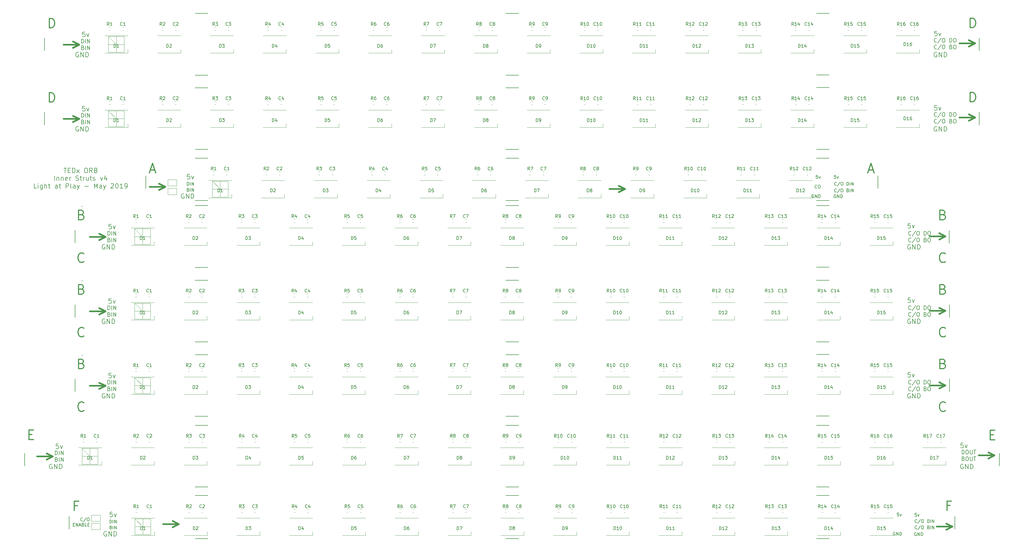
<source format=gbr>
G04 #@! TF.GenerationSoftware,KiCad,Pcbnew,(5.1.0-0)*
G04 #@! TF.CreationDate,2019-05-14T21:28:48-07:00*
G04 #@! TF.ProjectId,InsidePanel,496e7369-6465-4506-916e-656c2e6b6963,rev?*
G04 #@! TF.SameCoordinates,Original*
G04 #@! TF.FileFunction,Legend,Top*
G04 #@! TF.FilePolarity,Positive*
%FSLAX46Y46*%
G04 Gerber Fmt 4.6, Leading zero omitted, Abs format (unit mm)*
G04 Created by KiCad (PCBNEW (5.1.0-0)) date 2019-05-14 21:28:48*
%MOMM*%
%LPD*%
G04 APERTURE LIST*
%ADD10C,0.300000*%
%ADD11C,0.150000*%
%ADD12C,0.180000*%
%ADD13C,0.200000*%
%ADD14C,0.500000*%
%ADD15C,0.010000*%
%ADD16C,0.100000*%
%ADD17C,0.120000*%
G04 APERTURE END LIST*
D10*
X106153758Y-115591487D02*
X107582329Y-115591487D01*
X105868044Y-116448629D02*
X106868044Y-113448629D01*
X107868044Y-116448629D01*
D11*
X316686051Y-121222629D02*
X316638432Y-121270248D01*
X316495575Y-121317867D01*
X316400337Y-121317867D01*
X316257479Y-121270248D01*
X316162241Y-121175010D01*
X316114622Y-121079772D01*
X316067003Y-120889296D01*
X316067003Y-120746439D01*
X316114622Y-120555963D01*
X316162241Y-120460725D01*
X316257479Y-120365487D01*
X316400337Y-120317867D01*
X316495575Y-120317867D01*
X316638432Y-120365487D01*
X316686051Y-120413106D01*
X317305098Y-120317867D02*
X317495575Y-120317867D01*
X317590813Y-120365487D01*
X317686051Y-120460725D01*
X317733670Y-120651201D01*
X317733670Y-120984534D01*
X317686051Y-121175010D01*
X317590813Y-121270248D01*
X317495575Y-121317867D01*
X317305098Y-121317867D01*
X317209860Y-121270248D01*
X317114622Y-121175010D01*
X317067003Y-120984534D01*
X317067003Y-120651201D01*
X317114622Y-120460725D01*
X317209860Y-120365487D01*
X317305098Y-120317867D01*
D12*
X322647624Y-123365487D02*
X322552386Y-123317867D01*
X322409529Y-123317867D01*
X322266672Y-123365487D01*
X322171434Y-123460725D01*
X322123815Y-123555963D01*
X322076196Y-123746439D01*
X322076196Y-123889296D01*
X322123815Y-124079772D01*
X322171434Y-124175010D01*
X322266672Y-124270248D01*
X322409529Y-124317867D01*
X322504767Y-124317867D01*
X322647624Y-124270248D01*
X322695243Y-124222629D01*
X322695243Y-123889296D01*
X322504767Y-123889296D01*
X323123815Y-124317867D02*
X323123815Y-123317867D01*
X323695243Y-124317867D01*
X323695243Y-123317867D01*
X324171434Y-124317867D02*
X324171434Y-123317867D01*
X324409529Y-123317867D01*
X324552386Y-123365487D01*
X324647624Y-123460725D01*
X324695243Y-123555963D01*
X324742862Y-123746439D01*
X324742862Y-123889296D01*
X324695243Y-124079772D01*
X324647624Y-124175010D01*
X324552386Y-124270248D01*
X324409529Y-124317867D01*
X324171434Y-124317867D01*
D11*
X322857375Y-120322629D02*
X322809756Y-120370248D01*
X322666899Y-120417867D01*
X322571661Y-120417867D01*
X322428804Y-120370248D01*
X322333566Y-120275010D01*
X322285947Y-120179772D01*
X322238328Y-119989296D01*
X322238328Y-119846439D01*
X322285947Y-119655963D01*
X322333566Y-119560725D01*
X322428804Y-119465487D01*
X322571661Y-119417867D01*
X322666899Y-119417867D01*
X322809756Y-119465487D01*
X322857375Y-119513106D01*
X324000232Y-119370248D02*
X323143090Y-120655963D01*
X324524042Y-119417867D02*
X324714518Y-119417867D01*
X324809756Y-119465487D01*
X324904994Y-119560725D01*
X324952613Y-119751201D01*
X324952613Y-120084534D01*
X324904994Y-120275010D01*
X324809756Y-120370248D01*
X324714518Y-120417867D01*
X324524042Y-120417867D01*
X324428804Y-120370248D01*
X324333566Y-120275010D01*
X324285947Y-120084534D01*
X324285947Y-119751201D01*
X324333566Y-119560725D01*
X324428804Y-119465487D01*
X324524042Y-119417867D01*
X326143090Y-120417867D02*
X326143090Y-119417867D01*
X326381185Y-119417867D01*
X326524042Y-119465487D01*
X326619280Y-119560725D01*
X326666899Y-119655963D01*
X326714518Y-119846439D01*
X326714518Y-119989296D01*
X326666899Y-120179772D01*
X326619280Y-120275010D01*
X326524042Y-120370248D01*
X326381185Y-120417867D01*
X326143090Y-120417867D01*
X327143090Y-120417867D02*
X327143090Y-119417867D01*
X327619280Y-120417867D02*
X327619280Y-119417867D01*
X328190709Y-120417867D01*
X328190709Y-119417867D01*
X117776527Y-120417867D02*
X117776527Y-119417867D01*
X118014622Y-119417867D01*
X118157479Y-119465487D01*
X118252717Y-119560725D01*
X118300337Y-119655963D01*
X118347956Y-119846439D01*
X118347956Y-119989296D01*
X118300337Y-120179772D01*
X118252717Y-120275010D01*
X118157479Y-120370248D01*
X118014622Y-120417867D01*
X117776527Y-120417867D01*
X118776527Y-120417867D02*
X118776527Y-119417867D01*
X119252717Y-120417867D02*
X119252717Y-119417867D01*
X119824146Y-120417867D01*
X119824146Y-119417867D01*
X118109860Y-121794058D02*
X118252717Y-121841677D01*
X118300337Y-121889296D01*
X118347956Y-121984534D01*
X118347956Y-122127391D01*
X118300337Y-122222629D01*
X118252717Y-122270248D01*
X118157479Y-122317867D01*
X117776527Y-122317867D01*
X117776527Y-121317867D01*
X118109860Y-121317867D01*
X118205098Y-121365487D01*
X118252717Y-121413106D01*
X118300337Y-121508344D01*
X118300337Y-121603582D01*
X118252717Y-121698820D01*
X118205098Y-121746439D01*
X118109860Y-121794058D01*
X117776527Y-121794058D01*
X118776527Y-122317867D02*
X118776527Y-121317867D01*
X119252717Y-122317867D02*
X119252717Y-121317867D01*
X119824146Y-122317867D01*
X119824146Y-121317867D01*
D12*
X315647624Y-123365487D02*
X315552386Y-123317867D01*
X315409529Y-123317867D01*
X315266672Y-123365487D01*
X315171434Y-123460725D01*
X315123815Y-123555963D01*
X315076196Y-123746439D01*
X315076196Y-123889296D01*
X315123815Y-124079772D01*
X315171434Y-124175010D01*
X315266672Y-124270248D01*
X315409529Y-124317867D01*
X315504767Y-124317867D01*
X315647624Y-124270248D01*
X315695243Y-124222629D01*
X315695243Y-123889296D01*
X315504767Y-123889296D01*
X316123815Y-124317867D02*
X316123815Y-123317867D01*
X316695243Y-124317867D01*
X316695243Y-123317867D01*
X317171434Y-124317867D02*
X317171434Y-123317867D01*
X317409529Y-123317867D01*
X317552386Y-123365487D01*
X317647624Y-123460725D01*
X317695243Y-123555963D01*
X317742862Y-123746439D01*
X317742862Y-123889296D01*
X317695243Y-124079772D01*
X317647624Y-124175010D01*
X317552386Y-124270248D01*
X317409529Y-124317867D01*
X317171434Y-124317867D01*
D13*
X116757479Y-123115487D02*
X116614622Y-123044058D01*
X116400337Y-123044058D01*
X116186051Y-123115487D01*
X116043194Y-123258344D01*
X115971765Y-123401201D01*
X115900337Y-123686915D01*
X115900337Y-123901201D01*
X115971765Y-124186915D01*
X116043194Y-124329772D01*
X116186051Y-124472629D01*
X116400337Y-124544058D01*
X116543194Y-124544058D01*
X116757479Y-124472629D01*
X116828908Y-124401201D01*
X116828908Y-123901201D01*
X116543194Y-123901201D01*
X117471765Y-124544058D02*
X117471765Y-123044058D01*
X118328908Y-124544058D01*
X118328908Y-123044058D01*
X119043194Y-124544058D02*
X119043194Y-123044058D01*
X119400337Y-123044058D01*
X119614622Y-123115487D01*
X119757479Y-123258344D01*
X119828908Y-123401201D01*
X119900337Y-123686915D01*
X119900337Y-123901201D01*
X119828908Y-124186915D01*
X119757479Y-124329772D01*
X119614622Y-124472629D01*
X119400337Y-124544058D01*
X119043194Y-124544058D01*
D12*
X316933339Y-117217867D02*
X316457148Y-117217867D01*
X316409529Y-117694058D01*
X316457148Y-117646439D01*
X316552386Y-117598820D01*
X316790481Y-117598820D01*
X316885719Y-117646439D01*
X316933339Y-117694058D01*
X316980958Y-117789296D01*
X316980958Y-118027391D01*
X316933339Y-118122629D01*
X316885719Y-118170248D01*
X316790481Y-118217867D01*
X316552386Y-118217867D01*
X316457148Y-118170248D01*
X316409529Y-118122629D01*
X317314291Y-117551201D02*
X317552386Y-118217867D01*
X317790481Y-117551201D01*
D13*
X118586051Y-116944058D02*
X117871765Y-116944058D01*
X117800337Y-117658344D01*
X117871765Y-117586915D01*
X118014622Y-117515487D01*
X118371765Y-117515487D01*
X118514622Y-117586915D01*
X118586051Y-117658344D01*
X118657479Y-117801201D01*
X118657479Y-118158344D01*
X118586051Y-118301201D01*
X118514622Y-118372629D01*
X118371765Y-118444058D01*
X118014622Y-118444058D01*
X117871765Y-118372629D01*
X117800337Y-118301201D01*
X119157479Y-117444058D02*
X119514622Y-118444058D01*
X119871765Y-117444058D01*
D10*
X333053758Y-115591487D02*
X334482329Y-115591487D01*
X332768044Y-116448629D02*
X333768044Y-113448629D01*
X334768044Y-116448629D01*
D12*
X322633339Y-117217867D02*
X322157148Y-117217867D01*
X322109529Y-117694058D01*
X322157148Y-117646439D01*
X322252386Y-117598820D01*
X322490481Y-117598820D01*
X322585719Y-117646439D01*
X322633339Y-117694058D01*
X322680958Y-117789296D01*
X322680958Y-118027391D01*
X322633339Y-118122629D01*
X322585719Y-118170248D01*
X322490481Y-118217867D01*
X322252386Y-118217867D01*
X322157148Y-118170248D01*
X322109529Y-118122629D01*
X323014291Y-117551201D02*
X323252386Y-118217867D01*
X323490481Y-117551201D01*
D11*
X322857375Y-122422629D02*
X322809756Y-122470248D01*
X322666899Y-122517867D01*
X322571661Y-122517867D01*
X322428804Y-122470248D01*
X322333566Y-122375010D01*
X322285947Y-122279772D01*
X322238328Y-122089296D01*
X322238328Y-121946439D01*
X322285947Y-121755963D01*
X322333566Y-121660725D01*
X322428804Y-121565487D01*
X322571661Y-121517867D01*
X322666899Y-121517867D01*
X322809756Y-121565487D01*
X322857375Y-121613106D01*
X324000232Y-121470248D02*
X323143090Y-122755963D01*
X324524042Y-121517867D02*
X324714518Y-121517867D01*
X324809756Y-121565487D01*
X324904994Y-121660725D01*
X324952613Y-121851201D01*
X324952613Y-122184534D01*
X324904994Y-122375010D01*
X324809756Y-122470248D01*
X324714518Y-122517867D01*
X324524042Y-122517867D01*
X324428804Y-122470248D01*
X324333566Y-122375010D01*
X324285947Y-122184534D01*
X324285947Y-121851201D01*
X324333566Y-121660725D01*
X324428804Y-121565487D01*
X324524042Y-121517867D01*
X326476423Y-121994058D02*
X326619280Y-122041677D01*
X326666899Y-122089296D01*
X326714518Y-122184534D01*
X326714518Y-122327391D01*
X326666899Y-122422629D01*
X326619280Y-122470248D01*
X326524042Y-122517867D01*
X326143090Y-122517867D01*
X326143090Y-121517867D01*
X326476423Y-121517867D01*
X326571661Y-121565487D01*
X326619280Y-121613106D01*
X326666899Y-121708344D01*
X326666899Y-121803582D01*
X326619280Y-121898820D01*
X326571661Y-121946439D01*
X326476423Y-121994058D01*
X326143090Y-121994058D01*
X327143090Y-122517867D02*
X327143090Y-121517867D01*
X327619280Y-122517867D02*
X327619280Y-121517867D01*
X328190709Y-122517867D01*
X328190709Y-121517867D01*
D14*
X251100337Y-121565487D02*
X256100337Y-121565487D01*
X254100337Y-122565487D02*
X256100337Y-121565487D01*
X254100337Y-120565487D02*
X256100337Y-121565487D01*
X108900337Y-121865487D02*
X110900337Y-120865487D01*
X108900337Y-119865487D02*
X110900337Y-120865487D01*
X105900337Y-120865487D02*
X110900337Y-120865487D01*
D15*
X125700440Y-121565964D02*
X130700440Y-121565964D01*
X128200440Y-119065964D02*
X128200440Y-124065964D01*
X130700440Y-119065964D02*
X130700440Y-124065964D01*
X125700440Y-119065964D02*
X130700440Y-119065964D01*
X125700440Y-124065964D02*
X125700440Y-119065964D01*
X130700440Y-124065964D02*
X125700440Y-124065964D01*
D13*
X78833565Y-114927186D02*
X79690708Y-114927186D01*
X79262136Y-116427186D02*
X79262136Y-114927186D01*
X80190708Y-115641472D02*
X80690708Y-115641472D01*
X80904994Y-116427186D02*
X80190708Y-116427186D01*
X80190708Y-114927186D01*
X80904994Y-114927186D01*
X81547851Y-116427186D02*
X81547851Y-114927186D01*
X81904994Y-114927186D01*
X82119279Y-114998615D01*
X82262136Y-115141472D01*
X82333565Y-115284329D01*
X82404994Y-115570043D01*
X82404994Y-115784329D01*
X82333565Y-116070043D01*
X82262136Y-116212900D01*
X82119279Y-116355757D01*
X81904994Y-116427186D01*
X81547851Y-116427186D01*
X82904994Y-116427186D02*
X83690708Y-115427186D01*
X82904994Y-115427186D02*
X83690708Y-116427186D01*
X85690708Y-114927186D02*
X85976422Y-114927186D01*
X86119279Y-114998615D01*
X86262136Y-115141472D01*
X86333565Y-115427186D01*
X86333565Y-115927186D01*
X86262136Y-116212900D01*
X86119279Y-116355757D01*
X85976422Y-116427186D01*
X85690708Y-116427186D01*
X85547851Y-116355757D01*
X85404994Y-116212900D01*
X85333565Y-115927186D01*
X85333565Y-115427186D01*
X85404994Y-115141472D01*
X85547851Y-114998615D01*
X85690708Y-114927186D01*
X87833565Y-116427186D02*
X87333565Y-115712900D01*
X86976422Y-116427186D02*
X86976422Y-114927186D01*
X87547851Y-114927186D01*
X87690708Y-114998615D01*
X87762136Y-115070043D01*
X87833565Y-115212900D01*
X87833565Y-115427186D01*
X87762136Y-115570043D01*
X87690708Y-115641472D01*
X87547851Y-115712900D01*
X86976422Y-115712900D01*
X88976422Y-115641472D02*
X89190708Y-115712900D01*
X89262136Y-115784329D01*
X89333565Y-115927186D01*
X89333565Y-116141472D01*
X89262136Y-116284329D01*
X89190708Y-116355757D01*
X89047851Y-116427186D01*
X88476422Y-116427186D01*
X88476422Y-114927186D01*
X88976422Y-114927186D01*
X89119279Y-114998615D01*
X89190708Y-115070043D01*
X89262136Y-115212900D01*
X89262136Y-115355757D01*
X89190708Y-115498615D01*
X89119279Y-115570043D01*
X88976422Y-115641472D01*
X88476422Y-115641472D01*
X75940708Y-118877186D02*
X75940708Y-117377186D01*
X76654994Y-117877186D02*
X76654994Y-118877186D01*
X76654994Y-118020043D02*
X76726422Y-117948615D01*
X76869279Y-117877186D01*
X77083565Y-117877186D01*
X77226422Y-117948615D01*
X77297851Y-118091472D01*
X77297851Y-118877186D01*
X78012136Y-117877186D02*
X78012136Y-118877186D01*
X78012136Y-118020043D02*
X78083565Y-117948615D01*
X78226422Y-117877186D01*
X78440708Y-117877186D01*
X78583565Y-117948615D01*
X78654994Y-118091472D01*
X78654994Y-118877186D01*
X79940708Y-118805757D02*
X79797851Y-118877186D01*
X79512136Y-118877186D01*
X79369279Y-118805757D01*
X79297851Y-118662900D01*
X79297851Y-118091472D01*
X79369279Y-117948615D01*
X79512136Y-117877186D01*
X79797851Y-117877186D01*
X79940708Y-117948615D01*
X80012136Y-118091472D01*
X80012136Y-118234329D01*
X79297851Y-118377186D01*
X80654994Y-118877186D02*
X80654994Y-117877186D01*
X80654994Y-118162900D02*
X80726422Y-118020043D01*
X80797851Y-117948615D01*
X80940708Y-117877186D01*
X81083565Y-117877186D01*
X82654994Y-118805757D02*
X82869279Y-118877186D01*
X83226422Y-118877186D01*
X83369279Y-118805757D01*
X83440708Y-118734329D01*
X83512136Y-118591472D01*
X83512136Y-118448615D01*
X83440708Y-118305757D01*
X83369279Y-118234329D01*
X83226422Y-118162900D01*
X82940708Y-118091472D01*
X82797851Y-118020043D01*
X82726422Y-117948615D01*
X82654994Y-117805757D01*
X82654994Y-117662900D01*
X82726422Y-117520043D01*
X82797851Y-117448615D01*
X82940708Y-117377186D01*
X83297851Y-117377186D01*
X83512136Y-117448615D01*
X83940708Y-117877186D02*
X84512136Y-117877186D01*
X84154994Y-117377186D02*
X84154994Y-118662900D01*
X84226422Y-118805757D01*
X84369279Y-118877186D01*
X84512136Y-118877186D01*
X85012136Y-118877186D02*
X85012136Y-117877186D01*
X85012136Y-118162900D02*
X85083565Y-118020043D01*
X85154994Y-117948615D01*
X85297851Y-117877186D01*
X85440708Y-117877186D01*
X86583565Y-117877186D02*
X86583565Y-118877186D01*
X85940708Y-117877186D02*
X85940708Y-118662900D01*
X86012136Y-118805757D01*
X86154994Y-118877186D01*
X86369279Y-118877186D01*
X86512136Y-118805757D01*
X86583565Y-118734329D01*
X87083565Y-117877186D02*
X87654994Y-117877186D01*
X87297851Y-117377186D02*
X87297851Y-118662900D01*
X87369279Y-118805757D01*
X87512136Y-118877186D01*
X87654994Y-118877186D01*
X88083565Y-118805757D02*
X88226422Y-118877186D01*
X88512136Y-118877186D01*
X88654994Y-118805757D01*
X88726422Y-118662900D01*
X88726422Y-118591472D01*
X88654994Y-118448615D01*
X88512136Y-118377186D01*
X88297851Y-118377186D01*
X88154994Y-118305757D01*
X88083565Y-118162900D01*
X88083565Y-118091472D01*
X88154994Y-117948615D01*
X88297851Y-117877186D01*
X88512136Y-117877186D01*
X88654994Y-117948615D01*
X90369279Y-117877186D02*
X90726422Y-118877186D01*
X91083565Y-117877186D01*
X92297851Y-117877186D02*
X92297851Y-118877186D01*
X91940708Y-117305757D02*
X91583565Y-118377186D01*
X92512136Y-118377186D01*
X70226422Y-121327186D02*
X69512136Y-121327186D01*
X69512136Y-119827186D01*
X70726422Y-121327186D02*
X70726422Y-120327186D01*
X70726422Y-119827186D02*
X70654994Y-119898615D01*
X70726422Y-119970043D01*
X70797851Y-119898615D01*
X70726422Y-119827186D01*
X70726422Y-119970043D01*
X72083565Y-120327186D02*
X72083565Y-121541472D01*
X72012136Y-121684329D01*
X71940708Y-121755757D01*
X71797851Y-121827186D01*
X71583565Y-121827186D01*
X71440708Y-121755757D01*
X72083565Y-121255757D02*
X71940708Y-121327186D01*
X71654994Y-121327186D01*
X71512136Y-121255757D01*
X71440708Y-121184329D01*
X71369279Y-121041472D01*
X71369279Y-120612900D01*
X71440708Y-120470043D01*
X71512136Y-120398615D01*
X71654994Y-120327186D01*
X71940708Y-120327186D01*
X72083565Y-120398615D01*
X72797851Y-121327186D02*
X72797851Y-119827186D01*
X73440708Y-121327186D02*
X73440708Y-120541472D01*
X73369279Y-120398615D01*
X73226422Y-120327186D01*
X73012136Y-120327186D01*
X72869279Y-120398615D01*
X72797851Y-120470043D01*
X73940708Y-120327186D02*
X74512136Y-120327186D01*
X74154994Y-119827186D02*
X74154994Y-121112900D01*
X74226422Y-121255757D01*
X74369279Y-121327186D01*
X74512136Y-121327186D01*
X76797851Y-121327186D02*
X76797851Y-120541472D01*
X76726422Y-120398615D01*
X76583565Y-120327186D01*
X76297851Y-120327186D01*
X76154994Y-120398615D01*
X76797851Y-121255757D02*
X76654994Y-121327186D01*
X76297851Y-121327186D01*
X76154994Y-121255757D01*
X76083565Y-121112900D01*
X76083565Y-120970043D01*
X76154994Y-120827186D01*
X76297851Y-120755757D01*
X76654994Y-120755757D01*
X76797851Y-120684329D01*
X77297851Y-120327186D02*
X77869279Y-120327186D01*
X77512136Y-119827186D02*
X77512136Y-121112900D01*
X77583565Y-121255757D01*
X77726422Y-121327186D01*
X77869279Y-121327186D01*
X79512136Y-121327186D02*
X79512136Y-119827186D01*
X80083565Y-119827186D01*
X80226422Y-119898615D01*
X80297851Y-119970043D01*
X80369279Y-120112900D01*
X80369279Y-120327186D01*
X80297851Y-120470043D01*
X80226422Y-120541472D01*
X80083565Y-120612900D01*
X79512136Y-120612900D01*
X81226422Y-121327186D02*
X81083565Y-121255757D01*
X81012136Y-121112900D01*
X81012136Y-119827186D01*
X82440708Y-121327186D02*
X82440708Y-120541472D01*
X82369279Y-120398615D01*
X82226422Y-120327186D01*
X81940708Y-120327186D01*
X81797851Y-120398615D01*
X82440708Y-121255757D02*
X82297851Y-121327186D01*
X81940708Y-121327186D01*
X81797851Y-121255757D01*
X81726422Y-121112900D01*
X81726422Y-120970043D01*
X81797851Y-120827186D01*
X81940708Y-120755757D01*
X82297851Y-120755757D01*
X82440708Y-120684329D01*
X83012136Y-120327186D02*
X83369279Y-121327186D01*
X83726422Y-120327186D02*
X83369279Y-121327186D01*
X83226422Y-121684329D01*
X83154994Y-121755757D01*
X83012136Y-121827186D01*
X85440708Y-120755757D02*
X86583565Y-120755757D01*
X88440708Y-121327186D02*
X88440708Y-119827186D01*
X88940708Y-120898615D01*
X89440708Y-119827186D01*
X89440708Y-121327186D01*
X90797851Y-121327186D02*
X90797851Y-120541472D01*
X90726422Y-120398615D01*
X90583565Y-120327186D01*
X90297851Y-120327186D01*
X90154994Y-120398615D01*
X90797851Y-121255757D02*
X90654994Y-121327186D01*
X90297851Y-121327186D01*
X90154994Y-121255757D01*
X90083565Y-121112900D01*
X90083565Y-120970043D01*
X90154994Y-120827186D01*
X90297851Y-120755757D01*
X90654994Y-120755757D01*
X90797851Y-120684329D01*
X91369279Y-120327186D02*
X91726422Y-121327186D01*
X92083565Y-120327186D02*
X91726422Y-121327186D01*
X91583565Y-121684329D01*
X91512136Y-121755757D01*
X91369279Y-121827186D01*
X93726422Y-119970043D02*
X93797851Y-119898615D01*
X93940708Y-119827186D01*
X94297851Y-119827186D01*
X94440708Y-119898615D01*
X94512136Y-119970043D01*
X94583565Y-120112900D01*
X94583565Y-120255757D01*
X94512136Y-120470043D01*
X93654994Y-121327186D01*
X94583565Y-121327186D01*
X95512136Y-119827186D02*
X95654994Y-119827186D01*
X95797851Y-119898615D01*
X95869279Y-119970043D01*
X95940708Y-120112900D01*
X96012136Y-120398615D01*
X96012136Y-120755757D01*
X95940708Y-121041472D01*
X95869279Y-121184329D01*
X95797851Y-121255757D01*
X95654994Y-121327186D01*
X95512136Y-121327186D01*
X95369279Y-121255757D01*
X95297851Y-121184329D01*
X95226422Y-121041472D01*
X95154994Y-120755757D01*
X95154994Y-120398615D01*
X95226422Y-120112900D01*
X95297851Y-119970043D01*
X95369279Y-119898615D01*
X95512136Y-119827186D01*
X97440708Y-121327186D02*
X96583565Y-121327186D01*
X97012136Y-121327186D02*
X97012136Y-119827186D01*
X96869279Y-120041472D01*
X96726422Y-120184329D01*
X96583565Y-120255757D01*
X98154994Y-121327186D02*
X98440708Y-121327186D01*
X98583565Y-121255757D01*
X98654994Y-121184329D01*
X98797851Y-120970043D01*
X98869279Y-120684329D01*
X98869279Y-120112900D01*
X98797851Y-119970043D01*
X98726422Y-119898615D01*
X98583565Y-119827186D01*
X98297851Y-119827186D01*
X98154994Y-119898615D01*
X98083565Y-119970043D01*
X98012136Y-120112900D01*
X98012136Y-120470043D01*
X98083565Y-120612900D01*
X98154994Y-120684329D01*
X98297851Y-120755757D01*
X98583565Y-120755757D01*
X98726422Y-120684329D01*
X98797851Y-120612900D01*
X98869279Y-120470043D01*
D15*
X97898288Y-101816365D02*
X92898288Y-101816365D01*
X92898288Y-101816365D02*
X92898288Y-96816365D01*
X92898288Y-96816365D02*
X97898288Y-96816365D01*
X97898288Y-96816365D02*
X97898288Y-101816365D01*
X95398288Y-96816365D02*
X95398288Y-101816365D01*
X92898288Y-99316365D02*
X97898288Y-99316365D01*
D14*
X78698185Y-99415888D02*
X83698185Y-99415888D01*
X81698185Y-98415888D02*
X83698185Y-99415888D01*
X81698185Y-100415888D02*
X83698185Y-99415888D01*
X364648185Y-97965888D02*
X366648185Y-98965888D01*
X364648185Y-99965888D02*
X366648185Y-98965888D01*
X361648185Y-98965888D02*
X366648185Y-98965888D01*
D13*
X84835089Y-100326602D02*
X85013661Y-100386126D01*
X85073185Y-100445649D01*
X85132708Y-100564697D01*
X85132708Y-100743268D01*
X85073185Y-100862316D01*
X85013661Y-100921840D01*
X84894613Y-100981364D01*
X84418423Y-100981364D01*
X84418423Y-99731364D01*
X84835089Y-99731364D01*
X84954137Y-99790888D01*
X85013661Y-99850411D01*
X85073185Y-99969459D01*
X85073185Y-100088507D01*
X85013661Y-100207554D01*
X84954137Y-100267078D01*
X84835089Y-100326602D01*
X84418423Y-100326602D01*
X85668423Y-100981364D02*
X85668423Y-99731364D01*
X86263661Y-100981364D02*
X86263661Y-99731364D01*
X86977946Y-100981364D01*
X86977946Y-99731364D01*
X354503073Y-100612316D02*
X354443549Y-100671840D01*
X354264978Y-100731364D01*
X354145930Y-100731364D01*
X353967359Y-100671840D01*
X353848311Y-100552792D01*
X353788787Y-100433745D01*
X353729264Y-100195649D01*
X353729264Y-100017078D01*
X353788787Y-99778983D01*
X353848311Y-99659935D01*
X353967359Y-99540888D01*
X354145930Y-99481364D01*
X354264978Y-99481364D01*
X354443549Y-99540888D01*
X354503073Y-99600411D01*
X355931645Y-99421840D02*
X354860216Y-101028983D01*
X356586406Y-99481364D02*
X356824502Y-99481364D01*
X356943549Y-99540888D01*
X357062597Y-99659935D01*
X357122121Y-99898030D01*
X357122121Y-100314697D01*
X357062597Y-100552792D01*
X356943549Y-100671840D01*
X356824502Y-100731364D01*
X356586406Y-100731364D01*
X356467359Y-100671840D01*
X356348311Y-100552792D01*
X356288787Y-100314697D01*
X356288787Y-99898030D01*
X356348311Y-99659935D01*
X356467359Y-99540888D01*
X356586406Y-99481364D01*
X359026883Y-100076602D02*
X359205454Y-100136126D01*
X359264978Y-100195649D01*
X359324502Y-100314697D01*
X359324502Y-100493268D01*
X359264978Y-100612316D01*
X359205454Y-100671840D01*
X359086406Y-100731364D01*
X358610216Y-100731364D01*
X358610216Y-99481364D01*
X359026883Y-99481364D01*
X359145930Y-99540888D01*
X359205454Y-99600411D01*
X359264978Y-99719459D01*
X359264978Y-99838507D01*
X359205454Y-99957554D01*
X359145930Y-100017078D01*
X359026883Y-100076602D01*
X358610216Y-100076602D01*
X360098311Y-99481364D02*
X360336406Y-99481364D01*
X360455454Y-99540888D01*
X360574502Y-99659935D01*
X360634025Y-99898030D01*
X360634025Y-100314697D01*
X360574502Y-100552792D01*
X360455454Y-100671840D01*
X360336406Y-100731364D01*
X360098311Y-100731364D01*
X359979264Y-100671840D01*
X359860216Y-100552792D01*
X359800692Y-100314697D01*
X359800692Y-99898030D01*
X359860216Y-99659935D01*
X359979264Y-99540888D01*
X360098311Y-99481364D01*
X354567359Y-95144459D02*
X353853073Y-95144459D01*
X353781645Y-95858745D01*
X353853073Y-95787316D01*
X353995930Y-95715888D01*
X354353073Y-95715888D01*
X354495930Y-95787316D01*
X354567359Y-95858745D01*
X354638787Y-96001602D01*
X354638787Y-96358745D01*
X354567359Y-96501602D01*
X354495930Y-96573030D01*
X354353073Y-96644459D01*
X353995930Y-96644459D01*
X353853073Y-96573030D01*
X353781645Y-96501602D01*
X355138787Y-95644459D02*
X355495930Y-96644459D01*
X355853073Y-95644459D01*
X354538787Y-101865888D02*
X354395930Y-101794459D01*
X354181645Y-101794459D01*
X353967359Y-101865888D01*
X353824502Y-102008745D01*
X353753073Y-102151602D01*
X353681645Y-102437316D01*
X353681645Y-102651602D01*
X353753073Y-102937316D01*
X353824502Y-103080173D01*
X353967359Y-103223030D01*
X354181645Y-103294459D01*
X354324502Y-103294459D01*
X354538787Y-103223030D01*
X354610216Y-103151602D01*
X354610216Y-102651602D01*
X354324502Y-102651602D01*
X355253073Y-103294459D02*
X355253073Y-101794459D01*
X356110216Y-103294459D01*
X356110216Y-101794459D01*
X356824502Y-103294459D02*
X356824502Y-101794459D01*
X357181645Y-101794459D01*
X357395930Y-101865888D01*
X357538787Y-102008745D01*
X357610216Y-102151602D01*
X357681645Y-102437316D01*
X357681645Y-102651602D01*
X357610216Y-102937316D01*
X357538787Y-103080173D01*
X357395930Y-103223030D01*
X357181645Y-103294459D01*
X356824502Y-103294459D01*
X354503073Y-98512316D02*
X354443549Y-98571840D01*
X354264978Y-98631364D01*
X354145930Y-98631364D01*
X353967359Y-98571840D01*
X353848311Y-98452792D01*
X353788787Y-98333745D01*
X353729264Y-98095649D01*
X353729264Y-97917078D01*
X353788787Y-97678983D01*
X353848311Y-97559935D01*
X353967359Y-97440888D01*
X354145930Y-97381364D01*
X354264978Y-97381364D01*
X354443549Y-97440888D01*
X354503073Y-97500411D01*
X355931645Y-97321840D02*
X354860216Y-98928983D01*
X356586406Y-97381364D02*
X356824502Y-97381364D01*
X356943549Y-97440888D01*
X357062597Y-97559935D01*
X357122121Y-97798030D01*
X357122121Y-98214697D01*
X357062597Y-98452792D01*
X356943549Y-98571840D01*
X356824502Y-98631364D01*
X356586406Y-98631364D01*
X356467359Y-98571840D01*
X356348311Y-98452792D01*
X356288787Y-98214697D01*
X356288787Y-97798030D01*
X356348311Y-97559935D01*
X356467359Y-97440888D01*
X356586406Y-97381364D01*
X358610216Y-98631364D02*
X358610216Y-97381364D01*
X358907835Y-97381364D01*
X359086406Y-97440888D01*
X359205454Y-97559935D01*
X359264978Y-97678983D01*
X359324502Y-97917078D01*
X359324502Y-98095649D01*
X359264978Y-98333745D01*
X359205454Y-98452792D01*
X359086406Y-98571840D01*
X358907835Y-98631364D01*
X358610216Y-98631364D01*
X360098311Y-97381364D02*
X360336406Y-97381364D01*
X360455454Y-97440888D01*
X360574502Y-97559935D01*
X360634025Y-97798030D01*
X360634025Y-98214697D01*
X360574502Y-98452792D01*
X360455454Y-98571840D01*
X360336406Y-98631364D01*
X360098311Y-98631364D01*
X359979264Y-98571840D01*
X359860216Y-98452792D01*
X359800692Y-98214697D01*
X359800692Y-97798030D01*
X359860216Y-97559935D01*
X359979264Y-97440888D01*
X360098311Y-97381364D01*
D10*
X74206470Y-94082030D02*
X74206470Y-91082030D01*
X74920756Y-91082030D01*
X75349327Y-91224888D01*
X75635042Y-91510602D01*
X75777899Y-91796316D01*
X75920756Y-92367745D01*
X75920756Y-92796316D01*
X75777899Y-93367745D01*
X75635042Y-93653459D01*
X75349327Y-93939173D01*
X74920756Y-94082030D01*
X74206470Y-94082030D01*
X365113470Y-93999030D02*
X365113470Y-90999030D01*
X365827756Y-90999030D01*
X366256327Y-91141888D01*
X366542042Y-91427602D01*
X366684899Y-91713316D01*
X366827756Y-92284745D01*
X366827756Y-92713316D01*
X366684899Y-93284745D01*
X366542042Y-93570459D01*
X366256327Y-93856173D01*
X365827756Y-93999030D01*
X365113470Y-93999030D01*
D13*
X83455327Y-101865888D02*
X83312470Y-101794459D01*
X83098185Y-101794459D01*
X82883899Y-101865888D01*
X82741042Y-102008745D01*
X82669613Y-102151602D01*
X82598185Y-102437316D01*
X82598185Y-102651602D01*
X82669613Y-102937316D01*
X82741042Y-103080173D01*
X82883899Y-103223030D01*
X83098185Y-103294459D01*
X83241042Y-103294459D01*
X83455327Y-103223030D01*
X83526756Y-103151602D01*
X83526756Y-102651602D01*
X83241042Y-102651602D01*
X84169613Y-103294459D02*
X84169613Y-101794459D01*
X85026756Y-103294459D01*
X85026756Y-101794459D01*
X85741042Y-103294459D02*
X85741042Y-101794459D01*
X86098185Y-101794459D01*
X86312470Y-101865888D01*
X86455327Y-102008745D01*
X86526756Y-102151602D01*
X86598185Y-102437316D01*
X86598185Y-102651602D01*
X86526756Y-102937316D01*
X86455327Y-103080173D01*
X86312470Y-103223030D01*
X86098185Y-103294459D01*
X85741042Y-103294459D01*
X85483899Y-95394459D02*
X84769613Y-95394459D01*
X84698185Y-96108745D01*
X84769613Y-96037316D01*
X84912470Y-95965888D01*
X85269613Y-95965888D01*
X85412470Y-96037316D01*
X85483899Y-96108745D01*
X85555327Y-96251602D01*
X85555327Y-96608745D01*
X85483899Y-96751602D01*
X85412470Y-96823030D01*
X85269613Y-96894459D01*
X84912470Y-96894459D01*
X84769613Y-96823030D01*
X84698185Y-96751602D01*
X86055327Y-95894459D02*
X86412470Y-96894459D01*
X86769613Y-95894459D01*
X84418423Y-98881364D02*
X84418423Y-97631364D01*
X84716042Y-97631364D01*
X84894613Y-97690888D01*
X85013661Y-97809935D01*
X85073185Y-97928983D01*
X85132708Y-98167078D01*
X85132708Y-98345649D01*
X85073185Y-98583745D01*
X85013661Y-98702792D01*
X84894613Y-98821840D01*
X84716042Y-98881364D01*
X84418423Y-98881364D01*
X85668423Y-98881364D02*
X85668423Y-97631364D01*
X86263661Y-98881364D02*
X86263661Y-97631364D01*
X86977946Y-98881364D01*
X86977946Y-97631364D01*
D16*
X92893463Y-96811166D02*
X95398185Y-99315888D01*
X92893463Y-73327166D02*
X95398185Y-75831888D01*
X84801513Y-126774349D02*
X84655915Y-127060141D01*
X84655915Y-127060141D02*
X84342109Y-127060141D01*
D15*
X106206212Y-139119139D02*
X101206212Y-139119139D01*
X101206212Y-139119139D02*
X101206212Y-134119139D01*
X101206212Y-134119139D02*
X106206212Y-134119139D01*
X106206212Y-134119139D02*
X106206212Y-139119139D01*
X103706212Y-134119139D02*
X103706212Y-139119139D01*
X101206212Y-136619139D02*
X106206212Y-136619139D01*
D14*
X87006109Y-136718662D02*
X92006109Y-136718662D01*
X90006109Y-135718662D02*
X92006109Y-136718662D01*
X90006109Y-137718662D02*
X92006109Y-136718662D01*
X355322909Y-135568662D02*
X357322909Y-136568662D01*
X355322909Y-137568662D02*
X357322909Y-136568662D01*
X352322909Y-136568662D02*
X357322909Y-136568662D01*
D10*
X357248680Y-144494090D02*
X357105823Y-144636947D01*
X356677251Y-144779804D01*
X356391537Y-144779804D01*
X355962966Y-144636947D01*
X355677251Y-144351233D01*
X355534394Y-144065519D01*
X355391537Y-143494090D01*
X355391537Y-143065519D01*
X355534394Y-142494090D01*
X355677251Y-142208376D01*
X355962966Y-141922662D01*
X356391537Y-141779804D01*
X356677251Y-141779804D01*
X357105823Y-141922662D01*
X357248680Y-142065519D01*
D13*
X91763251Y-139168662D02*
X91620394Y-139097233D01*
X91406109Y-139097233D01*
X91191823Y-139168662D01*
X91048966Y-139311519D01*
X90977537Y-139454376D01*
X90906109Y-139740090D01*
X90906109Y-139954376D01*
X90977537Y-140240090D01*
X91048966Y-140382947D01*
X91191823Y-140525804D01*
X91406109Y-140597233D01*
X91548966Y-140597233D01*
X91763251Y-140525804D01*
X91834680Y-140454376D01*
X91834680Y-139954376D01*
X91548966Y-139954376D01*
X92477537Y-140597233D02*
X92477537Y-139097233D01*
X93334680Y-140597233D01*
X93334680Y-139097233D01*
X94048966Y-140597233D02*
X94048966Y-139097233D01*
X94406109Y-139097233D01*
X94620394Y-139168662D01*
X94763251Y-139311519D01*
X94834680Y-139454376D01*
X94906109Y-139740090D01*
X94906109Y-139954376D01*
X94834680Y-140240090D01*
X94763251Y-140382947D01*
X94620394Y-140525804D01*
X94406109Y-140597233D01*
X94048966Y-140597233D01*
X93791823Y-132697233D02*
X93077537Y-132697233D01*
X93006109Y-133411519D01*
X93077537Y-133340090D01*
X93220394Y-133268662D01*
X93577537Y-133268662D01*
X93720394Y-133340090D01*
X93791823Y-133411519D01*
X93863251Y-133554376D01*
X93863251Y-133911519D01*
X93791823Y-134054376D01*
X93720394Y-134125804D01*
X93577537Y-134197233D01*
X93220394Y-134197233D01*
X93077537Y-134125804D01*
X93006109Y-134054376D01*
X94363251Y-133197233D02*
X94720394Y-134197233D01*
X95077537Y-133197233D01*
X92726347Y-136184138D02*
X92726347Y-134934138D01*
X93023966Y-134934138D01*
X93202537Y-134993662D01*
X93321585Y-135112709D01*
X93381109Y-135231757D01*
X93440632Y-135469852D01*
X93440632Y-135648423D01*
X93381109Y-135886519D01*
X93321585Y-136005566D01*
X93202537Y-136124614D01*
X93023966Y-136184138D01*
X92726347Y-136184138D01*
X93976347Y-136184138D02*
X93976347Y-134934138D01*
X94571585Y-136184138D02*
X94571585Y-134934138D01*
X95285870Y-136184138D01*
X95285870Y-134934138D01*
X93143013Y-137629376D02*
X93321585Y-137688900D01*
X93381109Y-137748423D01*
X93440632Y-137867471D01*
X93440632Y-138046042D01*
X93381109Y-138165090D01*
X93321585Y-138224614D01*
X93202537Y-138284138D01*
X92726347Y-138284138D01*
X92726347Y-137034138D01*
X93143013Y-137034138D01*
X93262061Y-137093662D01*
X93321585Y-137153185D01*
X93381109Y-137272233D01*
X93381109Y-137391281D01*
X93321585Y-137510328D01*
X93262061Y-137569852D01*
X93143013Y-137629376D01*
X92726347Y-137629376D01*
X93976347Y-138284138D02*
X93976347Y-137034138D01*
X94571585Y-138284138D02*
X94571585Y-137034138D01*
X95285870Y-138284138D01*
X95285870Y-137034138D01*
D10*
X84434394Y-129694376D02*
X84862966Y-129837233D01*
X85005823Y-129980090D01*
X85148680Y-130265804D01*
X85148680Y-130694376D01*
X85005823Y-130980090D01*
X84862966Y-131122947D01*
X84577251Y-131265804D01*
X83434394Y-131265804D01*
X83434394Y-128265804D01*
X84434394Y-128265804D01*
X84720109Y-128408662D01*
X84862966Y-128551519D01*
X85005823Y-128837233D01*
X85005823Y-129122947D01*
X84862966Y-129408662D01*
X84720109Y-129551519D01*
X84434394Y-129694376D01*
X83434394Y-129694376D01*
D13*
X346427537Y-136065090D02*
X346368013Y-136124614D01*
X346189442Y-136184138D01*
X346070394Y-136184138D01*
X345891823Y-136124614D01*
X345772775Y-136005566D01*
X345713251Y-135886519D01*
X345653728Y-135648423D01*
X345653728Y-135469852D01*
X345713251Y-135231757D01*
X345772775Y-135112709D01*
X345891823Y-134993662D01*
X346070394Y-134934138D01*
X346189442Y-134934138D01*
X346368013Y-134993662D01*
X346427537Y-135053185D01*
X347856109Y-134874614D02*
X346784680Y-136481757D01*
X348510870Y-134934138D02*
X348748966Y-134934138D01*
X348868013Y-134993662D01*
X348987061Y-135112709D01*
X349046585Y-135350804D01*
X349046585Y-135767471D01*
X348987061Y-136005566D01*
X348868013Y-136124614D01*
X348748966Y-136184138D01*
X348510870Y-136184138D01*
X348391823Y-136124614D01*
X348272775Y-136005566D01*
X348213251Y-135767471D01*
X348213251Y-135350804D01*
X348272775Y-135112709D01*
X348391823Y-134993662D01*
X348510870Y-134934138D01*
X350534680Y-136184138D02*
X350534680Y-134934138D01*
X350832299Y-134934138D01*
X351010870Y-134993662D01*
X351129918Y-135112709D01*
X351189442Y-135231757D01*
X351248966Y-135469852D01*
X351248966Y-135648423D01*
X351189442Y-135886519D01*
X351129918Y-136005566D01*
X351010870Y-136124614D01*
X350832299Y-136184138D01*
X350534680Y-136184138D01*
X352022775Y-134934138D02*
X352260870Y-134934138D01*
X352379918Y-134993662D01*
X352498966Y-135112709D01*
X352558489Y-135350804D01*
X352558489Y-135767471D01*
X352498966Y-136005566D01*
X352379918Y-136124614D01*
X352260870Y-136184138D01*
X352022775Y-136184138D01*
X351903728Y-136124614D01*
X351784680Y-136005566D01*
X351725156Y-135767471D01*
X351725156Y-135350804D01*
X351784680Y-135112709D01*
X351903728Y-134993662D01*
X352022775Y-134934138D01*
X346427537Y-138165090D02*
X346368013Y-138224614D01*
X346189442Y-138284138D01*
X346070394Y-138284138D01*
X345891823Y-138224614D01*
X345772775Y-138105566D01*
X345713251Y-137986519D01*
X345653728Y-137748423D01*
X345653728Y-137569852D01*
X345713251Y-137331757D01*
X345772775Y-137212709D01*
X345891823Y-137093662D01*
X346070394Y-137034138D01*
X346189442Y-137034138D01*
X346368013Y-137093662D01*
X346427537Y-137153185D01*
X347856109Y-136974614D02*
X346784680Y-138581757D01*
X348510870Y-137034138D02*
X348748966Y-137034138D01*
X348868013Y-137093662D01*
X348987061Y-137212709D01*
X349046585Y-137450804D01*
X349046585Y-137867471D01*
X348987061Y-138105566D01*
X348868013Y-138224614D01*
X348748966Y-138284138D01*
X348510870Y-138284138D01*
X348391823Y-138224614D01*
X348272775Y-138105566D01*
X348213251Y-137867471D01*
X348213251Y-137450804D01*
X348272775Y-137212709D01*
X348391823Y-137093662D01*
X348510870Y-137034138D01*
X350951347Y-137629376D02*
X351129918Y-137688900D01*
X351189442Y-137748423D01*
X351248966Y-137867471D01*
X351248966Y-138046042D01*
X351189442Y-138165090D01*
X351129918Y-138224614D01*
X351010870Y-138284138D01*
X350534680Y-138284138D01*
X350534680Y-137034138D01*
X350951347Y-137034138D01*
X351070394Y-137093662D01*
X351129918Y-137153185D01*
X351189442Y-137272233D01*
X351189442Y-137391281D01*
X351129918Y-137510328D01*
X351070394Y-137569852D01*
X350951347Y-137629376D01*
X350534680Y-137629376D01*
X352022775Y-137034138D02*
X352260870Y-137034138D01*
X352379918Y-137093662D01*
X352498966Y-137212709D01*
X352558489Y-137450804D01*
X352558489Y-137867471D01*
X352498966Y-138105566D01*
X352379918Y-138224614D01*
X352260870Y-138284138D01*
X352022775Y-138284138D01*
X351903728Y-138224614D01*
X351784680Y-138105566D01*
X351725156Y-137867471D01*
X351725156Y-137450804D01*
X351784680Y-137212709D01*
X351903728Y-137093662D01*
X352022775Y-137034138D01*
D10*
X85148680Y-144494090D02*
X85005823Y-144636947D01*
X84577251Y-144779804D01*
X84291537Y-144779804D01*
X83862966Y-144636947D01*
X83577251Y-144351233D01*
X83434394Y-144065519D01*
X83291537Y-143494090D01*
X83291537Y-143065519D01*
X83434394Y-142494090D01*
X83577251Y-142208376D01*
X83862966Y-141922662D01*
X84291537Y-141779804D01*
X84577251Y-141779804D01*
X85005823Y-141922662D01*
X85148680Y-142065519D01*
D13*
X346208623Y-132447233D02*
X345494337Y-132447233D01*
X345422909Y-133161519D01*
X345494337Y-133090090D01*
X345637194Y-133018662D01*
X345994337Y-133018662D01*
X346137194Y-133090090D01*
X346208623Y-133161519D01*
X346280051Y-133304376D01*
X346280051Y-133661519D01*
X346208623Y-133804376D01*
X346137194Y-133875804D01*
X345994337Y-133947233D01*
X345637194Y-133947233D01*
X345494337Y-133875804D01*
X345422909Y-133804376D01*
X346780051Y-132947233D02*
X347137194Y-133947233D01*
X347494337Y-132947233D01*
X346180051Y-139168662D02*
X346037194Y-139097233D01*
X345822909Y-139097233D01*
X345608623Y-139168662D01*
X345465766Y-139311519D01*
X345394337Y-139454376D01*
X345322909Y-139740090D01*
X345322909Y-139954376D01*
X345394337Y-140240090D01*
X345465766Y-140382947D01*
X345608623Y-140525804D01*
X345822909Y-140597233D01*
X345965766Y-140597233D01*
X346180051Y-140525804D01*
X346251480Y-140454376D01*
X346251480Y-139954376D01*
X345965766Y-139954376D01*
X346894337Y-140597233D02*
X346894337Y-139097233D01*
X347751480Y-140597233D01*
X347751480Y-139097233D01*
X348465766Y-140597233D02*
X348465766Y-139097233D01*
X348822909Y-139097233D01*
X349037194Y-139168662D01*
X349180051Y-139311519D01*
X349251480Y-139454376D01*
X349322909Y-139740090D01*
X349322909Y-139954376D01*
X349251480Y-140240090D01*
X349180051Y-140382947D01*
X349037194Y-140525804D01*
X348822909Y-140597233D01*
X348465766Y-140597233D01*
D10*
X356534394Y-129694376D02*
X356962966Y-129837233D01*
X357105823Y-129980090D01*
X357248680Y-130265804D01*
X357248680Y-130694376D01*
X357105823Y-130980090D01*
X356962966Y-131122947D01*
X356677251Y-131265804D01*
X355534394Y-131265804D01*
X355534394Y-128265804D01*
X356534394Y-128265804D01*
X356820109Y-128408662D01*
X356962966Y-128551519D01*
X357105823Y-128837233D01*
X357105823Y-129122947D01*
X356962966Y-129408662D01*
X356820109Y-129551519D01*
X356534394Y-129694376D01*
X355534394Y-129694376D01*
D16*
X84801513Y-150329349D02*
X84655915Y-150615141D01*
X84655915Y-150615141D02*
X84342109Y-150615141D01*
D15*
X106206212Y-162674139D02*
X101206212Y-162674139D01*
X101206212Y-162674139D02*
X101206212Y-157674139D01*
X101206212Y-157674139D02*
X106206212Y-157674139D01*
X106206212Y-157674139D02*
X106206212Y-162674139D01*
X103706212Y-157674139D02*
X103706212Y-162674139D01*
X101206212Y-160174139D02*
X106206212Y-160174139D01*
D14*
X87006109Y-160273662D02*
X92006109Y-160273662D01*
X90006109Y-159273662D02*
X92006109Y-160273662D01*
X90006109Y-161273662D02*
X92006109Y-160273662D01*
X355322909Y-159123662D02*
X357322909Y-160123662D01*
X355322909Y-161123662D02*
X357322909Y-160123662D01*
X352322909Y-160123662D02*
X357322909Y-160123662D01*
D10*
X357248680Y-168049090D02*
X357105823Y-168191947D01*
X356677251Y-168334804D01*
X356391537Y-168334804D01*
X355962966Y-168191947D01*
X355677251Y-167906233D01*
X355534394Y-167620519D01*
X355391537Y-167049090D01*
X355391537Y-166620519D01*
X355534394Y-166049090D01*
X355677251Y-165763376D01*
X355962966Y-165477662D01*
X356391537Y-165334804D01*
X356677251Y-165334804D01*
X357105823Y-165477662D01*
X357248680Y-165620519D01*
X356534394Y-153249376D02*
X356962966Y-153392233D01*
X357105823Y-153535090D01*
X357248680Y-153820804D01*
X357248680Y-154249376D01*
X357105823Y-154535090D01*
X356962966Y-154677947D01*
X356677251Y-154820804D01*
X355534394Y-154820804D01*
X355534394Y-151820804D01*
X356534394Y-151820804D01*
X356820109Y-151963662D01*
X356962966Y-152106519D01*
X357105823Y-152392233D01*
X357105823Y-152677947D01*
X356962966Y-152963662D01*
X356820109Y-153106519D01*
X356534394Y-153249376D01*
X355534394Y-153249376D01*
D13*
X346208623Y-156002233D02*
X345494337Y-156002233D01*
X345422909Y-156716519D01*
X345494337Y-156645090D01*
X345637194Y-156573662D01*
X345994337Y-156573662D01*
X346137194Y-156645090D01*
X346208623Y-156716519D01*
X346280051Y-156859376D01*
X346280051Y-157216519D01*
X346208623Y-157359376D01*
X346137194Y-157430804D01*
X345994337Y-157502233D01*
X345637194Y-157502233D01*
X345494337Y-157430804D01*
X345422909Y-157359376D01*
X346780051Y-156502233D02*
X347137194Y-157502233D01*
X347494337Y-156502233D01*
X346180051Y-162723662D02*
X346037194Y-162652233D01*
X345822909Y-162652233D01*
X345608623Y-162723662D01*
X345465766Y-162866519D01*
X345394337Y-163009376D01*
X345322909Y-163295090D01*
X345322909Y-163509376D01*
X345394337Y-163795090D01*
X345465766Y-163937947D01*
X345608623Y-164080804D01*
X345822909Y-164152233D01*
X345965766Y-164152233D01*
X346180051Y-164080804D01*
X346251480Y-164009376D01*
X346251480Y-163509376D01*
X345965766Y-163509376D01*
X346894337Y-164152233D02*
X346894337Y-162652233D01*
X347751480Y-164152233D01*
X347751480Y-162652233D01*
X348465766Y-164152233D02*
X348465766Y-162652233D01*
X348822909Y-162652233D01*
X349037194Y-162723662D01*
X349180051Y-162866519D01*
X349251480Y-163009376D01*
X349322909Y-163295090D01*
X349322909Y-163509376D01*
X349251480Y-163795090D01*
X349180051Y-163937947D01*
X349037194Y-164080804D01*
X348822909Y-164152233D01*
X348465766Y-164152233D01*
D10*
X85148680Y-168049090D02*
X85005823Y-168191947D01*
X84577251Y-168334804D01*
X84291537Y-168334804D01*
X83862966Y-168191947D01*
X83577251Y-167906233D01*
X83434394Y-167620519D01*
X83291537Y-167049090D01*
X83291537Y-166620519D01*
X83434394Y-166049090D01*
X83577251Y-165763376D01*
X83862966Y-165477662D01*
X84291537Y-165334804D01*
X84577251Y-165334804D01*
X85005823Y-165477662D01*
X85148680Y-165620519D01*
D13*
X346427537Y-161720090D02*
X346368013Y-161779614D01*
X346189442Y-161839138D01*
X346070394Y-161839138D01*
X345891823Y-161779614D01*
X345772775Y-161660566D01*
X345713251Y-161541519D01*
X345653728Y-161303423D01*
X345653728Y-161124852D01*
X345713251Y-160886757D01*
X345772775Y-160767709D01*
X345891823Y-160648662D01*
X346070394Y-160589138D01*
X346189442Y-160589138D01*
X346368013Y-160648662D01*
X346427537Y-160708185D01*
X347856109Y-160529614D02*
X346784680Y-162136757D01*
X348510870Y-160589138D02*
X348748966Y-160589138D01*
X348868013Y-160648662D01*
X348987061Y-160767709D01*
X349046585Y-161005804D01*
X349046585Y-161422471D01*
X348987061Y-161660566D01*
X348868013Y-161779614D01*
X348748966Y-161839138D01*
X348510870Y-161839138D01*
X348391823Y-161779614D01*
X348272775Y-161660566D01*
X348213251Y-161422471D01*
X348213251Y-161005804D01*
X348272775Y-160767709D01*
X348391823Y-160648662D01*
X348510870Y-160589138D01*
X350951347Y-161184376D02*
X351129918Y-161243900D01*
X351189442Y-161303423D01*
X351248966Y-161422471D01*
X351248966Y-161601042D01*
X351189442Y-161720090D01*
X351129918Y-161779614D01*
X351010870Y-161839138D01*
X350534680Y-161839138D01*
X350534680Y-160589138D01*
X350951347Y-160589138D01*
X351070394Y-160648662D01*
X351129918Y-160708185D01*
X351189442Y-160827233D01*
X351189442Y-160946281D01*
X351129918Y-161065328D01*
X351070394Y-161124852D01*
X350951347Y-161184376D01*
X350534680Y-161184376D01*
X352022775Y-160589138D02*
X352260870Y-160589138D01*
X352379918Y-160648662D01*
X352498966Y-160767709D01*
X352558489Y-161005804D01*
X352558489Y-161422471D01*
X352498966Y-161660566D01*
X352379918Y-161779614D01*
X352260870Y-161839138D01*
X352022775Y-161839138D01*
X351903728Y-161779614D01*
X351784680Y-161660566D01*
X351725156Y-161422471D01*
X351725156Y-161005804D01*
X351784680Y-160767709D01*
X351903728Y-160648662D01*
X352022775Y-160589138D01*
X346427537Y-159620090D02*
X346368013Y-159679614D01*
X346189442Y-159739138D01*
X346070394Y-159739138D01*
X345891823Y-159679614D01*
X345772775Y-159560566D01*
X345713251Y-159441519D01*
X345653728Y-159203423D01*
X345653728Y-159024852D01*
X345713251Y-158786757D01*
X345772775Y-158667709D01*
X345891823Y-158548662D01*
X346070394Y-158489138D01*
X346189442Y-158489138D01*
X346368013Y-158548662D01*
X346427537Y-158608185D01*
X347856109Y-158429614D02*
X346784680Y-160036757D01*
X348510870Y-158489138D02*
X348748966Y-158489138D01*
X348868013Y-158548662D01*
X348987061Y-158667709D01*
X349046585Y-158905804D01*
X349046585Y-159322471D01*
X348987061Y-159560566D01*
X348868013Y-159679614D01*
X348748966Y-159739138D01*
X348510870Y-159739138D01*
X348391823Y-159679614D01*
X348272775Y-159560566D01*
X348213251Y-159322471D01*
X348213251Y-158905804D01*
X348272775Y-158667709D01*
X348391823Y-158548662D01*
X348510870Y-158489138D01*
X350534680Y-159739138D02*
X350534680Y-158489138D01*
X350832299Y-158489138D01*
X351010870Y-158548662D01*
X351129918Y-158667709D01*
X351189442Y-158786757D01*
X351248966Y-159024852D01*
X351248966Y-159203423D01*
X351189442Y-159441519D01*
X351129918Y-159560566D01*
X351010870Y-159679614D01*
X350832299Y-159739138D01*
X350534680Y-159739138D01*
X352022775Y-158489138D02*
X352260870Y-158489138D01*
X352379918Y-158548662D01*
X352498966Y-158667709D01*
X352558489Y-158905804D01*
X352558489Y-159322471D01*
X352498966Y-159560566D01*
X352379918Y-159679614D01*
X352260870Y-159739138D01*
X352022775Y-159739138D01*
X351903728Y-159679614D01*
X351784680Y-159560566D01*
X351725156Y-159322471D01*
X351725156Y-158905804D01*
X351784680Y-158667709D01*
X351903728Y-158548662D01*
X352022775Y-158489138D01*
X92726347Y-159739138D02*
X92726347Y-158489138D01*
X93023966Y-158489138D01*
X93202537Y-158548662D01*
X93321585Y-158667709D01*
X93381109Y-158786757D01*
X93440632Y-159024852D01*
X93440632Y-159203423D01*
X93381109Y-159441519D01*
X93321585Y-159560566D01*
X93202537Y-159679614D01*
X93023966Y-159739138D01*
X92726347Y-159739138D01*
X93976347Y-159739138D02*
X93976347Y-158489138D01*
X94571585Y-159739138D02*
X94571585Y-158489138D01*
X95285870Y-159739138D01*
X95285870Y-158489138D01*
X93143013Y-161184376D02*
X93321585Y-161243900D01*
X93381109Y-161303423D01*
X93440632Y-161422471D01*
X93440632Y-161601042D01*
X93381109Y-161720090D01*
X93321585Y-161779614D01*
X93202537Y-161839138D01*
X92726347Y-161839138D01*
X92726347Y-160589138D01*
X93143013Y-160589138D01*
X93262061Y-160648662D01*
X93321585Y-160708185D01*
X93381109Y-160827233D01*
X93381109Y-160946281D01*
X93321585Y-161065328D01*
X93262061Y-161124852D01*
X93143013Y-161184376D01*
X92726347Y-161184376D01*
X93976347Y-161839138D02*
X93976347Y-160589138D01*
X94571585Y-161839138D02*
X94571585Y-160589138D01*
X95285870Y-161839138D01*
X95285870Y-160589138D01*
X93791823Y-156252233D02*
X93077537Y-156252233D01*
X93006109Y-156966519D01*
X93077537Y-156895090D01*
X93220394Y-156823662D01*
X93577537Y-156823662D01*
X93720394Y-156895090D01*
X93791823Y-156966519D01*
X93863251Y-157109376D01*
X93863251Y-157466519D01*
X93791823Y-157609376D01*
X93720394Y-157680804D01*
X93577537Y-157752233D01*
X93220394Y-157752233D01*
X93077537Y-157680804D01*
X93006109Y-157609376D01*
X94363251Y-156752233D02*
X94720394Y-157752233D01*
X95077537Y-156752233D01*
X91763251Y-162723662D02*
X91620394Y-162652233D01*
X91406109Y-162652233D01*
X91191823Y-162723662D01*
X91048966Y-162866519D01*
X90977537Y-163009376D01*
X90906109Y-163295090D01*
X90906109Y-163509376D01*
X90977537Y-163795090D01*
X91048966Y-163937947D01*
X91191823Y-164080804D01*
X91406109Y-164152233D01*
X91548966Y-164152233D01*
X91763251Y-164080804D01*
X91834680Y-164009376D01*
X91834680Y-163509376D01*
X91548966Y-163509376D01*
X92477537Y-164152233D02*
X92477537Y-162652233D01*
X93334680Y-164152233D01*
X93334680Y-162652233D01*
X94048966Y-164152233D02*
X94048966Y-162652233D01*
X94406109Y-162652233D01*
X94620394Y-162723662D01*
X94763251Y-162866519D01*
X94834680Y-163009376D01*
X94906109Y-163295090D01*
X94906109Y-163509376D01*
X94834680Y-163795090D01*
X94763251Y-163937947D01*
X94620394Y-164080804D01*
X94406109Y-164152233D01*
X94048966Y-164152233D01*
D10*
X84434394Y-153249376D02*
X84862966Y-153392233D01*
X85005823Y-153535090D01*
X85148680Y-153820804D01*
X85148680Y-154249376D01*
X85005823Y-154535090D01*
X84862966Y-154677947D01*
X84577251Y-154820804D01*
X83434394Y-154820804D01*
X83434394Y-151820804D01*
X84434394Y-151820804D01*
X84720109Y-151963662D01*
X84862966Y-152106519D01*
X85005823Y-152392233D01*
X85005823Y-152677947D01*
X84862966Y-152963662D01*
X84720109Y-153106519D01*
X84434394Y-153249376D01*
X83434394Y-153249376D01*
D16*
X84567909Y-203579097D02*
X87072631Y-206083820D01*
X101262054Y-225862978D02*
X103766776Y-228367700D01*
X101201387Y-181223940D02*
X103706109Y-183728662D01*
X101201387Y-157669200D02*
X103706109Y-160173922D01*
X101201387Y-134114459D02*
X103706109Y-136619181D01*
X125695615Y-119060764D02*
X128200337Y-121565487D01*
D10*
X356534394Y-176804376D02*
X356962966Y-176947233D01*
X357105823Y-177090090D01*
X357248680Y-177375804D01*
X357248680Y-177804376D01*
X357105823Y-178090090D01*
X356962966Y-178232947D01*
X356677251Y-178375804D01*
X355534394Y-178375804D01*
X355534394Y-175375804D01*
X356534394Y-175375804D01*
X356820109Y-175518662D01*
X356962966Y-175661519D01*
X357105823Y-175947233D01*
X357105823Y-176232947D01*
X356962966Y-176518662D01*
X356820109Y-176661519D01*
X356534394Y-176804376D01*
X355534394Y-176804376D01*
X357248680Y-191604090D02*
X357105823Y-191746947D01*
X356677251Y-191889804D01*
X356391537Y-191889804D01*
X355962966Y-191746947D01*
X355677251Y-191461233D01*
X355534394Y-191175519D01*
X355391537Y-190604090D01*
X355391537Y-190175519D01*
X355534394Y-189604090D01*
X355677251Y-189318376D01*
X355962966Y-189032662D01*
X356391537Y-188889804D01*
X356677251Y-188889804D01*
X357105823Y-189032662D01*
X357248680Y-189175519D01*
X85148680Y-191604090D02*
X85005823Y-191746947D01*
X84577251Y-191889804D01*
X84291537Y-191889804D01*
X83862966Y-191746947D01*
X83577251Y-191461233D01*
X83434394Y-191175519D01*
X83291537Y-190604090D01*
X83291537Y-190175519D01*
X83434394Y-189604090D01*
X83577251Y-189318376D01*
X83862966Y-189032662D01*
X84291537Y-188889804D01*
X84577251Y-188889804D01*
X85005823Y-189032662D01*
X85148680Y-189175519D01*
D13*
X346180051Y-186278662D02*
X346037194Y-186207233D01*
X345822909Y-186207233D01*
X345608623Y-186278662D01*
X345465766Y-186421519D01*
X345394337Y-186564376D01*
X345322909Y-186850090D01*
X345322909Y-187064376D01*
X345394337Y-187350090D01*
X345465766Y-187492947D01*
X345608623Y-187635804D01*
X345822909Y-187707233D01*
X345965766Y-187707233D01*
X346180051Y-187635804D01*
X346251480Y-187564376D01*
X346251480Y-187064376D01*
X345965766Y-187064376D01*
X346894337Y-187707233D02*
X346894337Y-186207233D01*
X347751480Y-187707233D01*
X347751480Y-186207233D01*
X348465766Y-187707233D02*
X348465766Y-186207233D01*
X348822909Y-186207233D01*
X349037194Y-186278662D01*
X349180051Y-186421519D01*
X349251480Y-186564376D01*
X349322909Y-186850090D01*
X349322909Y-187064376D01*
X349251480Y-187350090D01*
X349180051Y-187492947D01*
X349037194Y-187635804D01*
X348822909Y-187707233D01*
X348465766Y-187707233D01*
X346427537Y-185275090D02*
X346368013Y-185334614D01*
X346189442Y-185394138D01*
X346070394Y-185394138D01*
X345891823Y-185334614D01*
X345772775Y-185215566D01*
X345713251Y-185096519D01*
X345653728Y-184858423D01*
X345653728Y-184679852D01*
X345713251Y-184441757D01*
X345772775Y-184322709D01*
X345891823Y-184203662D01*
X346070394Y-184144138D01*
X346189442Y-184144138D01*
X346368013Y-184203662D01*
X346427537Y-184263185D01*
X347856109Y-184084614D02*
X346784680Y-185691757D01*
X348510870Y-184144138D02*
X348748966Y-184144138D01*
X348868013Y-184203662D01*
X348987061Y-184322709D01*
X349046585Y-184560804D01*
X349046585Y-184977471D01*
X348987061Y-185215566D01*
X348868013Y-185334614D01*
X348748966Y-185394138D01*
X348510870Y-185394138D01*
X348391823Y-185334614D01*
X348272775Y-185215566D01*
X348213251Y-184977471D01*
X348213251Y-184560804D01*
X348272775Y-184322709D01*
X348391823Y-184203662D01*
X348510870Y-184144138D01*
X350951347Y-184739376D02*
X351129918Y-184798900D01*
X351189442Y-184858423D01*
X351248966Y-184977471D01*
X351248966Y-185156042D01*
X351189442Y-185275090D01*
X351129918Y-185334614D01*
X351010870Y-185394138D01*
X350534680Y-185394138D01*
X350534680Y-184144138D01*
X350951347Y-184144138D01*
X351070394Y-184203662D01*
X351129918Y-184263185D01*
X351189442Y-184382233D01*
X351189442Y-184501281D01*
X351129918Y-184620328D01*
X351070394Y-184679852D01*
X350951347Y-184739376D01*
X350534680Y-184739376D01*
X352022775Y-184144138D02*
X352260870Y-184144138D01*
X352379918Y-184203662D01*
X352498966Y-184322709D01*
X352558489Y-184560804D01*
X352558489Y-184977471D01*
X352498966Y-185215566D01*
X352379918Y-185334614D01*
X352260870Y-185394138D01*
X352022775Y-185394138D01*
X351903728Y-185334614D01*
X351784680Y-185215566D01*
X351725156Y-184977471D01*
X351725156Y-184560804D01*
X351784680Y-184322709D01*
X351903728Y-184203662D01*
X352022775Y-184144138D01*
X346208623Y-179557233D02*
X345494337Y-179557233D01*
X345422909Y-180271519D01*
X345494337Y-180200090D01*
X345637194Y-180128662D01*
X345994337Y-180128662D01*
X346137194Y-180200090D01*
X346208623Y-180271519D01*
X346280051Y-180414376D01*
X346280051Y-180771519D01*
X346208623Y-180914376D01*
X346137194Y-180985804D01*
X345994337Y-181057233D01*
X345637194Y-181057233D01*
X345494337Y-180985804D01*
X345422909Y-180914376D01*
X346780051Y-180057233D02*
X347137194Y-181057233D01*
X347494337Y-180057233D01*
X346427537Y-183175090D02*
X346368013Y-183234614D01*
X346189442Y-183294138D01*
X346070394Y-183294138D01*
X345891823Y-183234614D01*
X345772775Y-183115566D01*
X345713251Y-182996519D01*
X345653728Y-182758423D01*
X345653728Y-182579852D01*
X345713251Y-182341757D01*
X345772775Y-182222709D01*
X345891823Y-182103662D01*
X346070394Y-182044138D01*
X346189442Y-182044138D01*
X346368013Y-182103662D01*
X346427537Y-182163185D01*
X347856109Y-181984614D02*
X346784680Y-183591757D01*
X348510870Y-182044138D02*
X348748966Y-182044138D01*
X348868013Y-182103662D01*
X348987061Y-182222709D01*
X349046585Y-182460804D01*
X349046585Y-182877471D01*
X348987061Y-183115566D01*
X348868013Y-183234614D01*
X348748966Y-183294138D01*
X348510870Y-183294138D01*
X348391823Y-183234614D01*
X348272775Y-183115566D01*
X348213251Y-182877471D01*
X348213251Y-182460804D01*
X348272775Y-182222709D01*
X348391823Y-182103662D01*
X348510870Y-182044138D01*
X350534680Y-183294138D02*
X350534680Y-182044138D01*
X350832299Y-182044138D01*
X351010870Y-182103662D01*
X351129918Y-182222709D01*
X351189442Y-182341757D01*
X351248966Y-182579852D01*
X351248966Y-182758423D01*
X351189442Y-182996519D01*
X351129918Y-183115566D01*
X351010870Y-183234614D01*
X350832299Y-183294138D01*
X350534680Y-183294138D01*
X352022775Y-182044138D02*
X352260870Y-182044138D01*
X352379918Y-182103662D01*
X352498966Y-182222709D01*
X352558489Y-182460804D01*
X352558489Y-182877471D01*
X352498966Y-183115566D01*
X352379918Y-183234614D01*
X352260870Y-183294138D01*
X352022775Y-183294138D01*
X351903728Y-183234614D01*
X351784680Y-183115566D01*
X351725156Y-182877471D01*
X351725156Y-182460804D01*
X351784680Y-182222709D01*
X351903728Y-182103662D01*
X352022775Y-182044138D01*
X93143013Y-184739376D02*
X93321585Y-184798900D01*
X93381109Y-184858423D01*
X93440632Y-184977471D01*
X93440632Y-185156042D01*
X93381109Y-185275090D01*
X93321585Y-185334614D01*
X93202537Y-185394138D01*
X92726347Y-185394138D01*
X92726347Y-184144138D01*
X93143013Y-184144138D01*
X93262061Y-184203662D01*
X93321585Y-184263185D01*
X93381109Y-184382233D01*
X93381109Y-184501281D01*
X93321585Y-184620328D01*
X93262061Y-184679852D01*
X93143013Y-184739376D01*
X92726347Y-184739376D01*
X93976347Y-185394138D02*
X93976347Y-184144138D01*
X94571585Y-185394138D02*
X94571585Y-184144138D01*
X95285870Y-185394138D01*
X95285870Y-184144138D01*
X92726347Y-183294138D02*
X92726347Y-182044138D01*
X93023966Y-182044138D01*
X93202537Y-182103662D01*
X93321585Y-182222709D01*
X93381109Y-182341757D01*
X93440632Y-182579852D01*
X93440632Y-182758423D01*
X93381109Y-182996519D01*
X93321585Y-183115566D01*
X93202537Y-183234614D01*
X93023966Y-183294138D01*
X92726347Y-183294138D01*
X93976347Y-183294138D02*
X93976347Y-182044138D01*
X94571585Y-183294138D02*
X94571585Y-182044138D01*
X95285870Y-183294138D01*
X95285870Y-182044138D01*
X93791823Y-179807233D02*
X93077537Y-179807233D01*
X93006109Y-180521519D01*
X93077537Y-180450090D01*
X93220394Y-180378662D01*
X93577537Y-180378662D01*
X93720394Y-180450090D01*
X93791823Y-180521519D01*
X93863251Y-180664376D01*
X93863251Y-181021519D01*
X93791823Y-181164376D01*
X93720394Y-181235804D01*
X93577537Y-181307233D01*
X93220394Y-181307233D01*
X93077537Y-181235804D01*
X93006109Y-181164376D01*
X94363251Y-180307233D02*
X94720394Y-181307233D01*
X95077537Y-180307233D01*
X91763251Y-186278662D02*
X91620394Y-186207233D01*
X91406109Y-186207233D01*
X91191823Y-186278662D01*
X91048966Y-186421519D01*
X90977537Y-186564376D01*
X90906109Y-186850090D01*
X90906109Y-187064376D01*
X90977537Y-187350090D01*
X91048966Y-187492947D01*
X91191823Y-187635804D01*
X91406109Y-187707233D01*
X91548966Y-187707233D01*
X91763251Y-187635804D01*
X91834680Y-187564376D01*
X91834680Y-187064376D01*
X91548966Y-187064376D01*
X92477537Y-187707233D02*
X92477537Y-186207233D01*
X93334680Y-187707233D01*
X93334680Y-186207233D01*
X94048966Y-187707233D02*
X94048966Y-186207233D01*
X94406109Y-186207233D01*
X94620394Y-186278662D01*
X94763251Y-186421519D01*
X94834680Y-186564376D01*
X94906109Y-186850090D01*
X94906109Y-187064376D01*
X94834680Y-187350090D01*
X94763251Y-187492947D01*
X94620394Y-187635804D01*
X94406109Y-187707233D01*
X94048966Y-187707233D01*
D14*
X352322909Y-183678662D02*
X357322909Y-183678662D01*
X355322909Y-184678662D02*
X357322909Y-183678662D01*
X355322909Y-182678662D02*
X357322909Y-183678662D01*
X90006109Y-184828662D02*
X92006109Y-183828662D01*
X90006109Y-182828662D02*
X92006109Y-183828662D01*
X87006109Y-183828662D02*
X92006109Y-183828662D01*
D10*
X84434394Y-176804376D02*
X84862966Y-176947233D01*
X85005823Y-177090090D01*
X85148680Y-177375804D01*
X85148680Y-177804376D01*
X85005823Y-178090090D01*
X84862966Y-178232947D01*
X84577251Y-178375804D01*
X83434394Y-178375804D01*
X83434394Y-175375804D01*
X84434394Y-175375804D01*
X84720109Y-175518662D01*
X84862966Y-175661519D01*
X85005823Y-175947233D01*
X85005823Y-176232947D01*
X84862966Y-176518662D01*
X84720109Y-176661519D01*
X84434394Y-176804376D01*
X83434394Y-176804376D01*
D15*
X101206212Y-183729139D02*
X106206212Y-183729139D01*
X103706212Y-181229139D02*
X103706212Y-186229139D01*
X106206212Y-181229139D02*
X106206212Y-186229139D01*
X101206212Y-181229139D02*
X106206212Y-181229139D01*
X101206212Y-186229139D02*
X101206212Y-181229139D01*
X106206212Y-186229139D02*
X101206212Y-186229139D01*
D16*
X84655915Y-174170141D02*
X84342109Y-174170141D01*
X84801513Y-173884349D02*
X84655915Y-174170141D01*
D13*
X362879773Y-208633820D02*
X362736916Y-208562391D01*
X362522631Y-208562391D01*
X362308345Y-208633820D01*
X362165488Y-208776677D01*
X362094059Y-208919534D01*
X362022631Y-209205248D01*
X362022631Y-209419534D01*
X362094059Y-209705248D01*
X362165488Y-209848105D01*
X362308345Y-209990962D01*
X362522631Y-210062391D01*
X362665488Y-210062391D01*
X362879773Y-209990962D01*
X362951202Y-209919534D01*
X362951202Y-209419534D01*
X362665488Y-209419534D01*
X363594059Y-210062391D02*
X363594059Y-208562391D01*
X364451202Y-210062391D01*
X364451202Y-208562391D01*
X365165488Y-210062391D02*
X365165488Y-208562391D01*
X365522631Y-208562391D01*
X365736916Y-208633820D01*
X365879773Y-208776677D01*
X365951202Y-208919534D01*
X366022631Y-209205248D01*
X366022631Y-209419534D01*
X365951202Y-209705248D01*
X365879773Y-209848105D01*
X365736916Y-209990962D01*
X365522631Y-210062391D01*
X365165488Y-210062391D01*
X362926202Y-206844534D02*
X363104773Y-206904058D01*
X363164297Y-206963581D01*
X363223821Y-207082629D01*
X363223821Y-207261200D01*
X363164297Y-207380248D01*
X363104773Y-207439772D01*
X362985726Y-207499296D01*
X362509535Y-207499296D01*
X362509535Y-206249296D01*
X362926202Y-206249296D01*
X363045250Y-206308820D01*
X363104773Y-206368343D01*
X363164297Y-206487391D01*
X363164297Y-206606439D01*
X363104773Y-206725486D01*
X363045250Y-206785010D01*
X362926202Y-206844534D01*
X362509535Y-206844534D01*
X363997631Y-206249296D02*
X364235726Y-206249296D01*
X364354773Y-206308820D01*
X364473821Y-206427867D01*
X364533345Y-206665962D01*
X364533345Y-207082629D01*
X364473821Y-207320724D01*
X364354773Y-207439772D01*
X364235726Y-207499296D01*
X363997631Y-207499296D01*
X363878583Y-207439772D01*
X363759535Y-207320724D01*
X363700011Y-207082629D01*
X363700011Y-206665962D01*
X363759535Y-206427867D01*
X363878583Y-206308820D01*
X363997631Y-206249296D01*
X365069059Y-206249296D02*
X365069059Y-207261200D01*
X365128583Y-207380248D01*
X365188107Y-207439772D01*
X365307154Y-207499296D01*
X365545250Y-207499296D01*
X365664297Y-207439772D01*
X365723821Y-207380248D01*
X365783345Y-207261200D01*
X365783345Y-206249296D01*
X366200011Y-206249296D02*
X366914297Y-206249296D01*
X366557154Y-207499296D02*
X366557154Y-206249296D01*
X362908345Y-201912391D02*
X362194059Y-201912391D01*
X362122631Y-202626677D01*
X362194059Y-202555248D01*
X362336916Y-202483820D01*
X362694059Y-202483820D01*
X362836916Y-202555248D01*
X362908345Y-202626677D01*
X362979773Y-202769534D01*
X362979773Y-203126677D01*
X362908345Y-203269534D01*
X362836916Y-203340962D01*
X362694059Y-203412391D01*
X362336916Y-203412391D01*
X362194059Y-203340962D01*
X362122631Y-203269534D01*
X363479773Y-202412391D02*
X363836916Y-203412391D01*
X364194059Y-202412391D01*
X362509535Y-205399296D02*
X362509535Y-204149296D01*
X362807154Y-204149296D01*
X362985726Y-204208820D01*
X363104773Y-204327867D01*
X363164297Y-204446915D01*
X363223821Y-204685010D01*
X363223821Y-204863581D01*
X363164297Y-205101677D01*
X363104773Y-205220724D01*
X362985726Y-205339772D01*
X362807154Y-205399296D01*
X362509535Y-205399296D01*
X363997631Y-204149296D02*
X364235726Y-204149296D01*
X364354773Y-204208820D01*
X364473821Y-204327867D01*
X364533345Y-204565962D01*
X364533345Y-204982629D01*
X364473821Y-205220724D01*
X364354773Y-205339772D01*
X364235726Y-205399296D01*
X363997631Y-205399296D01*
X363878583Y-205339772D01*
X363759535Y-205220724D01*
X363700011Y-204982629D01*
X363700011Y-204565962D01*
X363759535Y-204327867D01*
X363878583Y-204208820D01*
X363997631Y-204149296D01*
X365069059Y-204149296D02*
X365069059Y-205161200D01*
X365128583Y-205280248D01*
X365188107Y-205339772D01*
X365307154Y-205399296D01*
X365545250Y-205399296D01*
X365664297Y-205339772D01*
X365723821Y-205280248D01*
X365783345Y-205161200D01*
X365783345Y-204149296D01*
X366200011Y-204149296D02*
X366914297Y-204149296D01*
X366557154Y-205399296D02*
X366557154Y-204149296D01*
X76509535Y-207094534D02*
X76688107Y-207154058D01*
X76747631Y-207213581D01*
X76807154Y-207332629D01*
X76807154Y-207511200D01*
X76747631Y-207630248D01*
X76688107Y-207689772D01*
X76569059Y-207749296D01*
X76092869Y-207749296D01*
X76092869Y-206499296D01*
X76509535Y-206499296D01*
X76628583Y-206558820D01*
X76688107Y-206618343D01*
X76747631Y-206737391D01*
X76747631Y-206856439D01*
X76688107Y-206975486D01*
X76628583Y-207035010D01*
X76509535Y-207094534D01*
X76092869Y-207094534D01*
X77342869Y-207749296D02*
X77342869Y-206499296D01*
X77938107Y-207749296D02*
X77938107Y-206499296D01*
X78652392Y-207749296D01*
X78652392Y-206499296D01*
X76092869Y-205649296D02*
X76092869Y-204399296D01*
X76390488Y-204399296D01*
X76569059Y-204458820D01*
X76688107Y-204577867D01*
X76747631Y-204696915D01*
X76807154Y-204935010D01*
X76807154Y-205113581D01*
X76747631Y-205351677D01*
X76688107Y-205470724D01*
X76569059Y-205589772D01*
X76390488Y-205649296D01*
X76092869Y-205649296D01*
X77342869Y-205649296D02*
X77342869Y-204399296D01*
X77938107Y-205649296D02*
X77938107Y-204399296D01*
X78652392Y-205649296D01*
X78652392Y-204399296D01*
X77158345Y-202162391D02*
X76444059Y-202162391D01*
X76372631Y-202876677D01*
X76444059Y-202805248D01*
X76586916Y-202733820D01*
X76944059Y-202733820D01*
X77086916Y-202805248D01*
X77158345Y-202876677D01*
X77229773Y-203019534D01*
X77229773Y-203376677D01*
X77158345Y-203519534D01*
X77086916Y-203590962D01*
X76944059Y-203662391D01*
X76586916Y-203662391D01*
X76444059Y-203590962D01*
X76372631Y-203519534D01*
X77729773Y-202662391D02*
X78086916Y-203662391D01*
X78444059Y-202662391D01*
X75129773Y-208633820D02*
X74986916Y-208562391D01*
X74772631Y-208562391D01*
X74558345Y-208633820D01*
X74415488Y-208776677D01*
X74344059Y-208919534D01*
X74272631Y-209205248D01*
X74272631Y-209419534D01*
X74344059Y-209705248D01*
X74415488Y-209848105D01*
X74558345Y-209990962D01*
X74772631Y-210062391D01*
X74915488Y-210062391D01*
X75129773Y-209990962D01*
X75201202Y-209919534D01*
X75201202Y-209419534D01*
X74915488Y-209419534D01*
X75844059Y-210062391D02*
X75844059Y-208562391D01*
X76701202Y-210062391D01*
X76701202Y-208562391D01*
X77415488Y-210062391D02*
X77415488Y-208562391D01*
X77772631Y-208562391D01*
X77986916Y-208633820D01*
X78129773Y-208776677D01*
X78201202Y-208919534D01*
X78272631Y-209205248D01*
X78272631Y-209419534D01*
X78201202Y-209705248D01*
X78129773Y-209848105D01*
X77986916Y-209990962D01*
X77772631Y-210062391D01*
X77415488Y-210062391D01*
D14*
X367822631Y-205833820D02*
X372822631Y-205833820D01*
X370822631Y-206833820D02*
X372822631Y-205833820D01*
X370822631Y-204833820D02*
X372822631Y-205833820D01*
X73372631Y-207183820D02*
X75372631Y-206183820D01*
X73372631Y-205183820D02*
X75372631Y-206183820D01*
X70372631Y-206183820D02*
X75372631Y-206183820D01*
D10*
X371430773Y-199295534D02*
X372430773Y-199295534D01*
X372859345Y-200866962D02*
X371430773Y-200866962D01*
X371430773Y-197866962D01*
X372859345Y-197866962D01*
X67783773Y-199218534D02*
X68783773Y-199218534D01*
X69212345Y-200789962D02*
X67783773Y-200789962D01*
X67783773Y-197789962D01*
X69212345Y-197789962D01*
D15*
X84572734Y-206084297D02*
X89572734Y-206084297D01*
X87072734Y-203584297D02*
X87072734Y-208584297D01*
X89572734Y-203584297D02*
X89572734Y-208584297D01*
X84572734Y-203584297D02*
X89572734Y-203584297D01*
X84572734Y-208584297D02*
X84572734Y-203584297D01*
X89572734Y-208584297D02*
X84572734Y-208584297D01*
D13*
X354538787Y-78381888D02*
X354395930Y-78310459D01*
X354181645Y-78310459D01*
X353967359Y-78381888D01*
X353824502Y-78524745D01*
X353753073Y-78667602D01*
X353681645Y-78953316D01*
X353681645Y-79167602D01*
X353753073Y-79453316D01*
X353824502Y-79596173D01*
X353967359Y-79739030D01*
X354181645Y-79810459D01*
X354324502Y-79810459D01*
X354538787Y-79739030D01*
X354610216Y-79667602D01*
X354610216Y-79167602D01*
X354324502Y-79167602D01*
X355253073Y-79810459D02*
X355253073Y-78310459D01*
X356110216Y-79810459D01*
X356110216Y-78310459D01*
X356824502Y-79810459D02*
X356824502Y-78310459D01*
X357181645Y-78310459D01*
X357395930Y-78381888D01*
X357538787Y-78524745D01*
X357610216Y-78667602D01*
X357681645Y-78953316D01*
X357681645Y-79167602D01*
X357610216Y-79453316D01*
X357538787Y-79596173D01*
X357395930Y-79739030D01*
X357181645Y-79810459D01*
X356824502Y-79810459D01*
X354503073Y-77128316D02*
X354443549Y-77187840D01*
X354264978Y-77247364D01*
X354145930Y-77247364D01*
X353967359Y-77187840D01*
X353848311Y-77068792D01*
X353788787Y-76949745D01*
X353729264Y-76711649D01*
X353729264Y-76533078D01*
X353788787Y-76294983D01*
X353848311Y-76175935D01*
X353967359Y-76056888D01*
X354145930Y-75997364D01*
X354264978Y-75997364D01*
X354443549Y-76056888D01*
X354503073Y-76116411D01*
X355931645Y-75937840D02*
X354860216Y-77544983D01*
X356586406Y-75997364D02*
X356824502Y-75997364D01*
X356943549Y-76056888D01*
X357062597Y-76175935D01*
X357122121Y-76414030D01*
X357122121Y-76830697D01*
X357062597Y-77068792D01*
X356943549Y-77187840D01*
X356824502Y-77247364D01*
X356586406Y-77247364D01*
X356467359Y-77187840D01*
X356348311Y-77068792D01*
X356288787Y-76830697D01*
X356288787Y-76414030D01*
X356348311Y-76175935D01*
X356467359Y-76056888D01*
X356586406Y-75997364D01*
X359026883Y-76592602D02*
X359205454Y-76652126D01*
X359264978Y-76711649D01*
X359324502Y-76830697D01*
X359324502Y-77009268D01*
X359264978Y-77128316D01*
X359205454Y-77187840D01*
X359086406Y-77247364D01*
X358610216Y-77247364D01*
X358610216Y-75997364D01*
X359026883Y-75997364D01*
X359145930Y-76056888D01*
X359205454Y-76116411D01*
X359264978Y-76235459D01*
X359264978Y-76354507D01*
X359205454Y-76473554D01*
X359145930Y-76533078D01*
X359026883Y-76592602D01*
X358610216Y-76592602D01*
X360098311Y-75997364D02*
X360336406Y-75997364D01*
X360455454Y-76056888D01*
X360574502Y-76175935D01*
X360634025Y-76414030D01*
X360634025Y-76830697D01*
X360574502Y-77068792D01*
X360455454Y-77187840D01*
X360336406Y-77247364D01*
X360098311Y-77247364D01*
X359979264Y-77187840D01*
X359860216Y-77068792D01*
X359800692Y-76830697D01*
X359800692Y-76414030D01*
X359860216Y-76175935D01*
X359979264Y-76056888D01*
X360098311Y-75997364D01*
X354567359Y-71660459D02*
X353853073Y-71660459D01*
X353781645Y-72374745D01*
X353853073Y-72303316D01*
X353995930Y-72231888D01*
X354353073Y-72231888D01*
X354495930Y-72303316D01*
X354567359Y-72374745D01*
X354638787Y-72517602D01*
X354638787Y-72874745D01*
X354567359Y-73017602D01*
X354495930Y-73089030D01*
X354353073Y-73160459D01*
X353995930Y-73160459D01*
X353853073Y-73089030D01*
X353781645Y-73017602D01*
X355138787Y-72160459D02*
X355495930Y-73160459D01*
X355853073Y-72160459D01*
X354503073Y-75028316D02*
X354443549Y-75087840D01*
X354264978Y-75147364D01*
X354145930Y-75147364D01*
X353967359Y-75087840D01*
X353848311Y-74968792D01*
X353788787Y-74849745D01*
X353729264Y-74611649D01*
X353729264Y-74433078D01*
X353788787Y-74194983D01*
X353848311Y-74075935D01*
X353967359Y-73956888D01*
X354145930Y-73897364D01*
X354264978Y-73897364D01*
X354443549Y-73956888D01*
X354503073Y-74016411D01*
X355931645Y-73837840D02*
X354860216Y-75444983D01*
X356586406Y-73897364D02*
X356824502Y-73897364D01*
X356943549Y-73956888D01*
X357062597Y-74075935D01*
X357122121Y-74314030D01*
X357122121Y-74730697D01*
X357062597Y-74968792D01*
X356943549Y-75087840D01*
X356824502Y-75147364D01*
X356586406Y-75147364D01*
X356467359Y-75087840D01*
X356348311Y-74968792D01*
X356288787Y-74730697D01*
X356288787Y-74314030D01*
X356348311Y-74075935D01*
X356467359Y-73956888D01*
X356586406Y-73897364D01*
X358610216Y-75147364D02*
X358610216Y-73897364D01*
X358907835Y-73897364D01*
X359086406Y-73956888D01*
X359205454Y-74075935D01*
X359264978Y-74194983D01*
X359324502Y-74433078D01*
X359324502Y-74611649D01*
X359264978Y-74849745D01*
X359205454Y-74968792D01*
X359086406Y-75087840D01*
X358907835Y-75147364D01*
X358610216Y-75147364D01*
X360098311Y-73897364D02*
X360336406Y-73897364D01*
X360455454Y-73956888D01*
X360574502Y-74075935D01*
X360634025Y-74314030D01*
X360634025Y-74730697D01*
X360574502Y-74968792D01*
X360455454Y-75087840D01*
X360336406Y-75147364D01*
X360098311Y-75147364D01*
X359979264Y-75087840D01*
X359860216Y-74968792D01*
X359800692Y-74730697D01*
X359800692Y-74314030D01*
X359860216Y-74075935D01*
X359979264Y-73956888D01*
X360098311Y-73897364D01*
X84835089Y-76842602D02*
X85013661Y-76902126D01*
X85073185Y-76961649D01*
X85132708Y-77080697D01*
X85132708Y-77259268D01*
X85073185Y-77378316D01*
X85013661Y-77437840D01*
X84894613Y-77497364D01*
X84418423Y-77497364D01*
X84418423Y-76247364D01*
X84835089Y-76247364D01*
X84954137Y-76306888D01*
X85013661Y-76366411D01*
X85073185Y-76485459D01*
X85073185Y-76604507D01*
X85013661Y-76723554D01*
X84954137Y-76783078D01*
X84835089Y-76842602D01*
X84418423Y-76842602D01*
X85668423Y-77497364D02*
X85668423Y-76247364D01*
X86263661Y-77497364D02*
X86263661Y-76247364D01*
X86977946Y-77497364D01*
X86977946Y-76247364D01*
X84418423Y-75397364D02*
X84418423Y-74147364D01*
X84716042Y-74147364D01*
X84894613Y-74206888D01*
X85013661Y-74325935D01*
X85073185Y-74444983D01*
X85132708Y-74683078D01*
X85132708Y-74861649D01*
X85073185Y-75099745D01*
X85013661Y-75218792D01*
X84894613Y-75337840D01*
X84716042Y-75397364D01*
X84418423Y-75397364D01*
X85668423Y-75397364D02*
X85668423Y-74147364D01*
X86263661Y-75397364D02*
X86263661Y-74147364D01*
X86977946Y-75397364D01*
X86977946Y-74147364D01*
X85483899Y-71910459D02*
X84769613Y-71910459D01*
X84698185Y-72624745D01*
X84769613Y-72553316D01*
X84912470Y-72481888D01*
X85269613Y-72481888D01*
X85412470Y-72553316D01*
X85483899Y-72624745D01*
X85555327Y-72767602D01*
X85555327Y-73124745D01*
X85483899Y-73267602D01*
X85412470Y-73339030D01*
X85269613Y-73410459D01*
X84912470Y-73410459D01*
X84769613Y-73339030D01*
X84698185Y-73267602D01*
X86055327Y-72410459D02*
X86412470Y-73410459D01*
X86769613Y-72410459D01*
X83455327Y-78381888D02*
X83312470Y-78310459D01*
X83098185Y-78310459D01*
X82883899Y-78381888D01*
X82741042Y-78524745D01*
X82669613Y-78667602D01*
X82598185Y-78953316D01*
X82598185Y-79167602D01*
X82669613Y-79453316D01*
X82741042Y-79596173D01*
X82883899Y-79739030D01*
X83098185Y-79810459D01*
X83241042Y-79810459D01*
X83455327Y-79739030D01*
X83526756Y-79667602D01*
X83526756Y-79167602D01*
X83241042Y-79167602D01*
X84169613Y-79810459D02*
X84169613Y-78310459D01*
X85026756Y-79810459D01*
X85026756Y-78310459D01*
X85741042Y-79810459D02*
X85741042Y-78310459D01*
X86098185Y-78310459D01*
X86312470Y-78381888D01*
X86455327Y-78524745D01*
X86526756Y-78667602D01*
X86598185Y-78953316D01*
X86598185Y-79167602D01*
X86526756Y-79453316D01*
X86455327Y-79596173D01*
X86312470Y-79739030D01*
X86098185Y-79810459D01*
X85741042Y-79810459D01*
D14*
X361648185Y-75481888D02*
X366648185Y-75481888D01*
X364648185Y-76481888D02*
X366648185Y-75481888D01*
X364648185Y-74481888D02*
X366648185Y-75481888D01*
X81698185Y-76931888D02*
X83698185Y-75931888D01*
X81698185Y-74931888D02*
X83698185Y-75931888D01*
X78698185Y-75931888D02*
X83698185Y-75931888D01*
D10*
X365113470Y-70515030D02*
X365113470Y-67515030D01*
X365827756Y-67515030D01*
X366256327Y-67657888D01*
X366542042Y-67943602D01*
X366684899Y-68229316D01*
X366827756Y-68800745D01*
X366827756Y-69229316D01*
X366684899Y-69800745D01*
X366542042Y-70086459D01*
X366256327Y-70372173D01*
X365827756Y-70515030D01*
X365113470Y-70515030D01*
X74206470Y-70598030D02*
X74206470Y-67598030D01*
X74920756Y-67598030D01*
X75349327Y-67740888D01*
X75635042Y-68026602D01*
X75777899Y-68312316D01*
X75920756Y-68883745D01*
X75920756Y-69312316D01*
X75777899Y-69883745D01*
X75635042Y-70169459D01*
X75349327Y-70455173D01*
X74920756Y-70598030D01*
X74206470Y-70598030D01*
D15*
X92898288Y-75832365D02*
X97898288Y-75832365D01*
X95398288Y-73332365D02*
X95398288Y-78332365D01*
X97898288Y-73332365D02*
X97898288Y-78332365D01*
X92898288Y-73332365D02*
X97898288Y-73332365D01*
X92898288Y-78332365D02*
X92898288Y-73332365D01*
X97898288Y-78332365D02*
X92898288Y-78332365D01*
D12*
X348288299Y-226987842D02*
X348240680Y-227035461D01*
X348097823Y-227083080D01*
X348002585Y-227083080D01*
X347859728Y-227035461D01*
X347764490Y-226940223D01*
X347716871Y-226844985D01*
X347669252Y-226654509D01*
X347669252Y-226511652D01*
X347716871Y-226321176D01*
X347764490Y-226225938D01*
X347859728Y-226130700D01*
X348002585Y-226083080D01*
X348097823Y-226083080D01*
X348240680Y-226130700D01*
X348288299Y-226178319D01*
X349431156Y-226035461D02*
X348574014Y-227321176D01*
X349954966Y-226083080D02*
X350145442Y-226083080D01*
X350240680Y-226130700D01*
X350335918Y-226225938D01*
X350383537Y-226416414D01*
X350383537Y-226749747D01*
X350335918Y-226940223D01*
X350240680Y-227035461D01*
X350145442Y-227083080D01*
X349954966Y-227083080D01*
X349859728Y-227035461D01*
X349764490Y-226940223D01*
X349716871Y-226749747D01*
X349716871Y-226416414D01*
X349764490Y-226225938D01*
X349859728Y-226130700D01*
X349954966Y-226083080D01*
X351574014Y-227083080D02*
X351574014Y-226083080D01*
X351812109Y-226083080D01*
X351954966Y-226130700D01*
X352050204Y-226225938D01*
X352097823Y-226321176D01*
X352145442Y-226511652D01*
X352145442Y-226654509D01*
X352097823Y-226844985D01*
X352050204Y-226940223D01*
X351954966Y-227035461D01*
X351812109Y-227083080D01*
X351574014Y-227083080D01*
X352574014Y-227083080D02*
X352574014Y-226083080D01*
X353050204Y-227083080D02*
X353050204Y-226083080D01*
X353621633Y-227083080D01*
X353621633Y-226083080D01*
X348288299Y-228987842D02*
X348240680Y-229035461D01*
X348097823Y-229083080D01*
X348002585Y-229083080D01*
X347859728Y-229035461D01*
X347764490Y-228940223D01*
X347716871Y-228844985D01*
X347669252Y-228654509D01*
X347669252Y-228511652D01*
X347716871Y-228321176D01*
X347764490Y-228225938D01*
X347859728Y-228130700D01*
X348002585Y-228083080D01*
X348097823Y-228083080D01*
X348240680Y-228130700D01*
X348288299Y-228178319D01*
X349431156Y-228035461D02*
X348574014Y-229321176D01*
X349954966Y-228083080D02*
X350145442Y-228083080D01*
X350240680Y-228130700D01*
X350335918Y-228225938D01*
X350383537Y-228416414D01*
X350383537Y-228749747D01*
X350335918Y-228940223D01*
X350240680Y-229035461D01*
X350145442Y-229083080D01*
X349954966Y-229083080D01*
X349859728Y-229035461D01*
X349764490Y-228940223D01*
X349716871Y-228749747D01*
X349716871Y-228416414D01*
X349764490Y-228225938D01*
X349859728Y-228130700D01*
X349954966Y-228083080D01*
X351907347Y-228559271D02*
X352050204Y-228606890D01*
X352097823Y-228654509D01*
X352145442Y-228749747D01*
X352145442Y-228892604D01*
X352097823Y-228987842D01*
X352050204Y-229035461D01*
X351954966Y-229083080D01*
X351574014Y-229083080D01*
X351574014Y-228083080D01*
X351907347Y-228083080D01*
X352002585Y-228130700D01*
X352050204Y-228178319D01*
X352097823Y-228273557D01*
X352097823Y-228368795D01*
X352050204Y-228464033D01*
X352002585Y-228511652D01*
X351907347Y-228559271D01*
X351574014Y-228559271D01*
X352574014Y-229083080D02*
X352574014Y-228083080D01*
X353050204Y-229083080D02*
X353050204Y-228083080D01*
X353621633Y-229083080D01*
X353621633Y-228083080D01*
X348058347Y-230267700D02*
X347963109Y-230220080D01*
X347820252Y-230220080D01*
X347677395Y-230267700D01*
X347582157Y-230362938D01*
X347534538Y-230458176D01*
X347486919Y-230648652D01*
X347486919Y-230791509D01*
X347534538Y-230981985D01*
X347582157Y-231077223D01*
X347677395Y-231172461D01*
X347820252Y-231220080D01*
X347915490Y-231220080D01*
X348058347Y-231172461D01*
X348105966Y-231124842D01*
X348105966Y-230791509D01*
X347915490Y-230791509D01*
X348534538Y-231220080D02*
X348534538Y-230220080D01*
X349105966Y-231220080D01*
X349105966Y-230220080D01*
X349582157Y-231220080D02*
X349582157Y-230220080D01*
X349820252Y-230220080D01*
X349963109Y-230267700D01*
X350058347Y-230362938D01*
X350105966Y-230458176D01*
X350153585Y-230648652D01*
X350153585Y-230791509D01*
X350105966Y-230981985D01*
X350058347Y-231077223D01*
X349963109Y-231172461D01*
X349820252Y-231220080D01*
X349582157Y-231220080D01*
X348144062Y-224120080D02*
X347667871Y-224120080D01*
X347620252Y-224596271D01*
X347667871Y-224548652D01*
X347763109Y-224501033D01*
X348001204Y-224501033D01*
X348096442Y-224548652D01*
X348144062Y-224596271D01*
X348191681Y-224691509D01*
X348191681Y-224929604D01*
X348144062Y-225024842D01*
X348096442Y-225072461D01*
X348001204Y-225120080D01*
X347763109Y-225120080D01*
X347667871Y-225072461D01*
X347620252Y-225024842D01*
X348525014Y-224453414D02*
X348763109Y-225120080D01*
X349001204Y-224453414D01*
D11*
X93342966Y-227220080D02*
X93342966Y-226220080D01*
X93581061Y-226220080D01*
X93723918Y-226267700D01*
X93819156Y-226362938D01*
X93866776Y-226458176D01*
X93914395Y-226648652D01*
X93914395Y-226791509D01*
X93866776Y-226981985D01*
X93819156Y-227077223D01*
X93723918Y-227172461D01*
X93581061Y-227220080D01*
X93342966Y-227220080D01*
X94342966Y-227220080D02*
X94342966Y-226220080D01*
X94819156Y-227220080D02*
X94819156Y-226220080D01*
X95390585Y-227220080D01*
X95390585Y-226220080D01*
X93676299Y-228596271D02*
X93819156Y-228643890D01*
X93866776Y-228691509D01*
X93914395Y-228786747D01*
X93914395Y-228929604D01*
X93866776Y-229024842D01*
X93819156Y-229072461D01*
X93723918Y-229120080D01*
X93342966Y-229120080D01*
X93342966Y-228120080D01*
X93676299Y-228120080D01*
X93771537Y-228167700D01*
X93819156Y-228215319D01*
X93866776Y-228310557D01*
X93866776Y-228405795D01*
X93819156Y-228501033D01*
X93771537Y-228548652D01*
X93676299Y-228596271D01*
X93342966Y-228596271D01*
X94342966Y-229120080D02*
X94342966Y-228120080D01*
X94819156Y-229120080D02*
X94819156Y-228120080D01*
X95390585Y-229120080D01*
X95390585Y-228120080D01*
D12*
X341358347Y-230167700D02*
X341263109Y-230120080D01*
X341120252Y-230120080D01*
X340977395Y-230167700D01*
X340882157Y-230262938D01*
X340834538Y-230358176D01*
X340786919Y-230548652D01*
X340786919Y-230691509D01*
X340834538Y-230881985D01*
X340882157Y-230977223D01*
X340977395Y-231072461D01*
X341120252Y-231120080D01*
X341215490Y-231120080D01*
X341358347Y-231072461D01*
X341405966Y-231024842D01*
X341405966Y-230691509D01*
X341215490Y-230691509D01*
X341834538Y-231120080D02*
X341834538Y-230120080D01*
X342405966Y-231120080D01*
X342405966Y-230120080D01*
X342882157Y-231120080D02*
X342882157Y-230120080D01*
X343120252Y-230120080D01*
X343263109Y-230167700D01*
X343358347Y-230262938D01*
X343405966Y-230358176D01*
X343453585Y-230548652D01*
X343453585Y-230691509D01*
X343405966Y-230881985D01*
X343358347Y-230977223D01*
X343263109Y-231072461D01*
X343120252Y-231120080D01*
X342882157Y-231120080D01*
D13*
X92323918Y-229917700D02*
X92181061Y-229846271D01*
X91966776Y-229846271D01*
X91752490Y-229917700D01*
X91609633Y-230060557D01*
X91538204Y-230203414D01*
X91466776Y-230489128D01*
X91466776Y-230703414D01*
X91538204Y-230989128D01*
X91609633Y-231131985D01*
X91752490Y-231274842D01*
X91966776Y-231346271D01*
X92109633Y-231346271D01*
X92323918Y-231274842D01*
X92395347Y-231203414D01*
X92395347Y-230703414D01*
X92109633Y-230703414D01*
X93038204Y-231346271D02*
X93038204Y-229846271D01*
X93895347Y-231346271D01*
X93895347Y-229846271D01*
X94609633Y-231346271D02*
X94609633Y-229846271D01*
X94966776Y-229846271D01*
X95181061Y-229917700D01*
X95323918Y-230060557D01*
X95395347Y-230203414D01*
X95466776Y-230489128D01*
X95466776Y-230703414D01*
X95395347Y-230989128D01*
X95323918Y-231131985D01*
X95181061Y-231274842D01*
X94966776Y-231346271D01*
X94609633Y-231346271D01*
D12*
X342544062Y-224020080D02*
X342067871Y-224020080D01*
X342020252Y-224496271D01*
X342067871Y-224448652D01*
X342163109Y-224401033D01*
X342401204Y-224401033D01*
X342496442Y-224448652D01*
X342544062Y-224496271D01*
X342591681Y-224591509D01*
X342591681Y-224829604D01*
X342544062Y-224924842D01*
X342496442Y-224972461D01*
X342401204Y-225020080D01*
X342163109Y-225020080D01*
X342067871Y-224972461D01*
X342020252Y-224924842D01*
X342925014Y-224353414D02*
X343163109Y-225020080D01*
X343401204Y-224353414D01*
D13*
X94152490Y-223746271D02*
X93438204Y-223746271D01*
X93366776Y-224460557D01*
X93438204Y-224389128D01*
X93581061Y-224317700D01*
X93938204Y-224317700D01*
X94081061Y-224389128D01*
X94152490Y-224460557D01*
X94223918Y-224603414D01*
X94223918Y-224960557D01*
X94152490Y-225103414D01*
X94081061Y-225174842D01*
X93938204Y-225246271D01*
X93581061Y-225246271D01*
X93438204Y-225174842D01*
X93366776Y-225103414D01*
X94723918Y-224246271D02*
X95081061Y-225246271D01*
X95438204Y-224246271D01*
D14*
X354516789Y-228367700D02*
X359516789Y-228367700D01*
X357516789Y-229367700D02*
X359516789Y-228367700D01*
X357516789Y-227367700D02*
X359516789Y-228367700D01*
X113166776Y-228567700D02*
X115166776Y-227567700D01*
X113166776Y-226567700D02*
X115166776Y-227567700D01*
X110166776Y-227567700D02*
X115166776Y-227567700D01*
D11*
X84778561Y-226462842D02*
X84730942Y-226510461D01*
X84588085Y-226558080D01*
X84492847Y-226558080D01*
X84349990Y-226510461D01*
X84254752Y-226415223D01*
X84207133Y-226319985D01*
X84159514Y-226129509D01*
X84159514Y-225986652D01*
X84207133Y-225796176D01*
X84254752Y-225700938D01*
X84349990Y-225605700D01*
X84492847Y-225558080D01*
X84588085Y-225558080D01*
X84730942Y-225605700D01*
X84778561Y-225653319D01*
X85921418Y-225510461D02*
X85064276Y-226796176D01*
X86445228Y-225558080D02*
X86635704Y-225558080D01*
X86730942Y-225605700D01*
X86826180Y-225700938D01*
X86873799Y-225891414D01*
X86873799Y-226224747D01*
X86826180Y-226415223D01*
X86730942Y-226510461D01*
X86635704Y-226558080D01*
X86445228Y-226558080D01*
X86349990Y-226510461D01*
X86254752Y-226415223D01*
X86207133Y-226224747D01*
X86207133Y-225891414D01*
X86254752Y-225700938D01*
X86349990Y-225605700D01*
X86445228Y-225558080D01*
X81778561Y-227684271D02*
X82111895Y-227684271D01*
X82254752Y-228208080D02*
X81778561Y-228208080D01*
X81778561Y-227208080D01*
X82254752Y-227208080D01*
X82683323Y-228208080D02*
X82683323Y-227208080D01*
X83254752Y-228208080D01*
X83254752Y-227208080D01*
X83683323Y-227922366D02*
X84159514Y-227922366D01*
X83588085Y-228208080D02*
X83921418Y-227208080D01*
X84254752Y-228208080D01*
X84921418Y-227684271D02*
X85064276Y-227731890D01*
X85111895Y-227779509D01*
X85159514Y-227874747D01*
X85159514Y-228017604D01*
X85111895Y-228112842D01*
X85064276Y-228160461D01*
X84969037Y-228208080D01*
X84588085Y-228208080D01*
X84588085Y-227208080D01*
X84921418Y-227208080D01*
X85016656Y-227255700D01*
X85064276Y-227303319D01*
X85111895Y-227398557D01*
X85111895Y-227493795D01*
X85064276Y-227589033D01*
X85016656Y-227636652D01*
X84921418Y-227684271D01*
X84588085Y-227684271D01*
X86064276Y-228208080D02*
X85588085Y-228208080D01*
X85588085Y-227208080D01*
X86397609Y-227684271D02*
X86730942Y-227684271D01*
X86873799Y-228208080D02*
X86397609Y-228208080D01*
X86397609Y-227208080D01*
X86873799Y-227208080D01*
D10*
X358763027Y-221679414D02*
X357763027Y-221679414D01*
X357763027Y-223250842D02*
X357763027Y-220250842D01*
X359191598Y-220250842D01*
X83149347Y-221702414D02*
X82149347Y-221702414D01*
X82149347Y-223273842D02*
X82149347Y-220273842D01*
X83577918Y-220273842D01*
D15*
X101266879Y-228368177D02*
X106266879Y-228368177D01*
X103766879Y-225868177D02*
X103766879Y-230868177D01*
X106266879Y-225868177D02*
X106266879Y-230868177D01*
X101266879Y-225868177D02*
X106266879Y-225868177D01*
X101266879Y-230868177D02*
X101266879Y-225868177D01*
X106266879Y-230868177D02*
X101266879Y-230868177D01*
D17*
X230120851Y-117075487D02*
X230446409Y-117075487D01*
X230120851Y-116055487D02*
X230446409Y-116055487D01*
X213454191Y-117075487D02*
X213779749Y-117075487D01*
X213454191Y-116055487D02*
X213779749Y-116055487D01*
X198516977Y-124315487D02*
X191216977Y-124315487D01*
X198516977Y-123165487D02*
X198516977Y-124315487D01*
X198516977Y-118815487D02*
X191216977Y-118815487D01*
X181850317Y-124315487D02*
X174550317Y-124315487D01*
X181850317Y-123165487D02*
X181850317Y-124315487D01*
X181850317Y-118815487D02*
X174550317Y-118815487D01*
X163454211Y-117075487D02*
X163779769Y-117075487D01*
X163454211Y-116055487D02*
X163779769Y-116055487D01*
X180120871Y-117075487D02*
X180446429Y-117075487D01*
X180120871Y-116055487D02*
X180446429Y-116055487D01*
X196787531Y-117075487D02*
X197113089Y-117075487D01*
X196787531Y-116055487D02*
X197113089Y-116055487D01*
X146787551Y-117075487D02*
X147113109Y-117075487D01*
X146787551Y-116055487D02*
X147113109Y-116055487D01*
X246787511Y-117075487D02*
X247113069Y-117075487D01*
X246787511Y-116055487D02*
X247113069Y-116055487D01*
X263454171Y-117075487D02*
X263779729Y-117075487D01*
X263454171Y-116055487D02*
X263779729Y-116055487D01*
X165183657Y-124315487D02*
X157883657Y-124315487D01*
X165183657Y-123165487D02*
X165183657Y-124315487D01*
X165183657Y-118815487D02*
X157883657Y-118815487D01*
X148516997Y-124315487D02*
X141216997Y-124315487D01*
X148516997Y-123165487D02*
X148516997Y-124315487D01*
X148516997Y-118815487D02*
X141216997Y-118815487D01*
X313454151Y-117075487D02*
X313779709Y-117075487D01*
X313454151Y-116055487D02*
X313779709Y-116055487D01*
X296787491Y-117075487D02*
X297113049Y-117075487D01*
X296787491Y-116055487D02*
X297113049Y-116055487D01*
X280120831Y-117075487D02*
X280446389Y-117075487D01*
X280120831Y-116055487D02*
X280446389Y-116055487D01*
X275954165Y-117075487D02*
X276279723Y-117075487D01*
X275954165Y-116055487D02*
X276279723Y-116055487D01*
X259287505Y-117075487D02*
X259613063Y-117075487D01*
X259287505Y-116055487D02*
X259613063Y-116055487D01*
X242620845Y-117075487D02*
X242946403Y-117075487D01*
X242620845Y-116055487D02*
X242946403Y-116055487D01*
X225954185Y-117075487D02*
X226279743Y-117075487D01*
X225954185Y-116055487D02*
X226279743Y-116055487D01*
X192620865Y-117075487D02*
X192946423Y-117075487D01*
X192620865Y-116055487D02*
X192946423Y-116055487D01*
X265183617Y-124315487D02*
X257883617Y-124315487D01*
X265183617Y-123165487D02*
X265183617Y-124315487D01*
X265183617Y-118815487D02*
X257883617Y-118815487D01*
X209287525Y-117075487D02*
X209613083Y-117075487D01*
X209287525Y-116055487D02*
X209613083Y-116055487D01*
X159287545Y-117075487D02*
X159613103Y-117075487D01*
X159287545Y-116055487D02*
X159613103Y-116055487D01*
X111700337Y-121365487D02*
X114500337Y-121365487D01*
X114500337Y-121365487D02*
X114500337Y-123365487D01*
X114500337Y-123365487D02*
X111700337Y-123365487D01*
X111700337Y-123365487D02*
X111700337Y-121365487D01*
X111675337Y-118565487D02*
X114475337Y-118565487D01*
X114475337Y-118565487D02*
X114475337Y-120565487D01*
X114475337Y-120565487D02*
X111675337Y-120565487D01*
X111675337Y-120565487D02*
X111675337Y-118565487D01*
X125954225Y-117075487D02*
X126279783Y-117075487D01*
X125954225Y-116055487D02*
X126279783Y-116055487D01*
X131850337Y-124315487D02*
X124550337Y-124315487D01*
X131850337Y-123165487D02*
X131850337Y-124315487D01*
X131850337Y-118815487D02*
X124550337Y-118815487D01*
X130120891Y-117075487D02*
X130446449Y-117075487D01*
X130120891Y-116055487D02*
X130446449Y-116055487D01*
X309287485Y-117075487D02*
X309613043Y-117075487D01*
X309287485Y-116055487D02*
X309613043Y-116055487D01*
X292620825Y-117075487D02*
X292946383Y-117075487D01*
X292620825Y-116055487D02*
X292946383Y-116055487D01*
X215183637Y-124315487D02*
X207883637Y-124315487D01*
X215183637Y-123165487D02*
X215183637Y-124315487D01*
X215183637Y-118815487D02*
X207883637Y-118815487D01*
X175954205Y-117075487D02*
X176279763Y-117075487D01*
X175954205Y-116055487D02*
X176279763Y-116055487D01*
X142620885Y-117075487D02*
X142946443Y-117075487D01*
X142620885Y-116055487D02*
X142946443Y-116055487D01*
X315183597Y-124315487D02*
X307883597Y-124315487D01*
X315183597Y-123165487D02*
X315183597Y-124315487D01*
X315183597Y-118815487D02*
X307883597Y-118815487D01*
X298516937Y-124315487D02*
X291216937Y-124315487D01*
X298516937Y-123165487D02*
X298516937Y-124315487D01*
X298516937Y-118815487D02*
X291216937Y-118815487D01*
X281850277Y-124315487D02*
X274550277Y-124315487D01*
X281850277Y-123165487D02*
X281850277Y-124315487D01*
X281850277Y-118815487D02*
X274550277Y-118815487D01*
X248516957Y-124315487D02*
X241216957Y-124315487D01*
X248516957Y-123165487D02*
X248516957Y-124315487D01*
X248516957Y-118815487D02*
X241216957Y-118815487D01*
X231850297Y-124315487D02*
X224550297Y-124315487D01*
X231850297Y-123165487D02*
X231850297Y-124315487D01*
X231850297Y-118815487D02*
X224550297Y-118815487D01*
D11*
X367945000Y-77796000D02*
X367945000Y-73796000D01*
X367945000Y-101296000D02*
X367945000Y-97296000D01*
X335945000Y-121296000D02*
X335945000Y-117296000D01*
X358445000Y-138696000D02*
X358445000Y-134696000D01*
X358545000Y-162096000D02*
X358545000Y-158096000D01*
X358545000Y-185596000D02*
X358545000Y-181596000D01*
X374345000Y-209096000D02*
X374345000Y-205096000D01*
X360245000Y-229096000D02*
X360245000Y-225096000D01*
X80545000Y-229096000D02*
X80545000Y-225096000D01*
X66445000Y-209096000D02*
X66445000Y-205096000D01*
X82345000Y-185596000D02*
X82345000Y-181596000D01*
X82345000Y-162096000D02*
X82345000Y-158096000D01*
X82345000Y-138596000D02*
X82345000Y-134596000D01*
X104745000Y-121396000D02*
X104745000Y-117396000D01*
X72745000Y-101280000D02*
X72745000Y-97280000D01*
X72745000Y-77796000D02*
X72745000Y-73796000D01*
D17*
X309818653Y-93805888D02*
X310144211Y-93805888D01*
X309818653Y-94825888D02*
X310144211Y-94825888D01*
X115714845Y-96565888D02*
X108414845Y-96565888D01*
X115714845Y-100915888D02*
X115714845Y-102065888D01*
X115714845Y-102065888D02*
X108414845Y-102065888D01*
X313985319Y-93805888D02*
X314310877Y-93805888D01*
X313985319Y-94825888D02*
X314310877Y-94825888D01*
X230652019Y-93805888D02*
X230977577Y-93805888D01*
X230652019Y-94825888D02*
X230977577Y-94825888D01*
X332381425Y-96565888D02*
X325081425Y-96565888D01*
X332381425Y-100915888D02*
X332381425Y-102065888D01*
X332381425Y-102065888D02*
X325081425Y-102065888D01*
X93152073Y-93805888D02*
X93477631Y-93805888D01*
X93152073Y-94825888D02*
X93477631Y-94825888D01*
X263985339Y-93805888D02*
X264310897Y-93805888D01*
X263985339Y-94825888D02*
X264310897Y-94825888D01*
X293151993Y-93805888D02*
X293477551Y-93805888D01*
X293151993Y-94825888D02*
X293477551Y-94825888D01*
X280651999Y-93805888D02*
X280977557Y-93805888D01*
X280651999Y-94825888D02*
X280977557Y-94825888D01*
X326485313Y-93805888D02*
X326810871Y-93805888D01*
X326485313Y-94825888D02*
X326810871Y-94825888D01*
X113985399Y-93805888D02*
X114310957Y-93805888D01*
X113985399Y-94825888D02*
X114310957Y-94825888D01*
X130652059Y-93805888D02*
X130977617Y-93805888D01*
X130652059Y-94825888D02*
X130977617Y-94825888D01*
X147318719Y-93805888D02*
X147644277Y-93805888D01*
X147318719Y-94825888D02*
X147644277Y-94825888D01*
X163985379Y-93805888D02*
X164310937Y-93805888D01*
X163985379Y-94825888D02*
X164310937Y-94825888D01*
X180652039Y-93805888D02*
X180977597Y-93805888D01*
X180652039Y-94825888D02*
X180977597Y-94825888D01*
X197318699Y-93805888D02*
X197644257Y-93805888D01*
X197318699Y-94825888D02*
X197644257Y-94825888D01*
X213985359Y-93805888D02*
X214310917Y-93805888D01*
X213985359Y-94825888D02*
X214310917Y-94825888D01*
X247318679Y-93805888D02*
X247644237Y-93805888D01*
X247318679Y-94825888D02*
X247644237Y-94825888D01*
X193152033Y-93805888D02*
X193477591Y-93805888D01*
X193152033Y-94825888D02*
X193477591Y-94825888D01*
X209818693Y-93805888D02*
X210144251Y-93805888D01*
X209818693Y-94825888D02*
X210144251Y-94825888D01*
X226485353Y-93805888D02*
X226810911Y-93805888D01*
X226485353Y-94825888D02*
X226810911Y-94825888D01*
X243152013Y-93805888D02*
X243477571Y-93805888D01*
X243152013Y-94825888D02*
X243477571Y-94825888D01*
X259818673Y-93805888D02*
X260144231Y-93805888D01*
X259818673Y-94825888D02*
X260144231Y-94825888D01*
X276485333Y-93805888D02*
X276810891Y-93805888D01*
X276485333Y-94825888D02*
X276810891Y-94825888D01*
X97318739Y-93805888D02*
X97644297Y-93805888D01*
X97318739Y-94825888D02*
X97644297Y-94825888D01*
X297318659Y-93805888D02*
X297644217Y-93805888D01*
X297318659Y-94825888D02*
X297644217Y-94825888D01*
X330651979Y-93805888D02*
X330977537Y-93805888D01*
X330651979Y-94825888D02*
X330977537Y-94825888D01*
X99048185Y-96565888D02*
X91748185Y-96565888D01*
X99048185Y-100915888D02*
X99048185Y-102065888D01*
X99048185Y-102065888D02*
X91748185Y-102065888D01*
X299048105Y-96565888D02*
X291748105Y-96565888D01*
X299048105Y-100915888D02*
X299048105Y-102065888D01*
X299048105Y-102065888D02*
X291748105Y-102065888D01*
X315714765Y-96565888D02*
X308414765Y-96565888D01*
X315714765Y-100915888D02*
X315714765Y-102065888D01*
X315714765Y-102065888D02*
X308414765Y-102065888D01*
X132381505Y-96565888D02*
X125081505Y-96565888D01*
X132381505Y-100915888D02*
X132381505Y-102065888D01*
X132381505Y-102065888D02*
X125081505Y-102065888D01*
X149048165Y-96565888D02*
X141748165Y-96565888D01*
X149048165Y-100915888D02*
X149048165Y-102065888D01*
X149048165Y-102065888D02*
X141748165Y-102065888D01*
X165714825Y-96565888D02*
X158414825Y-96565888D01*
X165714825Y-100915888D02*
X165714825Y-102065888D01*
X165714825Y-102065888D02*
X158414825Y-102065888D01*
X182381485Y-96565888D02*
X175081485Y-96565888D01*
X182381485Y-100915888D02*
X182381485Y-102065888D01*
X182381485Y-102065888D02*
X175081485Y-102065888D01*
X199048145Y-96565888D02*
X191748145Y-96565888D01*
X199048145Y-100915888D02*
X199048145Y-102065888D01*
X199048145Y-102065888D02*
X191748145Y-102065888D01*
X215714805Y-96565888D02*
X208414805Y-96565888D01*
X215714805Y-100915888D02*
X215714805Y-102065888D01*
X215714805Y-102065888D02*
X208414805Y-102065888D01*
X232381465Y-96565888D02*
X225081465Y-96565888D01*
X232381465Y-100915888D02*
X232381465Y-102065888D01*
X232381465Y-102065888D02*
X225081465Y-102065888D01*
X249048125Y-96565888D02*
X241748125Y-96565888D01*
X249048125Y-100915888D02*
X249048125Y-102065888D01*
X249048125Y-102065888D02*
X241748125Y-102065888D01*
X265714785Y-96565888D02*
X258414785Y-96565888D01*
X265714785Y-100915888D02*
X265714785Y-102065888D01*
X265714785Y-102065888D02*
X258414785Y-102065888D01*
X282381445Y-96565888D02*
X275081445Y-96565888D01*
X282381445Y-100915888D02*
X282381445Y-102065888D01*
X282381445Y-102065888D02*
X275081445Y-102065888D01*
X109818733Y-93805888D02*
X110144291Y-93805888D01*
X109818733Y-94825888D02*
X110144291Y-94825888D01*
X126485393Y-93805888D02*
X126810951Y-93805888D01*
X126485393Y-94825888D02*
X126810951Y-94825888D01*
X143152053Y-93805888D02*
X143477611Y-93805888D01*
X143152053Y-94825888D02*
X143477611Y-94825888D01*
X159818713Y-93805888D02*
X160144271Y-93805888D01*
X159818713Y-94825888D02*
X160144271Y-94825888D01*
X176485373Y-93805888D02*
X176810931Y-93805888D01*
X176485373Y-94825888D02*
X176810931Y-94825888D01*
X349048085Y-96565888D02*
X341748085Y-96565888D01*
X349048085Y-100915888D02*
X349048085Y-102065888D01*
X349048085Y-102065888D02*
X341748085Y-102065888D01*
X343151973Y-93805888D02*
X343477531Y-93805888D01*
X343151973Y-94825888D02*
X343477531Y-94825888D01*
X347318639Y-93805888D02*
X347644197Y-93805888D01*
X347318639Y-94825888D02*
X347644197Y-94825888D01*
D11*
X218474000Y-232137000D02*
X222474000Y-232137000D01*
X316545000Y-232096000D02*
X320545000Y-232096000D01*
X120305000Y-232137000D02*
X124305000Y-232137000D01*
X218474000Y-218537000D02*
X222474000Y-218537000D01*
X316545000Y-218496000D02*
X320545000Y-218496000D01*
X120305000Y-218537000D02*
X124305000Y-218537000D01*
X218474000Y-215837000D02*
X222474000Y-215837000D01*
X316545000Y-215796000D02*
X320545000Y-215796000D01*
X120305000Y-215837000D02*
X124305000Y-215837000D01*
X218474000Y-196337000D02*
X222474000Y-196337000D01*
X316545000Y-196296000D02*
X320545000Y-196296000D01*
X120305000Y-196337000D02*
X124305000Y-196337000D01*
X218474000Y-193437000D02*
X222474000Y-193437000D01*
X316545000Y-193396000D02*
X320545000Y-193396000D01*
X120305000Y-193437000D02*
X124305000Y-193437000D01*
X218474000Y-173937000D02*
X222474000Y-173937000D01*
X316545000Y-173896000D02*
X320545000Y-173896000D01*
X120305000Y-173937000D02*
X124305000Y-173937000D01*
X218474000Y-169937000D02*
X222474000Y-169937000D01*
X316545000Y-169896000D02*
X320545000Y-169896000D01*
X120305000Y-169937000D02*
X124305000Y-169937000D01*
X218474000Y-150437000D02*
X222474000Y-150437000D01*
X316545000Y-150396000D02*
X320545000Y-150396000D01*
X120305000Y-150437000D02*
X124305000Y-150437000D01*
X218474000Y-146337000D02*
X222474000Y-146337000D01*
X316545000Y-146296000D02*
X320545000Y-146296000D01*
X120305000Y-146337000D02*
X124305000Y-146337000D01*
X218474000Y-126837000D02*
X222474000Y-126837000D01*
X316545000Y-126796000D02*
X320545000Y-126796000D01*
X120305000Y-126837000D02*
X124305000Y-126837000D01*
X218474000Y-125237000D02*
X222474000Y-125237000D01*
X316545000Y-125196000D02*
X320545000Y-125196000D01*
X120305000Y-125237000D02*
X124305000Y-125237000D01*
X218474000Y-111837000D02*
X222474000Y-111837000D01*
X316545000Y-111796000D02*
X320545000Y-111796000D01*
X120305000Y-111837000D02*
X124305000Y-111837000D01*
X120305000Y-109037000D02*
X124305000Y-109037000D01*
X316545000Y-108996000D02*
X320545000Y-108996000D01*
X218474000Y-109037000D02*
X222474000Y-109037000D01*
X218474000Y-89537000D02*
X222474000Y-89537000D01*
X120305000Y-89537000D02*
X124305000Y-89537000D01*
X316545000Y-89496000D02*
X320545000Y-89496000D01*
X218474000Y-85537000D02*
X222474000Y-85537000D01*
X120305000Y-85537000D02*
X124305000Y-85537000D01*
X316545000Y-85496000D02*
X320545000Y-85496000D01*
X316545000Y-65996000D02*
X320545000Y-65996000D01*
X218474000Y-66037000D02*
X222474000Y-66037000D01*
X120305000Y-66037000D02*
X124305000Y-66037000D01*
D17*
X205626623Y-132128662D02*
X205952181Y-132128662D01*
X205626623Y-131108662D02*
X205952181Y-131108662D01*
X272293263Y-132128662D02*
X272618821Y-132128662D01*
X272293263Y-131108662D02*
X272618821Y-131108662D01*
X155626643Y-132128662D02*
X155952201Y-132128662D01*
X155626643Y-131108662D02*
X155952201Y-131108662D01*
X288959923Y-132128662D02*
X289285481Y-132128662D01*
X288959923Y-131108662D02*
X289285481Y-131108662D01*
X157356089Y-139368662D02*
X150056089Y-139368662D01*
X157356089Y-138218662D02*
X157356089Y-139368662D01*
X157356089Y-133868662D02*
X150056089Y-133868662D01*
X140689429Y-139368662D02*
X133389429Y-139368662D01*
X140689429Y-138218662D02*
X140689429Y-139368662D01*
X140689429Y-133868662D02*
X133389429Y-133868662D01*
X301459917Y-132128662D02*
X301785475Y-132128662D01*
X301459917Y-131108662D02*
X301785475Y-131108662D01*
X101459997Y-132128662D02*
X101785555Y-132128662D01*
X101459997Y-131108662D02*
X101785555Y-131108662D01*
X334793237Y-132128662D02*
X335118795Y-132128662D01*
X334793237Y-131108662D02*
X335118795Y-131108662D01*
X318126577Y-132128662D02*
X318452135Y-132128662D01*
X318126577Y-131108662D02*
X318452135Y-131108662D01*
X107356109Y-139368662D02*
X100056109Y-139368662D01*
X107356109Y-138218662D02*
X107356109Y-139368662D01*
X107356109Y-133868662D02*
X100056109Y-133868662D01*
X307356029Y-139368662D02*
X300056029Y-139368662D01*
X307356029Y-138218662D02*
X307356029Y-139368662D01*
X307356029Y-133868662D02*
X300056029Y-133868662D01*
X322293243Y-132128662D02*
X322618801Y-132128662D01*
X322293243Y-131108662D02*
X322618801Y-131108662D01*
X338959903Y-132128662D02*
X339285461Y-132128662D01*
X338959903Y-131108662D02*
X339285461Y-131108662D01*
X134793317Y-132128662D02*
X135118875Y-132128662D01*
X134793317Y-131108662D02*
X135118875Y-131108662D01*
X151459977Y-132128662D02*
X151785535Y-132128662D01*
X151459977Y-131108662D02*
X151785535Y-131108662D01*
X168126637Y-132128662D02*
X168452195Y-132128662D01*
X168126637Y-131108662D02*
X168452195Y-131108662D01*
X184793297Y-132128662D02*
X185118855Y-132128662D01*
X184793297Y-131108662D02*
X185118855Y-131108662D01*
X201459957Y-132128662D02*
X201785515Y-132128662D01*
X201459957Y-131108662D02*
X201785515Y-131108662D01*
X218126617Y-132128662D02*
X218452175Y-132128662D01*
X218126617Y-131108662D02*
X218452175Y-131108662D01*
X234793277Y-132128662D02*
X235118835Y-132128662D01*
X234793277Y-131108662D02*
X235118835Y-131108662D01*
X251459937Y-132128662D02*
X251785495Y-132128662D01*
X251459937Y-131108662D02*
X251785495Y-131108662D01*
X268126597Y-132128662D02*
X268452155Y-132128662D01*
X268126597Y-131108662D02*
X268452155Y-131108662D01*
X284793257Y-132128662D02*
X285118815Y-132128662D01*
X284793257Y-131108662D02*
X285118815Y-131108662D01*
X105626663Y-132128662D02*
X105952221Y-132128662D01*
X105626663Y-131108662D02*
X105952221Y-131108662D01*
X305626583Y-132128662D02*
X305952141Y-132128662D01*
X305626583Y-131108662D02*
X305952141Y-131108662D01*
X174022749Y-139368662D02*
X166722749Y-139368662D01*
X174022749Y-138218662D02*
X174022749Y-139368662D01*
X174022749Y-133868662D02*
X166722749Y-133868662D01*
X190689409Y-139368662D02*
X183389409Y-139368662D01*
X190689409Y-138218662D02*
X190689409Y-139368662D01*
X190689409Y-133868662D02*
X183389409Y-133868662D01*
X207356069Y-139368662D02*
X200056069Y-139368662D01*
X207356069Y-138218662D02*
X207356069Y-139368662D01*
X207356069Y-133868662D02*
X200056069Y-133868662D01*
X240689389Y-139368662D02*
X233389389Y-139368662D01*
X240689389Y-138218662D02*
X240689389Y-139368662D01*
X240689389Y-133868662D02*
X233389389Y-133868662D01*
X257356049Y-139368662D02*
X250056049Y-139368662D01*
X257356049Y-138218662D02*
X257356049Y-139368662D01*
X257356049Y-133868662D02*
X250056049Y-133868662D01*
X172293303Y-132128662D02*
X172618861Y-132128662D01*
X172293303Y-131108662D02*
X172618861Y-131108662D01*
X118126657Y-132128662D02*
X118452215Y-132128662D01*
X118126657Y-131108662D02*
X118452215Y-131108662D01*
X324022689Y-139368662D02*
X316722689Y-139368662D01*
X324022689Y-138218662D02*
X324022689Y-139368662D01*
X324022689Y-133868662D02*
X316722689Y-133868662D01*
X340689349Y-139368662D02*
X333389349Y-139368662D01*
X340689349Y-138218662D02*
X340689349Y-139368662D01*
X340689349Y-133868662D02*
X333389349Y-133868662D01*
X290689369Y-139368662D02*
X283389369Y-139368662D01*
X290689369Y-138218662D02*
X290689369Y-139368662D01*
X290689369Y-133868662D02*
X283389369Y-133868662D01*
X124022769Y-139368662D02*
X116722769Y-139368662D01*
X124022769Y-138218662D02*
X124022769Y-139368662D01*
X124022769Y-133868662D02*
X116722769Y-133868662D01*
X238959943Y-132128662D02*
X239285501Y-132128662D01*
X238959943Y-131108662D02*
X239285501Y-131108662D01*
X255626603Y-132128662D02*
X255952161Y-132128662D01*
X255626603Y-131108662D02*
X255952161Y-131108662D01*
X274022709Y-139368662D02*
X266722709Y-139368662D01*
X274022709Y-138218662D02*
X274022709Y-139368662D01*
X274022709Y-133868662D02*
X266722709Y-133868662D01*
X122293323Y-132128662D02*
X122618881Y-132128662D01*
X122293323Y-131108662D02*
X122618881Y-131108662D01*
X188959963Y-132128662D02*
X189285521Y-132128662D01*
X188959963Y-131108662D02*
X189285521Y-131108662D01*
X224022729Y-139368662D02*
X216722729Y-139368662D01*
X224022729Y-138218662D02*
X224022729Y-139368662D01*
X224022729Y-133868662D02*
X216722729Y-133868662D01*
X222293283Y-132128662D02*
X222618841Y-132128662D01*
X222293283Y-131108662D02*
X222618841Y-131108662D01*
X138959983Y-132128662D02*
X139285541Y-132128662D01*
X138959983Y-131108662D02*
X139285541Y-131108662D01*
X301459917Y-154663662D02*
X301785475Y-154663662D01*
X301459917Y-155683662D02*
X301785475Y-155683662D01*
X101459997Y-154663662D02*
X101785555Y-154663662D01*
X101459997Y-155683662D02*
X101785555Y-155683662D01*
X334793237Y-154663662D02*
X335118795Y-154663662D01*
X334793237Y-155683662D02*
X335118795Y-155683662D01*
X318126577Y-154663662D02*
X318452135Y-154663662D01*
X318126577Y-155683662D02*
X318452135Y-155683662D01*
X107356109Y-157423662D02*
X100056109Y-157423662D01*
X107356109Y-161773662D02*
X107356109Y-162923662D01*
X107356109Y-162923662D02*
X100056109Y-162923662D01*
X307356029Y-157423662D02*
X300056029Y-157423662D01*
X307356029Y-161773662D02*
X307356029Y-162923662D01*
X307356029Y-162923662D02*
X300056029Y-162923662D01*
X322293243Y-154663662D02*
X322618801Y-154663662D01*
X322293243Y-155683662D02*
X322618801Y-155683662D01*
X338959903Y-154663662D02*
X339285461Y-154663662D01*
X338959903Y-155683662D02*
X339285461Y-155683662D01*
X134793317Y-154663662D02*
X135118875Y-154663662D01*
X134793317Y-155683662D02*
X135118875Y-155683662D01*
X151459977Y-154663662D02*
X151785535Y-154663662D01*
X151459977Y-155683662D02*
X151785535Y-155683662D01*
X168126637Y-154663662D02*
X168452195Y-154663662D01*
X168126637Y-155683662D02*
X168452195Y-155683662D01*
X184793297Y-154663662D02*
X185118855Y-154663662D01*
X184793297Y-155683662D02*
X185118855Y-155683662D01*
X201459957Y-154663662D02*
X201785515Y-154663662D01*
X201459957Y-155683662D02*
X201785515Y-155683662D01*
X218126617Y-154663662D02*
X218452175Y-154663662D01*
X218126617Y-155683662D02*
X218452175Y-155683662D01*
X234793277Y-154663662D02*
X235118835Y-154663662D01*
X234793277Y-155683662D02*
X235118835Y-155683662D01*
X251459937Y-154663662D02*
X251785495Y-154663662D01*
X251459937Y-155683662D02*
X251785495Y-155683662D01*
X268126597Y-154663662D02*
X268452155Y-154663662D01*
X268126597Y-155683662D02*
X268452155Y-155683662D01*
X284793257Y-154663662D02*
X285118815Y-154663662D01*
X284793257Y-155683662D02*
X285118815Y-155683662D01*
X105626663Y-154663662D02*
X105952221Y-154663662D01*
X105626663Y-155683662D02*
X105952221Y-155683662D01*
X305626583Y-154663662D02*
X305952141Y-154663662D01*
X305626583Y-155683662D02*
X305952141Y-155683662D01*
X122293323Y-154663662D02*
X122618881Y-154663662D01*
X122293323Y-155683662D02*
X122618881Y-155683662D01*
X138959983Y-154663662D02*
X139285541Y-154663662D01*
X138959983Y-155683662D02*
X139285541Y-155683662D01*
X155626643Y-154663662D02*
X155952201Y-154663662D01*
X155626643Y-155683662D02*
X155952201Y-155683662D01*
X172293303Y-154663662D02*
X172618861Y-154663662D01*
X172293303Y-155683662D02*
X172618861Y-155683662D01*
X188959963Y-154663662D02*
X189285521Y-154663662D01*
X188959963Y-155683662D02*
X189285521Y-155683662D01*
X205626623Y-154663662D02*
X205952181Y-154663662D01*
X205626623Y-155683662D02*
X205952181Y-155683662D01*
X222293283Y-154663662D02*
X222618841Y-154663662D01*
X222293283Y-155683662D02*
X222618841Y-155683662D01*
X238959943Y-154663662D02*
X239285501Y-154663662D01*
X238959943Y-155683662D02*
X239285501Y-155683662D01*
X255626603Y-154663662D02*
X255952161Y-154663662D01*
X255626603Y-155683662D02*
X255952161Y-155683662D01*
X272293263Y-154663662D02*
X272618821Y-154663662D01*
X272293263Y-155683662D02*
X272618821Y-155683662D01*
X288959923Y-154663662D02*
X289285481Y-154663662D01*
X288959923Y-155683662D02*
X289285481Y-155683662D01*
X124022769Y-157423662D02*
X116722769Y-157423662D01*
X124022769Y-161773662D02*
X124022769Y-162923662D01*
X124022769Y-162923662D02*
X116722769Y-162923662D01*
X140689429Y-157423662D02*
X133389429Y-157423662D01*
X140689429Y-161773662D02*
X140689429Y-162923662D01*
X140689429Y-162923662D02*
X133389429Y-162923662D01*
X157356089Y-157423662D02*
X150056089Y-157423662D01*
X157356089Y-161773662D02*
X157356089Y-162923662D01*
X157356089Y-162923662D02*
X150056089Y-162923662D01*
X174022749Y-157423662D02*
X166722749Y-157423662D01*
X174022749Y-161773662D02*
X174022749Y-162923662D01*
X174022749Y-162923662D02*
X166722749Y-162923662D01*
X190689409Y-157423662D02*
X183389409Y-157423662D01*
X190689409Y-161773662D02*
X190689409Y-162923662D01*
X190689409Y-162923662D02*
X183389409Y-162923662D01*
X207356069Y-157423662D02*
X200056069Y-157423662D01*
X207356069Y-161773662D02*
X207356069Y-162923662D01*
X207356069Y-162923662D02*
X200056069Y-162923662D01*
X224022729Y-157423662D02*
X216722729Y-157423662D01*
X224022729Y-161773662D02*
X224022729Y-162923662D01*
X224022729Y-162923662D02*
X216722729Y-162923662D01*
X240689389Y-157423662D02*
X233389389Y-157423662D01*
X240689389Y-161773662D02*
X240689389Y-162923662D01*
X240689389Y-162923662D02*
X233389389Y-162923662D01*
X257356049Y-157423662D02*
X250056049Y-157423662D01*
X257356049Y-161773662D02*
X257356049Y-162923662D01*
X257356049Y-162923662D02*
X250056049Y-162923662D01*
X274022709Y-157423662D02*
X266722709Y-157423662D01*
X274022709Y-161773662D02*
X274022709Y-162923662D01*
X274022709Y-162923662D02*
X266722709Y-162923662D01*
X290689369Y-157423662D02*
X283389369Y-157423662D01*
X290689369Y-161773662D02*
X290689369Y-162923662D01*
X290689369Y-162923662D02*
X283389369Y-162923662D01*
X118126657Y-154663662D02*
X118452215Y-154663662D01*
X118126657Y-155683662D02*
X118452215Y-155683662D01*
X324022689Y-157423662D02*
X316722689Y-157423662D01*
X324022689Y-161773662D02*
X324022689Y-162923662D01*
X324022689Y-162923662D02*
X316722689Y-162923662D01*
X340689349Y-157423662D02*
X333389349Y-157423662D01*
X340689349Y-161773662D02*
X340689349Y-162923662D01*
X340689349Y-162923662D02*
X333389349Y-162923662D01*
X334793237Y-179238662D02*
X335118795Y-179238662D01*
X334793237Y-178218662D02*
X335118795Y-178218662D01*
X318126577Y-179238662D02*
X318452135Y-179238662D01*
X318126577Y-178218662D02*
X318452135Y-178218662D01*
X301459917Y-179238662D02*
X301785475Y-179238662D01*
X301459917Y-178218662D02*
X301785475Y-178218662D01*
X101459997Y-179238662D02*
X101785555Y-179238662D01*
X101459997Y-178218662D02*
X101785555Y-178218662D01*
X340689349Y-186478662D02*
X333389349Y-186478662D01*
X340689349Y-185328662D02*
X340689349Y-186478662D01*
X340689349Y-180978662D02*
X333389349Y-180978662D01*
X324022689Y-186478662D02*
X316722689Y-186478662D01*
X324022689Y-185328662D02*
X324022689Y-186478662D01*
X324022689Y-180978662D02*
X316722689Y-180978662D01*
X307356029Y-186478662D02*
X300056029Y-186478662D01*
X307356029Y-185328662D02*
X307356029Y-186478662D01*
X307356029Y-180978662D02*
X300056029Y-180978662D01*
X107356109Y-186478662D02*
X100056109Y-186478662D01*
X107356109Y-185328662D02*
X107356109Y-186478662D01*
X107356109Y-180978662D02*
X100056109Y-180978662D01*
X338959903Y-179238662D02*
X339285461Y-179238662D01*
X338959903Y-178218662D02*
X339285461Y-178218662D01*
X322293243Y-179238662D02*
X322618801Y-179238662D01*
X322293243Y-178218662D02*
X322618801Y-178218662D01*
X305626583Y-179238662D02*
X305952141Y-179238662D01*
X305626583Y-178218662D02*
X305952141Y-178218662D01*
X105626663Y-179238662D02*
X105952221Y-179238662D01*
X105626663Y-178218662D02*
X105952221Y-178218662D01*
X284793257Y-179238662D02*
X285118815Y-179238662D01*
X284793257Y-178218662D02*
X285118815Y-178218662D01*
X268126597Y-179238662D02*
X268452155Y-179238662D01*
X268126597Y-178218662D02*
X268452155Y-178218662D01*
X251459937Y-179238662D02*
X251785495Y-179238662D01*
X251459937Y-178218662D02*
X251785495Y-178218662D01*
X234793277Y-179238662D02*
X235118835Y-179238662D01*
X234793277Y-178218662D02*
X235118835Y-178218662D01*
X218126617Y-179238662D02*
X218452175Y-179238662D01*
X218126617Y-178218662D02*
X218452175Y-178218662D01*
X201459957Y-179238662D02*
X201785515Y-179238662D01*
X201459957Y-178218662D02*
X201785515Y-178218662D01*
X184793297Y-179238662D02*
X185118855Y-179238662D01*
X184793297Y-178218662D02*
X185118855Y-178218662D01*
X168126637Y-179238662D02*
X168452195Y-179238662D01*
X168126637Y-178218662D02*
X168452195Y-178218662D01*
X151459977Y-179238662D02*
X151785535Y-179238662D01*
X151459977Y-178218662D02*
X151785535Y-178218662D01*
X134793317Y-179238662D02*
X135118875Y-179238662D01*
X134793317Y-178218662D02*
X135118875Y-178218662D01*
X118126657Y-179238662D02*
X118452215Y-179238662D01*
X118126657Y-178218662D02*
X118452215Y-178218662D01*
X290689369Y-186478662D02*
X283389369Y-186478662D01*
X290689369Y-185328662D02*
X290689369Y-186478662D01*
X290689369Y-180978662D02*
X283389369Y-180978662D01*
X274022709Y-186478662D02*
X266722709Y-186478662D01*
X274022709Y-185328662D02*
X274022709Y-186478662D01*
X274022709Y-180978662D02*
X266722709Y-180978662D01*
X257356049Y-186478662D02*
X250056049Y-186478662D01*
X257356049Y-185328662D02*
X257356049Y-186478662D01*
X257356049Y-180978662D02*
X250056049Y-180978662D01*
X240689389Y-186478662D02*
X233389389Y-186478662D01*
X240689389Y-185328662D02*
X240689389Y-186478662D01*
X240689389Y-180978662D02*
X233389389Y-180978662D01*
X224022729Y-186478662D02*
X216722729Y-186478662D01*
X224022729Y-185328662D02*
X224022729Y-186478662D01*
X224022729Y-180978662D02*
X216722729Y-180978662D01*
X207356069Y-186478662D02*
X200056069Y-186478662D01*
X207356069Y-185328662D02*
X207356069Y-186478662D01*
X207356069Y-180978662D02*
X200056069Y-180978662D01*
X190689409Y-186478662D02*
X183389409Y-186478662D01*
X190689409Y-185328662D02*
X190689409Y-186478662D01*
X190689409Y-180978662D02*
X183389409Y-180978662D01*
X174022749Y-186478662D02*
X166722749Y-186478662D01*
X174022749Y-185328662D02*
X174022749Y-186478662D01*
X174022749Y-180978662D02*
X166722749Y-180978662D01*
X157356089Y-186478662D02*
X150056089Y-186478662D01*
X157356089Y-185328662D02*
X157356089Y-186478662D01*
X157356089Y-180978662D02*
X150056089Y-180978662D01*
X140689429Y-186478662D02*
X133389429Y-186478662D01*
X140689429Y-185328662D02*
X140689429Y-186478662D01*
X140689429Y-180978662D02*
X133389429Y-180978662D01*
X124022769Y-186478662D02*
X116722769Y-186478662D01*
X124022769Y-185328662D02*
X124022769Y-186478662D01*
X124022769Y-180978662D02*
X116722769Y-180978662D01*
X288959923Y-179238662D02*
X289285481Y-179238662D01*
X288959923Y-178218662D02*
X289285481Y-178218662D01*
X272293263Y-179238662D02*
X272618821Y-179238662D01*
X272293263Y-178218662D02*
X272618821Y-178218662D01*
X255626603Y-179238662D02*
X255952161Y-179238662D01*
X255626603Y-178218662D02*
X255952161Y-178218662D01*
X238959943Y-179238662D02*
X239285501Y-179238662D01*
X238959943Y-178218662D02*
X239285501Y-178218662D01*
X222293283Y-179238662D02*
X222618841Y-179238662D01*
X222293283Y-178218662D02*
X222618841Y-178218662D01*
X205626623Y-179238662D02*
X205952181Y-179238662D01*
X205626623Y-178218662D02*
X205952181Y-178218662D01*
X188959963Y-179238662D02*
X189285521Y-179238662D01*
X188959963Y-178218662D02*
X189285521Y-178218662D01*
X172293303Y-179238662D02*
X172618861Y-179238662D01*
X172293303Y-178218662D02*
X172618861Y-178218662D01*
X155626643Y-179238662D02*
X155952201Y-179238662D01*
X155626643Y-178218662D02*
X155952201Y-178218662D01*
X138959983Y-179238662D02*
X139285541Y-179238662D01*
X138959983Y-178218662D02*
X139285541Y-178218662D01*
X122293323Y-179238662D02*
X122618881Y-179238662D01*
X122293323Y-178218662D02*
X122618881Y-178218662D01*
X351493079Y-201593820D02*
X351818637Y-201593820D01*
X351493079Y-200573820D02*
X351818637Y-200573820D01*
X334826419Y-201593820D02*
X335151977Y-201593820D01*
X334826419Y-200573820D02*
X335151977Y-200573820D01*
X318159759Y-201593820D02*
X318485317Y-201593820D01*
X318159759Y-200573820D02*
X318485317Y-200573820D01*
X301493099Y-201593820D02*
X301818657Y-201593820D01*
X301493099Y-200573820D02*
X301818657Y-200573820D01*
X284826439Y-201593820D02*
X285151997Y-201593820D01*
X284826439Y-200573820D02*
X285151997Y-200573820D01*
X84826519Y-201593820D02*
X85152077Y-201593820D01*
X84826519Y-200573820D02*
X85152077Y-200573820D01*
X357389191Y-208833820D02*
X350089191Y-208833820D01*
X357389191Y-207683820D02*
X357389191Y-208833820D01*
X357389191Y-203333820D02*
X350089191Y-203333820D01*
X340722531Y-208833820D02*
X333422531Y-208833820D01*
X340722531Y-207683820D02*
X340722531Y-208833820D01*
X340722531Y-203333820D02*
X333422531Y-203333820D01*
X324055871Y-208833820D02*
X316755871Y-208833820D01*
X324055871Y-207683820D02*
X324055871Y-208833820D01*
X324055871Y-203333820D02*
X316755871Y-203333820D01*
X307389211Y-208833820D02*
X300089211Y-208833820D01*
X307389211Y-207683820D02*
X307389211Y-208833820D01*
X307389211Y-203333820D02*
X300089211Y-203333820D01*
X290722551Y-208833820D02*
X283422551Y-208833820D01*
X290722551Y-207683820D02*
X290722551Y-208833820D01*
X290722551Y-203333820D02*
X283422551Y-203333820D01*
X90722631Y-208833820D02*
X83422631Y-208833820D01*
X90722631Y-207683820D02*
X90722631Y-208833820D01*
X90722631Y-203333820D02*
X83422631Y-203333820D01*
X355659745Y-201593820D02*
X355985303Y-201593820D01*
X355659745Y-200573820D02*
X355985303Y-200573820D01*
X338993085Y-201593820D02*
X339318643Y-201593820D01*
X338993085Y-200573820D02*
X339318643Y-200573820D01*
X322326425Y-201593820D02*
X322651983Y-201593820D01*
X322326425Y-200573820D02*
X322651983Y-200573820D01*
X305659765Y-201593820D02*
X305985323Y-201593820D01*
X305659765Y-200573820D02*
X305985323Y-200573820D01*
X288993105Y-201593820D02*
X289318663Y-201593820D01*
X288993105Y-200573820D02*
X289318663Y-200573820D01*
X88993185Y-201593820D02*
X89318743Y-201593820D01*
X88993185Y-200573820D02*
X89318743Y-200573820D01*
X268159779Y-201593820D02*
X268485337Y-201593820D01*
X268159779Y-200573820D02*
X268485337Y-200573820D01*
X251493119Y-201593820D02*
X251818677Y-201593820D01*
X251493119Y-200573820D02*
X251818677Y-200573820D01*
X234826459Y-201593820D02*
X235152017Y-201593820D01*
X234826459Y-200573820D02*
X235152017Y-200573820D01*
X218159799Y-201593820D02*
X218485357Y-201593820D01*
X218159799Y-200573820D02*
X218485357Y-200573820D01*
X201493139Y-201593820D02*
X201818697Y-201593820D01*
X201493139Y-200573820D02*
X201818697Y-200573820D01*
X184826479Y-201593820D02*
X185152037Y-201593820D01*
X184826479Y-200573820D02*
X185152037Y-200573820D01*
X168159819Y-201593820D02*
X168485377Y-201593820D01*
X168159819Y-200573820D02*
X168485377Y-200573820D01*
X151493159Y-201593820D02*
X151818717Y-201593820D01*
X151493159Y-200573820D02*
X151818717Y-200573820D01*
X134826499Y-201593820D02*
X135152057Y-201593820D01*
X134826499Y-200573820D02*
X135152057Y-200573820D01*
X118159839Y-201593820D02*
X118485397Y-201593820D01*
X118159839Y-200573820D02*
X118485397Y-200573820D01*
X101493179Y-201593820D02*
X101818737Y-201593820D01*
X101493179Y-200573820D02*
X101818737Y-200573820D01*
X274055891Y-208833820D02*
X266755891Y-208833820D01*
X274055891Y-207683820D02*
X274055891Y-208833820D01*
X274055891Y-203333820D02*
X266755891Y-203333820D01*
X257389231Y-208833820D02*
X250089231Y-208833820D01*
X257389231Y-207683820D02*
X257389231Y-208833820D01*
X257389231Y-203333820D02*
X250089231Y-203333820D01*
X240722571Y-208833820D02*
X233422571Y-208833820D01*
X240722571Y-207683820D02*
X240722571Y-208833820D01*
X240722571Y-203333820D02*
X233422571Y-203333820D01*
X224055911Y-208833820D02*
X216755911Y-208833820D01*
X224055911Y-207683820D02*
X224055911Y-208833820D01*
X224055911Y-203333820D02*
X216755911Y-203333820D01*
X207389251Y-208833820D02*
X200089251Y-208833820D01*
X207389251Y-207683820D02*
X207389251Y-208833820D01*
X207389251Y-203333820D02*
X200089251Y-203333820D01*
X190722591Y-208833820D02*
X183422591Y-208833820D01*
X190722591Y-207683820D02*
X190722591Y-208833820D01*
X190722591Y-203333820D02*
X183422591Y-203333820D01*
X174055931Y-208833820D02*
X166755931Y-208833820D01*
X174055931Y-207683820D02*
X174055931Y-208833820D01*
X174055931Y-203333820D02*
X166755931Y-203333820D01*
X157389271Y-208833820D02*
X150089271Y-208833820D01*
X157389271Y-207683820D02*
X157389271Y-208833820D01*
X157389271Y-203333820D02*
X150089271Y-203333820D01*
X140722611Y-208833820D02*
X133422611Y-208833820D01*
X140722611Y-207683820D02*
X140722611Y-208833820D01*
X140722611Y-203333820D02*
X133422611Y-203333820D01*
X124055951Y-208833820D02*
X116755951Y-208833820D01*
X124055951Y-207683820D02*
X124055951Y-208833820D01*
X124055951Y-203333820D02*
X116755951Y-203333820D01*
X107389291Y-208833820D02*
X100089291Y-208833820D01*
X107389291Y-207683820D02*
X107389291Y-208833820D01*
X107389291Y-203333820D02*
X100089291Y-203333820D01*
X272326445Y-201593820D02*
X272652003Y-201593820D01*
X272326445Y-200573820D02*
X272652003Y-200573820D01*
X255659785Y-201593820D02*
X255985343Y-201593820D01*
X255659785Y-200573820D02*
X255985343Y-200573820D01*
X238993125Y-201593820D02*
X239318683Y-201593820D01*
X238993125Y-200573820D02*
X239318683Y-200573820D01*
X222326465Y-201593820D02*
X222652023Y-201593820D01*
X222326465Y-200573820D02*
X222652023Y-200573820D01*
X205659805Y-201593820D02*
X205985363Y-201593820D01*
X205659805Y-200573820D02*
X205985363Y-200573820D01*
X188993145Y-201593820D02*
X189318703Y-201593820D01*
X188993145Y-200573820D02*
X189318703Y-200573820D01*
X172326485Y-201593820D02*
X172652043Y-201593820D01*
X172326485Y-200573820D02*
X172652043Y-200573820D01*
X155659825Y-201593820D02*
X155985383Y-201593820D01*
X155659825Y-200573820D02*
X155985383Y-200573820D01*
X138993165Y-201593820D02*
X139318723Y-201593820D01*
X138993165Y-200573820D02*
X139318723Y-200573820D01*
X122326505Y-201593820D02*
X122652063Y-201593820D01*
X122326505Y-200573820D02*
X122652063Y-200573820D01*
X105659845Y-201593820D02*
X105985403Y-201593820D01*
X105659845Y-200573820D02*
X105985403Y-200573820D01*
X343151973Y-71341888D02*
X343477531Y-71341888D01*
X343151973Y-70321888D02*
X343477531Y-70321888D01*
X349048085Y-78581888D02*
X341748085Y-78581888D01*
X349048085Y-77431888D02*
X349048085Y-78581888D01*
X349048085Y-73081888D02*
X341748085Y-73081888D01*
X347318639Y-71341888D02*
X347644197Y-71341888D01*
X347318639Y-70321888D02*
X347644197Y-70321888D01*
X326485313Y-71341888D02*
X326810871Y-71341888D01*
X326485313Y-70321888D02*
X326810871Y-70321888D01*
X309818653Y-71341888D02*
X310144211Y-71341888D01*
X309818653Y-70321888D02*
X310144211Y-70321888D01*
X293151993Y-71341888D02*
X293477551Y-71341888D01*
X293151993Y-70321888D02*
X293477551Y-70321888D01*
X93152073Y-71341888D02*
X93477631Y-71341888D01*
X93152073Y-70321888D02*
X93477631Y-70321888D01*
X332381425Y-78581888D02*
X325081425Y-78581888D01*
X332381425Y-77431888D02*
X332381425Y-78581888D01*
X332381425Y-73081888D02*
X325081425Y-73081888D01*
X315714765Y-78581888D02*
X308414765Y-78581888D01*
X315714765Y-77431888D02*
X315714765Y-78581888D01*
X315714765Y-73081888D02*
X308414765Y-73081888D01*
X299048105Y-78581888D02*
X291748105Y-78581888D01*
X299048105Y-77431888D02*
X299048105Y-78581888D01*
X299048105Y-73081888D02*
X291748105Y-73081888D01*
X99048185Y-78581888D02*
X91748185Y-78581888D01*
X99048185Y-77431888D02*
X99048185Y-78581888D01*
X99048185Y-73081888D02*
X91748185Y-73081888D01*
X330651979Y-71341888D02*
X330977537Y-71341888D01*
X330651979Y-70321888D02*
X330977537Y-70321888D01*
X313985319Y-71341888D02*
X314310877Y-71341888D01*
X313985319Y-70321888D02*
X314310877Y-70321888D01*
X297318659Y-71341888D02*
X297644217Y-71341888D01*
X297318659Y-70321888D02*
X297644217Y-70321888D01*
X97318739Y-71341888D02*
X97644297Y-71341888D01*
X97318739Y-70321888D02*
X97644297Y-70321888D01*
X276485333Y-71341888D02*
X276810891Y-71341888D01*
X276485333Y-70321888D02*
X276810891Y-70321888D01*
X259818673Y-71341888D02*
X260144231Y-71341888D01*
X259818673Y-70321888D02*
X260144231Y-70321888D01*
X243152013Y-71341888D02*
X243477571Y-71341888D01*
X243152013Y-70321888D02*
X243477571Y-70321888D01*
X226485353Y-71341888D02*
X226810911Y-71341888D01*
X226485353Y-70321888D02*
X226810911Y-70321888D01*
X209818693Y-71341888D02*
X210144251Y-71341888D01*
X209818693Y-70321888D02*
X210144251Y-70321888D01*
X193152033Y-71341888D02*
X193477591Y-71341888D01*
X193152033Y-70321888D02*
X193477591Y-70321888D01*
X176485373Y-71341888D02*
X176810931Y-71341888D01*
X176485373Y-70321888D02*
X176810931Y-70321888D01*
X159818713Y-71341888D02*
X160144271Y-71341888D01*
X159818713Y-70321888D02*
X160144271Y-70321888D01*
X143152053Y-71341888D02*
X143477611Y-71341888D01*
X143152053Y-70321888D02*
X143477611Y-70321888D01*
X126485393Y-71341888D02*
X126810951Y-71341888D01*
X126485393Y-70321888D02*
X126810951Y-70321888D01*
X109818733Y-71341888D02*
X110144291Y-71341888D01*
X109818733Y-70321888D02*
X110144291Y-70321888D01*
X282381445Y-78581888D02*
X275081445Y-78581888D01*
X282381445Y-77431888D02*
X282381445Y-78581888D01*
X282381445Y-73081888D02*
X275081445Y-73081888D01*
X265714785Y-78581888D02*
X258414785Y-78581888D01*
X265714785Y-77431888D02*
X265714785Y-78581888D01*
X265714785Y-73081888D02*
X258414785Y-73081888D01*
X249048125Y-78581888D02*
X241748125Y-78581888D01*
X249048125Y-77431888D02*
X249048125Y-78581888D01*
X249048125Y-73081888D02*
X241748125Y-73081888D01*
X232381465Y-78581888D02*
X225081465Y-78581888D01*
X232381465Y-77431888D02*
X232381465Y-78581888D01*
X232381465Y-73081888D02*
X225081465Y-73081888D01*
X215714805Y-78581888D02*
X208414805Y-78581888D01*
X215714805Y-77431888D02*
X215714805Y-78581888D01*
X215714805Y-73081888D02*
X208414805Y-73081888D01*
X199048145Y-78581888D02*
X191748145Y-78581888D01*
X199048145Y-77431888D02*
X199048145Y-78581888D01*
X199048145Y-73081888D02*
X191748145Y-73081888D01*
X182381485Y-78581888D02*
X175081485Y-78581888D01*
X182381485Y-77431888D02*
X182381485Y-78581888D01*
X182381485Y-73081888D02*
X175081485Y-73081888D01*
X165714825Y-78581888D02*
X158414825Y-78581888D01*
X165714825Y-77431888D02*
X165714825Y-78581888D01*
X165714825Y-73081888D02*
X158414825Y-73081888D01*
X149048165Y-78581888D02*
X141748165Y-78581888D01*
X149048165Y-77431888D02*
X149048165Y-78581888D01*
X149048165Y-73081888D02*
X141748165Y-73081888D01*
X132381505Y-78581888D02*
X125081505Y-78581888D01*
X132381505Y-77431888D02*
X132381505Y-78581888D01*
X132381505Y-73081888D02*
X125081505Y-73081888D01*
X115714845Y-78581888D02*
X108414845Y-78581888D01*
X115714845Y-77431888D02*
X115714845Y-78581888D01*
X115714845Y-73081888D02*
X108414845Y-73081888D01*
X280651999Y-71341888D02*
X280977557Y-71341888D01*
X280651999Y-70321888D02*
X280977557Y-70321888D01*
X263985339Y-71341888D02*
X264310897Y-71341888D01*
X263985339Y-70321888D02*
X264310897Y-70321888D01*
X247318679Y-71341888D02*
X247644237Y-71341888D01*
X247318679Y-70321888D02*
X247644237Y-70321888D01*
X230652019Y-71341888D02*
X230977577Y-71341888D01*
X230652019Y-70321888D02*
X230977577Y-70321888D01*
X213985359Y-71341888D02*
X214310917Y-71341888D01*
X213985359Y-70321888D02*
X214310917Y-70321888D01*
X197318699Y-71341888D02*
X197644257Y-71341888D01*
X197318699Y-70321888D02*
X197644257Y-70321888D01*
X180652039Y-71341888D02*
X180977597Y-71341888D01*
X180652039Y-70321888D02*
X180977597Y-70321888D01*
X163985379Y-71341888D02*
X164310937Y-71341888D01*
X163985379Y-70321888D02*
X164310937Y-70321888D01*
X147318719Y-71341888D02*
X147644277Y-71341888D01*
X147318719Y-70321888D02*
X147644277Y-70321888D01*
X130652059Y-71341888D02*
X130977617Y-71341888D01*
X130652059Y-70321888D02*
X130977617Y-70321888D01*
X113985399Y-71341888D02*
X114310957Y-71341888D01*
X113985399Y-70321888D02*
X114310957Y-70321888D01*
X340750016Y-231117700D02*
X333450016Y-231117700D01*
X340750016Y-229967700D02*
X340750016Y-231117700D01*
X340750016Y-225617700D02*
X333450016Y-225617700D01*
X190750076Y-231117700D02*
X183450076Y-231117700D01*
X190750076Y-229967700D02*
X190750076Y-231117700D01*
X190750076Y-225617700D02*
X183450076Y-225617700D01*
X240750056Y-231117700D02*
X233450056Y-231117700D01*
X240750056Y-229967700D02*
X240750056Y-231117700D01*
X240750056Y-225617700D02*
X233450056Y-225617700D01*
X134853984Y-223877700D02*
X135179542Y-223877700D01*
X134853984Y-222857700D02*
X135179542Y-222857700D01*
X87566776Y-227267700D02*
X90366776Y-227267700D01*
X90366776Y-227267700D02*
X90366776Y-229267700D01*
X90366776Y-229267700D02*
X87566776Y-229267700D01*
X87566776Y-229267700D02*
X87566776Y-227267700D01*
X87566776Y-224667700D02*
X90366776Y-224667700D01*
X90366776Y-224667700D02*
X90366776Y-226667700D01*
X90366776Y-226667700D02*
X87566776Y-226667700D01*
X87566776Y-226667700D02*
X87566776Y-224667700D01*
X334853904Y-223877700D02*
X335179462Y-223877700D01*
X334853904Y-222857700D02*
X335179462Y-222857700D01*
X318187244Y-223877700D02*
X318512802Y-223877700D01*
X318187244Y-222857700D02*
X318512802Y-222857700D01*
X301520584Y-223877700D02*
X301846142Y-223877700D01*
X301520584Y-222857700D02*
X301846142Y-222857700D01*
X101520664Y-223877700D02*
X101846222Y-223877700D01*
X101520664Y-222857700D02*
X101846222Y-222857700D01*
X324083356Y-231117700D02*
X316783356Y-231117700D01*
X324083356Y-229967700D02*
X324083356Y-231117700D01*
X324083356Y-225617700D02*
X316783356Y-225617700D01*
X307416696Y-231117700D02*
X300116696Y-231117700D01*
X307416696Y-229967700D02*
X307416696Y-231117700D01*
X307416696Y-225617700D02*
X300116696Y-225617700D01*
X107416776Y-231117700D02*
X100116776Y-231117700D01*
X107416776Y-229967700D02*
X107416776Y-231117700D01*
X107416776Y-225617700D02*
X100116776Y-225617700D01*
X339020570Y-223877700D02*
X339346128Y-223877700D01*
X339020570Y-222857700D02*
X339346128Y-222857700D01*
X322353910Y-223877700D02*
X322679468Y-223877700D01*
X322353910Y-222857700D02*
X322679468Y-222857700D01*
X305687250Y-223877700D02*
X306012808Y-223877700D01*
X305687250Y-222857700D02*
X306012808Y-222857700D01*
X105687330Y-223877700D02*
X106012888Y-223877700D01*
X105687330Y-222857700D02*
X106012888Y-222857700D01*
X284853924Y-223877700D02*
X285179482Y-223877700D01*
X284853924Y-222857700D02*
X285179482Y-222857700D01*
X268187264Y-223877700D02*
X268512822Y-223877700D01*
X268187264Y-222857700D02*
X268512822Y-222857700D01*
X251520604Y-223877700D02*
X251846162Y-223877700D01*
X251520604Y-222857700D02*
X251846162Y-222857700D01*
X234853944Y-223877700D02*
X235179502Y-223877700D01*
X234853944Y-222857700D02*
X235179502Y-222857700D01*
X218187284Y-223877700D02*
X218512842Y-223877700D01*
X218187284Y-222857700D02*
X218512842Y-222857700D01*
X201520624Y-223877700D02*
X201846182Y-223877700D01*
X201520624Y-222857700D02*
X201846182Y-222857700D01*
X184853964Y-223877700D02*
X185179522Y-223877700D01*
X184853964Y-222857700D02*
X185179522Y-222857700D01*
X168187304Y-223877700D02*
X168512862Y-223877700D01*
X168187304Y-222857700D02*
X168512862Y-222857700D01*
X151520644Y-223877700D02*
X151846202Y-223877700D01*
X151520644Y-222857700D02*
X151846202Y-222857700D01*
X118187324Y-223877700D02*
X118512882Y-223877700D01*
X118187324Y-222857700D02*
X118512882Y-222857700D01*
X290750036Y-231117700D02*
X283450036Y-231117700D01*
X290750036Y-229967700D02*
X290750036Y-231117700D01*
X290750036Y-225617700D02*
X283450036Y-225617700D01*
X274083376Y-231117700D02*
X266783376Y-231117700D01*
X274083376Y-229967700D02*
X274083376Y-231117700D01*
X274083376Y-225617700D02*
X266783376Y-225617700D01*
X257416716Y-231117700D02*
X250116716Y-231117700D01*
X257416716Y-229967700D02*
X257416716Y-231117700D01*
X257416716Y-225617700D02*
X250116716Y-225617700D01*
X224083396Y-231117700D02*
X216783396Y-231117700D01*
X224083396Y-229967700D02*
X224083396Y-231117700D01*
X224083396Y-225617700D02*
X216783396Y-225617700D01*
X207416736Y-231117700D02*
X200116736Y-231117700D01*
X207416736Y-229967700D02*
X207416736Y-231117700D01*
X207416736Y-225617700D02*
X200116736Y-225617700D01*
X174083416Y-231117700D02*
X166783416Y-231117700D01*
X174083416Y-229967700D02*
X174083416Y-231117700D01*
X174083416Y-225617700D02*
X166783416Y-225617700D01*
X157416756Y-231117700D02*
X150116756Y-231117700D01*
X157416756Y-229967700D02*
X157416756Y-231117700D01*
X157416756Y-225617700D02*
X150116756Y-225617700D01*
X140750096Y-231117700D02*
X133450096Y-231117700D01*
X140750096Y-229967700D02*
X140750096Y-231117700D01*
X140750096Y-225617700D02*
X133450096Y-225617700D01*
X124083436Y-231117700D02*
X116783436Y-231117700D01*
X124083436Y-229967700D02*
X124083436Y-231117700D01*
X124083436Y-225617700D02*
X116783436Y-225617700D01*
X289020590Y-223877700D02*
X289346148Y-223877700D01*
X289020590Y-222857700D02*
X289346148Y-222857700D01*
X272353930Y-223877700D02*
X272679488Y-223877700D01*
X272353930Y-222857700D02*
X272679488Y-222857700D01*
X255687270Y-223877700D02*
X256012828Y-223877700D01*
X255687270Y-222857700D02*
X256012828Y-222857700D01*
X239020610Y-223877700D02*
X239346168Y-223877700D01*
X239020610Y-222857700D02*
X239346168Y-222857700D01*
X222353950Y-223877700D02*
X222679508Y-223877700D01*
X222353950Y-222857700D02*
X222679508Y-222857700D01*
X205687290Y-223877700D02*
X206012848Y-223877700D01*
X205687290Y-222857700D02*
X206012848Y-222857700D01*
X189020630Y-223877700D02*
X189346188Y-223877700D01*
X189020630Y-222857700D02*
X189346188Y-222857700D01*
X172353970Y-223877700D02*
X172679528Y-223877700D01*
X172353970Y-222857700D02*
X172679528Y-222857700D01*
X155687310Y-223877700D02*
X156012868Y-223877700D01*
X155687310Y-222857700D02*
X156012868Y-222857700D01*
X139020650Y-223877700D02*
X139346208Y-223877700D01*
X139020650Y-222857700D02*
X139346208Y-222857700D01*
X122353990Y-223877700D02*
X122679548Y-223877700D01*
X122353990Y-222857700D02*
X122679548Y-222857700D01*
D11*
X230116963Y-115492629D02*
X230069344Y-115540248D01*
X229926487Y-115587867D01*
X229831249Y-115587867D01*
X229688391Y-115540248D01*
X229593153Y-115445010D01*
X229545534Y-115349772D01*
X229497915Y-115159296D01*
X229497915Y-115016439D01*
X229545534Y-114825963D01*
X229593153Y-114730725D01*
X229688391Y-114635487D01*
X229831249Y-114587867D01*
X229926487Y-114587867D01*
X230069344Y-114635487D01*
X230116963Y-114683106D01*
X230450296Y-114587867D02*
X231116963Y-114587867D01*
X230688391Y-115587867D01*
X213450303Y-115492629D02*
X213402684Y-115540248D01*
X213259827Y-115587867D01*
X213164589Y-115587867D01*
X213021731Y-115540248D01*
X212926493Y-115445010D01*
X212878874Y-115349772D01*
X212831255Y-115159296D01*
X212831255Y-115016439D01*
X212878874Y-114825963D01*
X212926493Y-114730725D01*
X213021731Y-114635487D01*
X213164589Y-114587867D01*
X213259827Y-114587867D01*
X213402684Y-114635487D01*
X213450303Y-114683106D01*
X214307446Y-114587867D02*
X214116970Y-114587867D01*
X214021731Y-114635487D01*
X213974112Y-114683106D01*
X213878874Y-114825963D01*
X213831255Y-115016439D01*
X213831255Y-115397391D01*
X213878874Y-115492629D01*
X213926493Y-115540248D01*
X214021731Y-115587867D01*
X214212208Y-115587867D01*
X214307446Y-115540248D01*
X214355065Y-115492629D01*
X214402684Y-115397391D01*
X214402684Y-115159296D01*
X214355065Y-115064058D01*
X214307446Y-115016439D01*
X214212208Y-114968820D01*
X214021731Y-114968820D01*
X213926493Y-115016439D01*
X213878874Y-115064058D01*
X213831255Y-115159296D01*
X194128881Y-122517867D02*
X194128881Y-121517867D01*
X194366977Y-121517867D01*
X194509834Y-121565487D01*
X194605072Y-121660725D01*
X194652691Y-121755963D01*
X194700310Y-121946439D01*
X194700310Y-122089296D01*
X194652691Y-122279772D01*
X194605072Y-122375010D01*
X194509834Y-122470248D01*
X194366977Y-122517867D01*
X194128881Y-122517867D01*
X195605072Y-121517867D02*
X195128881Y-121517867D01*
X195081262Y-121994058D01*
X195128881Y-121946439D01*
X195224119Y-121898820D01*
X195462215Y-121898820D01*
X195557453Y-121946439D01*
X195605072Y-121994058D01*
X195652691Y-122089296D01*
X195652691Y-122327391D01*
X195605072Y-122422629D01*
X195557453Y-122470248D01*
X195462215Y-122517867D01*
X195224119Y-122517867D01*
X195128881Y-122470248D01*
X195081262Y-122422629D01*
X177462221Y-122517867D02*
X177462221Y-121517867D01*
X177700317Y-121517867D01*
X177843174Y-121565487D01*
X177938412Y-121660725D01*
X177986031Y-121755963D01*
X178033650Y-121946439D01*
X178033650Y-122089296D01*
X177986031Y-122279772D01*
X177938412Y-122375010D01*
X177843174Y-122470248D01*
X177700317Y-122517867D01*
X177462221Y-122517867D01*
X178890793Y-121851201D02*
X178890793Y-122517867D01*
X178652697Y-121470248D02*
X178414602Y-122184534D01*
X179033650Y-122184534D01*
X163450323Y-115492629D02*
X163402704Y-115540248D01*
X163259847Y-115587867D01*
X163164609Y-115587867D01*
X163021751Y-115540248D01*
X162926513Y-115445010D01*
X162878894Y-115349772D01*
X162831275Y-115159296D01*
X162831275Y-115016439D01*
X162878894Y-114825963D01*
X162926513Y-114730725D01*
X163021751Y-114635487D01*
X163164609Y-114587867D01*
X163259847Y-114587867D01*
X163402704Y-114635487D01*
X163450323Y-114683106D01*
X163783656Y-114587867D02*
X164402704Y-114587867D01*
X164069370Y-114968820D01*
X164212228Y-114968820D01*
X164307466Y-115016439D01*
X164355085Y-115064058D01*
X164402704Y-115159296D01*
X164402704Y-115397391D01*
X164355085Y-115492629D01*
X164307466Y-115540248D01*
X164212228Y-115587867D01*
X163926513Y-115587867D01*
X163831275Y-115540248D01*
X163783656Y-115492629D01*
X180116983Y-115492629D02*
X180069364Y-115540248D01*
X179926507Y-115587867D01*
X179831269Y-115587867D01*
X179688411Y-115540248D01*
X179593173Y-115445010D01*
X179545554Y-115349772D01*
X179497935Y-115159296D01*
X179497935Y-115016439D01*
X179545554Y-114825963D01*
X179593173Y-114730725D01*
X179688411Y-114635487D01*
X179831269Y-114587867D01*
X179926507Y-114587867D01*
X180069364Y-114635487D01*
X180116983Y-114683106D01*
X180974126Y-114921201D02*
X180974126Y-115587867D01*
X180736030Y-114540248D02*
X180497935Y-115254534D01*
X181116983Y-115254534D01*
X196783643Y-115492629D02*
X196736024Y-115540248D01*
X196593167Y-115587867D01*
X196497929Y-115587867D01*
X196355071Y-115540248D01*
X196259833Y-115445010D01*
X196212214Y-115349772D01*
X196164595Y-115159296D01*
X196164595Y-115016439D01*
X196212214Y-114825963D01*
X196259833Y-114730725D01*
X196355071Y-114635487D01*
X196497929Y-114587867D01*
X196593167Y-114587867D01*
X196736024Y-114635487D01*
X196783643Y-114683106D01*
X197688405Y-114587867D02*
X197212214Y-114587867D01*
X197164595Y-115064058D01*
X197212214Y-115016439D01*
X197307452Y-114968820D01*
X197545548Y-114968820D01*
X197640786Y-115016439D01*
X197688405Y-115064058D01*
X197736024Y-115159296D01*
X197736024Y-115397391D01*
X197688405Y-115492629D01*
X197640786Y-115540248D01*
X197545548Y-115587867D01*
X197307452Y-115587867D01*
X197212214Y-115540248D01*
X197164595Y-115492629D01*
X146783663Y-115492629D02*
X146736044Y-115540248D01*
X146593187Y-115587867D01*
X146497949Y-115587867D01*
X146355091Y-115540248D01*
X146259853Y-115445010D01*
X146212234Y-115349772D01*
X146164615Y-115159296D01*
X146164615Y-115016439D01*
X146212234Y-114825963D01*
X146259853Y-114730725D01*
X146355091Y-114635487D01*
X146497949Y-114587867D01*
X146593187Y-114587867D01*
X146736044Y-114635487D01*
X146783663Y-114683106D01*
X147164615Y-114683106D02*
X147212234Y-114635487D01*
X147307472Y-114587867D01*
X147545568Y-114587867D01*
X147640806Y-114635487D01*
X147688425Y-114683106D01*
X147736044Y-114778344D01*
X147736044Y-114873582D01*
X147688425Y-115016439D01*
X147116996Y-115587867D01*
X147736044Y-115587867D01*
X246783623Y-115492629D02*
X246736004Y-115540248D01*
X246593147Y-115587867D01*
X246497909Y-115587867D01*
X246355051Y-115540248D01*
X246259813Y-115445010D01*
X246212194Y-115349772D01*
X246164575Y-115159296D01*
X246164575Y-115016439D01*
X246212194Y-114825963D01*
X246259813Y-114730725D01*
X246355051Y-114635487D01*
X246497909Y-114587867D01*
X246593147Y-114587867D01*
X246736004Y-114635487D01*
X246783623Y-114683106D01*
X247355051Y-115016439D02*
X247259813Y-114968820D01*
X247212194Y-114921201D01*
X247164575Y-114825963D01*
X247164575Y-114778344D01*
X247212194Y-114683106D01*
X247259813Y-114635487D01*
X247355051Y-114587867D01*
X247545528Y-114587867D01*
X247640766Y-114635487D01*
X247688385Y-114683106D01*
X247736004Y-114778344D01*
X247736004Y-114825963D01*
X247688385Y-114921201D01*
X247640766Y-114968820D01*
X247545528Y-115016439D01*
X247355051Y-115016439D01*
X247259813Y-115064058D01*
X247212194Y-115111677D01*
X247164575Y-115206915D01*
X247164575Y-115397391D01*
X247212194Y-115492629D01*
X247259813Y-115540248D01*
X247355051Y-115587867D01*
X247545528Y-115587867D01*
X247640766Y-115540248D01*
X247688385Y-115492629D01*
X247736004Y-115397391D01*
X247736004Y-115206915D01*
X247688385Y-115111677D01*
X247640766Y-115064058D01*
X247545528Y-115016439D01*
X263450283Y-115492629D02*
X263402664Y-115540248D01*
X263259807Y-115587867D01*
X263164569Y-115587867D01*
X263021711Y-115540248D01*
X262926473Y-115445010D01*
X262878854Y-115349772D01*
X262831235Y-115159296D01*
X262831235Y-115016439D01*
X262878854Y-114825963D01*
X262926473Y-114730725D01*
X263021711Y-114635487D01*
X263164569Y-114587867D01*
X263259807Y-114587867D01*
X263402664Y-114635487D01*
X263450283Y-114683106D01*
X263926473Y-115587867D02*
X264116950Y-115587867D01*
X264212188Y-115540248D01*
X264259807Y-115492629D01*
X264355045Y-115349772D01*
X264402664Y-115159296D01*
X264402664Y-114778344D01*
X264355045Y-114683106D01*
X264307426Y-114635487D01*
X264212188Y-114587867D01*
X264021711Y-114587867D01*
X263926473Y-114635487D01*
X263878854Y-114683106D01*
X263831235Y-114778344D01*
X263831235Y-115016439D01*
X263878854Y-115111677D01*
X263926473Y-115159296D01*
X264021711Y-115206915D01*
X264212188Y-115206915D01*
X264307426Y-115159296D01*
X264355045Y-115111677D01*
X264402664Y-115016439D01*
X160795561Y-122517867D02*
X160795561Y-121517867D01*
X161033657Y-121517867D01*
X161176514Y-121565487D01*
X161271752Y-121660725D01*
X161319371Y-121755963D01*
X161366990Y-121946439D01*
X161366990Y-122089296D01*
X161319371Y-122279772D01*
X161271752Y-122375010D01*
X161176514Y-122470248D01*
X161033657Y-122517867D01*
X160795561Y-122517867D01*
X161700323Y-121517867D02*
X162319371Y-121517867D01*
X161986037Y-121898820D01*
X162128895Y-121898820D01*
X162224133Y-121946439D01*
X162271752Y-121994058D01*
X162319371Y-122089296D01*
X162319371Y-122327391D01*
X162271752Y-122422629D01*
X162224133Y-122470248D01*
X162128895Y-122517867D01*
X161843180Y-122517867D01*
X161747942Y-122470248D01*
X161700323Y-122422629D01*
X144128901Y-122517867D02*
X144128901Y-121517867D01*
X144366997Y-121517867D01*
X144509854Y-121565487D01*
X144605092Y-121660725D01*
X144652711Y-121755963D01*
X144700330Y-121946439D01*
X144700330Y-122089296D01*
X144652711Y-122279772D01*
X144605092Y-122375010D01*
X144509854Y-122470248D01*
X144366997Y-122517867D01*
X144128901Y-122517867D01*
X145081282Y-121613106D02*
X145128901Y-121565487D01*
X145224139Y-121517867D01*
X145462235Y-121517867D01*
X145557473Y-121565487D01*
X145605092Y-121613106D01*
X145652711Y-121708344D01*
X145652711Y-121803582D01*
X145605092Y-121946439D01*
X145033663Y-122517867D01*
X145652711Y-122517867D01*
X312974072Y-115492629D02*
X312926453Y-115540248D01*
X312783596Y-115587867D01*
X312688358Y-115587867D01*
X312545501Y-115540248D01*
X312450263Y-115445010D01*
X312402644Y-115349772D01*
X312355025Y-115159296D01*
X312355025Y-115016439D01*
X312402644Y-114825963D01*
X312450263Y-114730725D01*
X312545501Y-114635487D01*
X312688358Y-114587867D01*
X312783596Y-114587867D01*
X312926453Y-114635487D01*
X312974072Y-114683106D01*
X313926453Y-115587867D02*
X313355025Y-115587867D01*
X313640739Y-115587867D02*
X313640739Y-114587867D01*
X313545501Y-114730725D01*
X313450263Y-114825963D01*
X313355025Y-114873582D01*
X314307406Y-114683106D02*
X314355025Y-114635487D01*
X314450263Y-114587867D01*
X314688358Y-114587867D01*
X314783596Y-114635487D01*
X314831215Y-114683106D01*
X314878834Y-114778344D01*
X314878834Y-114873582D01*
X314831215Y-115016439D01*
X314259787Y-115587867D01*
X314878834Y-115587867D01*
X296307412Y-115492629D02*
X296259793Y-115540248D01*
X296116936Y-115587867D01*
X296021698Y-115587867D01*
X295878841Y-115540248D01*
X295783603Y-115445010D01*
X295735984Y-115349772D01*
X295688365Y-115159296D01*
X295688365Y-115016439D01*
X295735984Y-114825963D01*
X295783603Y-114730725D01*
X295878841Y-114635487D01*
X296021698Y-114587867D01*
X296116936Y-114587867D01*
X296259793Y-114635487D01*
X296307412Y-114683106D01*
X297259793Y-115587867D02*
X296688365Y-115587867D01*
X296974079Y-115587867D02*
X296974079Y-114587867D01*
X296878841Y-114730725D01*
X296783603Y-114825963D01*
X296688365Y-114873582D01*
X298212174Y-115587867D02*
X297640746Y-115587867D01*
X297926460Y-115587867D02*
X297926460Y-114587867D01*
X297831222Y-114730725D01*
X297735984Y-114825963D01*
X297640746Y-114873582D01*
X279640752Y-115492629D02*
X279593133Y-115540248D01*
X279450276Y-115587867D01*
X279355038Y-115587867D01*
X279212181Y-115540248D01*
X279116943Y-115445010D01*
X279069324Y-115349772D01*
X279021705Y-115159296D01*
X279021705Y-115016439D01*
X279069324Y-114825963D01*
X279116943Y-114730725D01*
X279212181Y-114635487D01*
X279355038Y-114587867D01*
X279450276Y-114587867D01*
X279593133Y-114635487D01*
X279640752Y-114683106D01*
X280593133Y-115587867D02*
X280021705Y-115587867D01*
X280307419Y-115587867D02*
X280307419Y-114587867D01*
X280212181Y-114730725D01*
X280116943Y-114825963D01*
X280021705Y-114873582D01*
X281212181Y-114587867D02*
X281307419Y-114587867D01*
X281402657Y-114635487D01*
X281450276Y-114683106D01*
X281497895Y-114778344D01*
X281545514Y-114968820D01*
X281545514Y-115206915D01*
X281497895Y-115397391D01*
X281450276Y-115492629D01*
X281402657Y-115540248D01*
X281307419Y-115587867D01*
X281212181Y-115587867D01*
X281116943Y-115540248D01*
X281069324Y-115492629D01*
X281021705Y-115397391D01*
X280974086Y-115206915D01*
X280974086Y-114968820D01*
X281021705Y-114778344D01*
X281069324Y-114683106D01*
X281116943Y-114635487D01*
X281212181Y-114587867D01*
X275474086Y-115587867D02*
X275140753Y-115111677D01*
X274902658Y-115587867D02*
X274902658Y-114587867D01*
X275283610Y-114587867D01*
X275378848Y-114635487D01*
X275426467Y-114683106D01*
X275474086Y-114778344D01*
X275474086Y-114921201D01*
X275426467Y-115016439D01*
X275378848Y-115064058D01*
X275283610Y-115111677D01*
X274902658Y-115111677D01*
X276426467Y-115587867D02*
X275855039Y-115587867D01*
X276140753Y-115587867D02*
X276140753Y-114587867D01*
X276045515Y-114730725D01*
X275950277Y-114825963D01*
X275855039Y-114873582D01*
X277045515Y-114587867D02*
X277140753Y-114587867D01*
X277235991Y-114635487D01*
X277283610Y-114683106D01*
X277331229Y-114778344D01*
X277378848Y-114968820D01*
X277378848Y-115206915D01*
X277331229Y-115397391D01*
X277283610Y-115492629D01*
X277235991Y-115540248D01*
X277140753Y-115587867D01*
X277045515Y-115587867D01*
X276950277Y-115540248D01*
X276902658Y-115492629D01*
X276855039Y-115397391D01*
X276807420Y-115206915D01*
X276807420Y-114968820D01*
X276855039Y-114778344D01*
X276902658Y-114683106D01*
X276950277Y-114635487D01*
X277045515Y-114587867D01*
X259283617Y-115587867D02*
X258950284Y-115111677D01*
X258712188Y-115587867D02*
X258712188Y-114587867D01*
X259093141Y-114587867D01*
X259188379Y-114635487D01*
X259235998Y-114683106D01*
X259283617Y-114778344D01*
X259283617Y-114921201D01*
X259235998Y-115016439D01*
X259188379Y-115064058D01*
X259093141Y-115111677D01*
X258712188Y-115111677D01*
X259759807Y-115587867D02*
X259950284Y-115587867D01*
X260045522Y-115540248D01*
X260093141Y-115492629D01*
X260188379Y-115349772D01*
X260235998Y-115159296D01*
X260235998Y-114778344D01*
X260188379Y-114683106D01*
X260140760Y-114635487D01*
X260045522Y-114587867D01*
X259855045Y-114587867D01*
X259759807Y-114635487D01*
X259712188Y-114683106D01*
X259664569Y-114778344D01*
X259664569Y-115016439D01*
X259712188Y-115111677D01*
X259759807Y-115159296D01*
X259855045Y-115206915D01*
X260045522Y-115206915D01*
X260140760Y-115159296D01*
X260188379Y-115111677D01*
X260235998Y-115016439D01*
X242616957Y-115587867D02*
X242283624Y-115111677D01*
X242045528Y-115587867D02*
X242045528Y-114587867D01*
X242426481Y-114587867D01*
X242521719Y-114635487D01*
X242569338Y-114683106D01*
X242616957Y-114778344D01*
X242616957Y-114921201D01*
X242569338Y-115016439D01*
X242521719Y-115064058D01*
X242426481Y-115111677D01*
X242045528Y-115111677D01*
X243188385Y-115016439D02*
X243093147Y-114968820D01*
X243045528Y-114921201D01*
X242997909Y-114825963D01*
X242997909Y-114778344D01*
X243045528Y-114683106D01*
X243093147Y-114635487D01*
X243188385Y-114587867D01*
X243378862Y-114587867D01*
X243474100Y-114635487D01*
X243521719Y-114683106D01*
X243569338Y-114778344D01*
X243569338Y-114825963D01*
X243521719Y-114921201D01*
X243474100Y-114968820D01*
X243378862Y-115016439D01*
X243188385Y-115016439D01*
X243093147Y-115064058D01*
X243045528Y-115111677D01*
X242997909Y-115206915D01*
X242997909Y-115397391D01*
X243045528Y-115492629D01*
X243093147Y-115540248D01*
X243188385Y-115587867D01*
X243378862Y-115587867D01*
X243474100Y-115540248D01*
X243521719Y-115492629D01*
X243569338Y-115397391D01*
X243569338Y-115206915D01*
X243521719Y-115111677D01*
X243474100Y-115064058D01*
X243378862Y-115016439D01*
X225950297Y-115587867D02*
X225616964Y-115111677D01*
X225378868Y-115587867D02*
X225378868Y-114587867D01*
X225759821Y-114587867D01*
X225855059Y-114635487D01*
X225902678Y-114683106D01*
X225950297Y-114778344D01*
X225950297Y-114921201D01*
X225902678Y-115016439D01*
X225855059Y-115064058D01*
X225759821Y-115111677D01*
X225378868Y-115111677D01*
X226283630Y-114587867D02*
X226950297Y-114587867D01*
X226521725Y-115587867D01*
X192616977Y-115587867D02*
X192283644Y-115111677D01*
X192045548Y-115587867D02*
X192045548Y-114587867D01*
X192426501Y-114587867D01*
X192521739Y-114635487D01*
X192569358Y-114683106D01*
X192616977Y-114778344D01*
X192616977Y-114921201D01*
X192569358Y-115016439D01*
X192521739Y-115064058D01*
X192426501Y-115111677D01*
X192045548Y-115111677D01*
X193521739Y-114587867D02*
X193045548Y-114587867D01*
X192997929Y-115064058D01*
X193045548Y-115016439D01*
X193140786Y-114968820D01*
X193378882Y-114968820D01*
X193474120Y-115016439D01*
X193521739Y-115064058D01*
X193569358Y-115159296D01*
X193569358Y-115397391D01*
X193521739Y-115492629D01*
X193474120Y-115540248D01*
X193378882Y-115587867D01*
X193140786Y-115587867D01*
X193045548Y-115540248D01*
X192997929Y-115492629D01*
X260795521Y-122517867D02*
X260795521Y-121517867D01*
X261033617Y-121517867D01*
X261176474Y-121565487D01*
X261271712Y-121660725D01*
X261319331Y-121755963D01*
X261366950Y-121946439D01*
X261366950Y-122089296D01*
X261319331Y-122279772D01*
X261271712Y-122375010D01*
X261176474Y-122470248D01*
X261033617Y-122517867D01*
X260795521Y-122517867D01*
X261843140Y-122517867D02*
X262033617Y-122517867D01*
X262128855Y-122470248D01*
X262176474Y-122422629D01*
X262271712Y-122279772D01*
X262319331Y-122089296D01*
X262319331Y-121708344D01*
X262271712Y-121613106D01*
X262224093Y-121565487D01*
X262128855Y-121517867D01*
X261938378Y-121517867D01*
X261843140Y-121565487D01*
X261795521Y-121613106D01*
X261747902Y-121708344D01*
X261747902Y-121946439D01*
X261795521Y-122041677D01*
X261843140Y-122089296D01*
X261938378Y-122136915D01*
X262128855Y-122136915D01*
X262224093Y-122089296D01*
X262271712Y-122041677D01*
X262319331Y-121946439D01*
X209283637Y-115587867D02*
X208950304Y-115111677D01*
X208712208Y-115587867D02*
X208712208Y-114587867D01*
X209093161Y-114587867D01*
X209188399Y-114635487D01*
X209236018Y-114683106D01*
X209283637Y-114778344D01*
X209283637Y-114921201D01*
X209236018Y-115016439D01*
X209188399Y-115064058D01*
X209093161Y-115111677D01*
X208712208Y-115111677D01*
X210140780Y-114587867D02*
X209950304Y-114587867D01*
X209855065Y-114635487D01*
X209807446Y-114683106D01*
X209712208Y-114825963D01*
X209664589Y-115016439D01*
X209664589Y-115397391D01*
X209712208Y-115492629D01*
X209759827Y-115540248D01*
X209855065Y-115587867D01*
X210045542Y-115587867D01*
X210140780Y-115540248D01*
X210188399Y-115492629D01*
X210236018Y-115397391D01*
X210236018Y-115159296D01*
X210188399Y-115064058D01*
X210140780Y-115016439D01*
X210045542Y-114968820D01*
X209855065Y-114968820D01*
X209759827Y-115016439D01*
X209712208Y-115064058D01*
X209664589Y-115159296D01*
X159283657Y-115587867D02*
X158950324Y-115111677D01*
X158712228Y-115587867D02*
X158712228Y-114587867D01*
X159093181Y-114587867D01*
X159188419Y-114635487D01*
X159236038Y-114683106D01*
X159283657Y-114778344D01*
X159283657Y-114921201D01*
X159236038Y-115016439D01*
X159188419Y-115064058D01*
X159093181Y-115111677D01*
X158712228Y-115111677D01*
X159616990Y-114587867D02*
X160236038Y-114587867D01*
X159902704Y-114968820D01*
X160045562Y-114968820D01*
X160140800Y-115016439D01*
X160188419Y-115064058D01*
X160236038Y-115159296D01*
X160236038Y-115397391D01*
X160188419Y-115492629D01*
X160140800Y-115540248D01*
X160045562Y-115587867D01*
X159759847Y-115587867D01*
X159664609Y-115540248D01*
X159616990Y-115492629D01*
X125950337Y-115587867D02*
X125617004Y-115111677D01*
X125378908Y-115587867D02*
X125378908Y-114587867D01*
X125759861Y-114587867D01*
X125855099Y-114635487D01*
X125902718Y-114683106D01*
X125950337Y-114778344D01*
X125950337Y-114921201D01*
X125902718Y-115016439D01*
X125855099Y-115064058D01*
X125759861Y-115111677D01*
X125378908Y-115111677D01*
X126902718Y-115587867D02*
X126331289Y-115587867D01*
X126617004Y-115587867D02*
X126617004Y-114587867D01*
X126521765Y-114730725D01*
X126426527Y-114825963D01*
X126331289Y-114873582D01*
X127462241Y-122517867D02*
X127462241Y-121517867D01*
X127700337Y-121517867D01*
X127843194Y-121565487D01*
X127938432Y-121660725D01*
X127986051Y-121755963D01*
X128033670Y-121946439D01*
X128033670Y-122089296D01*
X127986051Y-122279772D01*
X127938432Y-122375010D01*
X127843194Y-122470248D01*
X127700337Y-122517867D01*
X127462241Y-122517867D01*
X128986051Y-122517867D02*
X128414622Y-122517867D01*
X128700337Y-122517867D02*
X128700337Y-121517867D01*
X128605098Y-121660725D01*
X128509860Y-121755963D01*
X128414622Y-121803582D01*
X130117003Y-115492629D02*
X130069384Y-115540248D01*
X129926527Y-115587867D01*
X129831289Y-115587867D01*
X129688431Y-115540248D01*
X129593193Y-115445010D01*
X129545574Y-115349772D01*
X129497955Y-115159296D01*
X129497955Y-115016439D01*
X129545574Y-114825963D01*
X129593193Y-114730725D01*
X129688431Y-114635487D01*
X129831289Y-114587867D01*
X129926527Y-114587867D01*
X130069384Y-114635487D01*
X130117003Y-114683106D01*
X131069384Y-115587867D02*
X130497955Y-115587867D01*
X130783670Y-115587867D02*
X130783670Y-114587867D01*
X130688431Y-114730725D01*
X130593193Y-114825963D01*
X130497955Y-114873582D01*
X308807406Y-115587867D02*
X308474073Y-115111677D01*
X308235978Y-115587867D02*
X308235978Y-114587867D01*
X308616930Y-114587867D01*
X308712168Y-114635487D01*
X308759787Y-114683106D01*
X308807406Y-114778344D01*
X308807406Y-114921201D01*
X308759787Y-115016439D01*
X308712168Y-115064058D01*
X308616930Y-115111677D01*
X308235978Y-115111677D01*
X309759787Y-115587867D02*
X309188359Y-115587867D01*
X309474073Y-115587867D02*
X309474073Y-114587867D01*
X309378835Y-114730725D01*
X309283597Y-114825963D01*
X309188359Y-114873582D01*
X310140740Y-114683106D02*
X310188359Y-114635487D01*
X310283597Y-114587867D01*
X310521692Y-114587867D01*
X310616930Y-114635487D01*
X310664549Y-114683106D01*
X310712168Y-114778344D01*
X310712168Y-114873582D01*
X310664549Y-115016439D01*
X310093121Y-115587867D01*
X310712168Y-115587867D01*
X292140746Y-115587867D02*
X291807413Y-115111677D01*
X291569318Y-115587867D02*
X291569318Y-114587867D01*
X291950270Y-114587867D01*
X292045508Y-114635487D01*
X292093127Y-114683106D01*
X292140746Y-114778344D01*
X292140746Y-114921201D01*
X292093127Y-115016439D01*
X292045508Y-115064058D01*
X291950270Y-115111677D01*
X291569318Y-115111677D01*
X293093127Y-115587867D02*
X292521699Y-115587867D01*
X292807413Y-115587867D02*
X292807413Y-114587867D01*
X292712175Y-114730725D01*
X292616937Y-114825963D01*
X292521699Y-114873582D01*
X294045508Y-115587867D02*
X293474080Y-115587867D01*
X293759794Y-115587867D02*
X293759794Y-114587867D01*
X293664556Y-114730725D01*
X293569318Y-114825963D01*
X293474080Y-114873582D01*
X210795541Y-122517867D02*
X210795541Y-121517867D01*
X211033637Y-121517867D01*
X211176494Y-121565487D01*
X211271732Y-121660725D01*
X211319351Y-121755963D01*
X211366970Y-121946439D01*
X211366970Y-122089296D01*
X211319351Y-122279772D01*
X211271732Y-122375010D01*
X211176494Y-122470248D01*
X211033637Y-122517867D01*
X210795541Y-122517867D01*
X212224113Y-121517867D02*
X212033637Y-121517867D01*
X211938398Y-121565487D01*
X211890779Y-121613106D01*
X211795541Y-121755963D01*
X211747922Y-121946439D01*
X211747922Y-122327391D01*
X211795541Y-122422629D01*
X211843160Y-122470248D01*
X211938398Y-122517867D01*
X212128875Y-122517867D01*
X212224113Y-122470248D01*
X212271732Y-122422629D01*
X212319351Y-122327391D01*
X212319351Y-122089296D01*
X212271732Y-121994058D01*
X212224113Y-121946439D01*
X212128875Y-121898820D01*
X211938398Y-121898820D01*
X211843160Y-121946439D01*
X211795541Y-121994058D01*
X211747922Y-122089296D01*
X175950317Y-115587867D02*
X175616984Y-115111677D01*
X175378888Y-115587867D02*
X175378888Y-114587867D01*
X175759841Y-114587867D01*
X175855079Y-114635487D01*
X175902698Y-114683106D01*
X175950317Y-114778344D01*
X175950317Y-114921201D01*
X175902698Y-115016439D01*
X175855079Y-115064058D01*
X175759841Y-115111677D01*
X175378888Y-115111677D01*
X176807460Y-114921201D02*
X176807460Y-115587867D01*
X176569364Y-114540248D02*
X176331269Y-115254534D01*
X176950317Y-115254534D01*
X142616997Y-115587867D02*
X142283664Y-115111677D01*
X142045568Y-115587867D02*
X142045568Y-114587867D01*
X142426521Y-114587867D01*
X142521759Y-114635487D01*
X142569378Y-114683106D01*
X142616997Y-114778344D01*
X142616997Y-114921201D01*
X142569378Y-115016439D01*
X142521759Y-115064058D01*
X142426521Y-115111677D01*
X142045568Y-115111677D01*
X142997949Y-114683106D02*
X143045568Y-114635487D01*
X143140806Y-114587867D01*
X143378902Y-114587867D01*
X143474140Y-114635487D01*
X143521759Y-114683106D01*
X143569378Y-114778344D01*
X143569378Y-114873582D01*
X143521759Y-115016439D01*
X142950330Y-115587867D01*
X143569378Y-115587867D01*
X310319311Y-122517867D02*
X310319311Y-121517867D01*
X310557406Y-121517867D01*
X310700263Y-121565487D01*
X310795501Y-121660725D01*
X310843120Y-121755963D01*
X310890739Y-121946439D01*
X310890739Y-122089296D01*
X310843120Y-122279772D01*
X310795501Y-122375010D01*
X310700263Y-122470248D01*
X310557406Y-122517867D01*
X310319311Y-122517867D01*
X311843120Y-122517867D02*
X311271692Y-122517867D01*
X311557406Y-122517867D02*
X311557406Y-121517867D01*
X311462168Y-121660725D01*
X311366930Y-121755963D01*
X311271692Y-121803582D01*
X312224073Y-121613106D02*
X312271692Y-121565487D01*
X312366930Y-121517867D01*
X312605025Y-121517867D01*
X312700263Y-121565487D01*
X312747882Y-121613106D01*
X312795501Y-121708344D01*
X312795501Y-121803582D01*
X312747882Y-121946439D01*
X312176454Y-122517867D01*
X312795501Y-122517867D01*
X293652651Y-122517867D02*
X293652651Y-121517867D01*
X293890746Y-121517867D01*
X294033603Y-121565487D01*
X294128841Y-121660725D01*
X294176460Y-121755963D01*
X294224079Y-121946439D01*
X294224079Y-122089296D01*
X294176460Y-122279772D01*
X294128841Y-122375010D01*
X294033603Y-122470248D01*
X293890746Y-122517867D01*
X293652651Y-122517867D01*
X295176460Y-122517867D02*
X294605032Y-122517867D01*
X294890746Y-122517867D02*
X294890746Y-121517867D01*
X294795508Y-121660725D01*
X294700270Y-121755963D01*
X294605032Y-121803582D01*
X296128841Y-122517867D02*
X295557413Y-122517867D01*
X295843127Y-122517867D02*
X295843127Y-121517867D01*
X295747889Y-121660725D01*
X295652651Y-121755963D01*
X295557413Y-121803582D01*
X276985991Y-122517867D02*
X276985991Y-121517867D01*
X277224086Y-121517867D01*
X277366943Y-121565487D01*
X277462181Y-121660725D01*
X277509800Y-121755963D01*
X277557419Y-121946439D01*
X277557419Y-122089296D01*
X277509800Y-122279772D01*
X277462181Y-122375010D01*
X277366943Y-122470248D01*
X277224086Y-122517867D01*
X276985991Y-122517867D01*
X278509800Y-122517867D02*
X277938372Y-122517867D01*
X278224086Y-122517867D02*
X278224086Y-121517867D01*
X278128848Y-121660725D01*
X278033610Y-121755963D01*
X277938372Y-121803582D01*
X279128848Y-121517867D02*
X279224086Y-121517867D01*
X279319324Y-121565487D01*
X279366943Y-121613106D01*
X279414562Y-121708344D01*
X279462181Y-121898820D01*
X279462181Y-122136915D01*
X279414562Y-122327391D01*
X279366943Y-122422629D01*
X279319324Y-122470248D01*
X279224086Y-122517867D01*
X279128848Y-122517867D01*
X279033610Y-122470248D01*
X278985991Y-122422629D01*
X278938372Y-122327391D01*
X278890753Y-122136915D01*
X278890753Y-121898820D01*
X278938372Y-121708344D01*
X278985991Y-121613106D01*
X279033610Y-121565487D01*
X279128848Y-121517867D01*
X244128861Y-122517867D02*
X244128861Y-121517867D01*
X244366957Y-121517867D01*
X244509814Y-121565487D01*
X244605052Y-121660725D01*
X244652671Y-121755963D01*
X244700290Y-121946439D01*
X244700290Y-122089296D01*
X244652671Y-122279772D01*
X244605052Y-122375010D01*
X244509814Y-122470248D01*
X244366957Y-122517867D01*
X244128861Y-122517867D01*
X245271718Y-121946439D02*
X245176480Y-121898820D01*
X245128861Y-121851201D01*
X245081242Y-121755963D01*
X245081242Y-121708344D01*
X245128861Y-121613106D01*
X245176480Y-121565487D01*
X245271718Y-121517867D01*
X245462195Y-121517867D01*
X245557433Y-121565487D01*
X245605052Y-121613106D01*
X245652671Y-121708344D01*
X245652671Y-121755963D01*
X245605052Y-121851201D01*
X245557433Y-121898820D01*
X245462195Y-121946439D01*
X245271718Y-121946439D01*
X245176480Y-121994058D01*
X245128861Y-122041677D01*
X245081242Y-122136915D01*
X245081242Y-122327391D01*
X245128861Y-122422629D01*
X245176480Y-122470248D01*
X245271718Y-122517867D01*
X245462195Y-122517867D01*
X245557433Y-122470248D01*
X245605052Y-122422629D01*
X245652671Y-122327391D01*
X245652671Y-122136915D01*
X245605052Y-122041677D01*
X245557433Y-121994058D01*
X245462195Y-121946439D01*
X227462201Y-122517867D02*
X227462201Y-121517867D01*
X227700297Y-121517867D01*
X227843154Y-121565487D01*
X227938392Y-121660725D01*
X227986011Y-121755963D01*
X228033630Y-121946439D01*
X228033630Y-122089296D01*
X227986011Y-122279772D01*
X227938392Y-122375010D01*
X227843154Y-122470248D01*
X227700297Y-122517867D01*
X227462201Y-122517867D01*
X228366963Y-121517867D02*
X229033630Y-121517867D01*
X228605058Y-122517867D01*
X309338574Y-93338268D02*
X309005241Y-92862078D01*
X308767146Y-93338268D02*
X308767146Y-92338268D01*
X309148098Y-92338268D01*
X309243336Y-92385888D01*
X309290955Y-92433507D01*
X309338574Y-92528745D01*
X309338574Y-92671602D01*
X309290955Y-92766840D01*
X309243336Y-92814459D01*
X309148098Y-92862078D01*
X308767146Y-92862078D01*
X310290955Y-93338268D02*
X309719527Y-93338268D01*
X310005241Y-93338268D02*
X310005241Y-92338268D01*
X309910003Y-92481126D01*
X309814765Y-92576364D01*
X309719527Y-92623983D01*
X311148098Y-92671602D02*
X311148098Y-93338268D01*
X310910003Y-92290649D02*
X310671908Y-93004935D01*
X311290955Y-93004935D01*
X111326749Y-100268268D02*
X111326749Y-99268268D01*
X111564845Y-99268268D01*
X111707702Y-99315888D01*
X111802940Y-99411126D01*
X111850559Y-99506364D01*
X111898178Y-99696840D01*
X111898178Y-99839697D01*
X111850559Y-100030173D01*
X111802940Y-100125411D01*
X111707702Y-100220649D01*
X111564845Y-100268268D01*
X111326749Y-100268268D01*
X112279130Y-99363507D02*
X112326749Y-99315888D01*
X112421987Y-99268268D01*
X112660083Y-99268268D01*
X112755321Y-99315888D01*
X112802940Y-99363507D01*
X112850559Y-99458745D01*
X112850559Y-99553983D01*
X112802940Y-99696840D01*
X112231511Y-100268268D01*
X112850559Y-100268268D01*
X313505240Y-93243030D02*
X313457621Y-93290649D01*
X313314764Y-93338268D01*
X313219526Y-93338268D01*
X313076669Y-93290649D01*
X312981431Y-93195411D01*
X312933812Y-93100173D01*
X312886193Y-92909697D01*
X312886193Y-92766840D01*
X312933812Y-92576364D01*
X312981431Y-92481126D01*
X313076669Y-92385888D01*
X313219526Y-92338268D01*
X313314764Y-92338268D01*
X313457621Y-92385888D01*
X313505240Y-92433507D01*
X314457621Y-93338268D02*
X313886193Y-93338268D01*
X314171907Y-93338268D02*
X314171907Y-92338268D01*
X314076669Y-92481126D01*
X313981431Y-92576364D01*
X313886193Y-92623983D01*
X315314764Y-92671602D02*
X315314764Y-93338268D01*
X315076669Y-92290649D02*
X314838574Y-93004935D01*
X315457621Y-93004935D01*
X230648131Y-93243030D02*
X230600512Y-93290649D01*
X230457655Y-93338268D01*
X230362417Y-93338268D01*
X230219559Y-93290649D01*
X230124321Y-93195411D01*
X230076702Y-93100173D01*
X230029083Y-92909697D01*
X230029083Y-92766840D01*
X230076702Y-92576364D01*
X230124321Y-92481126D01*
X230219559Y-92385888D01*
X230362417Y-92338268D01*
X230457655Y-92338268D01*
X230600512Y-92385888D01*
X230648131Y-92433507D01*
X231124321Y-93338268D02*
X231314798Y-93338268D01*
X231410036Y-93290649D01*
X231457655Y-93243030D01*
X231552893Y-93100173D01*
X231600512Y-92909697D01*
X231600512Y-92528745D01*
X231552893Y-92433507D01*
X231505274Y-92385888D01*
X231410036Y-92338268D01*
X231219559Y-92338268D01*
X231124321Y-92385888D01*
X231076702Y-92433507D01*
X231029083Y-92528745D01*
X231029083Y-92766840D01*
X231076702Y-92862078D01*
X231124321Y-92909697D01*
X231219559Y-92957316D01*
X231410036Y-92957316D01*
X231505274Y-92909697D01*
X231552893Y-92862078D01*
X231600512Y-92766840D01*
X327517139Y-100268268D02*
X327517139Y-99268268D01*
X327755234Y-99268268D01*
X327898091Y-99315888D01*
X327993329Y-99411126D01*
X328040948Y-99506364D01*
X328088567Y-99696840D01*
X328088567Y-99839697D01*
X328040948Y-100030173D01*
X327993329Y-100125411D01*
X327898091Y-100220649D01*
X327755234Y-100268268D01*
X327517139Y-100268268D01*
X329040948Y-100268268D02*
X328469520Y-100268268D01*
X328755234Y-100268268D02*
X328755234Y-99268268D01*
X328659996Y-99411126D01*
X328564758Y-99506364D01*
X328469520Y-99553983D01*
X329945710Y-99268268D02*
X329469520Y-99268268D01*
X329421901Y-99744459D01*
X329469520Y-99696840D01*
X329564758Y-99649221D01*
X329802853Y-99649221D01*
X329898091Y-99696840D01*
X329945710Y-99744459D01*
X329993329Y-99839697D01*
X329993329Y-100077792D01*
X329945710Y-100173030D01*
X329898091Y-100220649D01*
X329802853Y-100268268D01*
X329564758Y-100268268D01*
X329469520Y-100220649D01*
X329421901Y-100173030D01*
X93148185Y-93338268D02*
X92814852Y-92862078D01*
X92576756Y-93338268D02*
X92576756Y-92338268D01*
X92957709Y-92338268D01*
X93052947Y-92385888D01*
X93100566Y-92433507D01*
X93148185Y-92528745D01*
X93148185Y-92671602D01*
X93100566Y-92766840D01*
X93052947Y-92814459D01*
X92957709Y-92862078D01*
X92576756Y-92862078D01*
X94100566Y-93338268D02*
X93529137Y-93338268D01*
X93814852Y-93338268D02*
X93814852Y-92338268D01*
X93719613Y-92481126D01*
X93624375Y-92576364D01*
X93529137Y-92623983D01*
X263505260Y-93243030D02*
X263457641Y-93290649D01*
X263314784Y-93338268D01*
X263219546Y-93338268D01*
X263076689Y-93290649D01*
X262981451Y-93195411D01*
X262933832Y-93100173D01*
X262886213Y-92909697D01*
X262886213Y-92766840D01*
X262933832Y-92576364D01*
X262981451Y-92481126D01*
X263076689Y-92385888D01*
X263219546Y-92338268D01*
X263314784Y-92338268D01*
X263457641Y-92385888D01*
X263505260Y-92433507D01*
X264457641Y-93338268D02*
X263886213Y-93338268D01*
X264171927Y-93338268D02*
X264171927Y-92338268D01*
X264076689Y-92481126D01*
X263981451Y-92576364D01*
X263886213Y-92623983D01*
X265410022Y-93338268D02*
X264838594Y-93338268D01*
X265124308Y-93338268D02*
X265124308Y-92338268D01*
X265029070Y-92481126D01*
X264933832Y-92576364D01*
X264838594Y-92623983D01*
X292671914Y-93338268D02*
X292338581Y-92862078D01*
X292100486Y-93338268D02*
X292100486Y-92338268D01*
X292481438Y-92338268D01*
X292576676Y-92385888D01*
X292624295Y-92433507D01*
X292671914Y-92528745D01*
X292671914Y-92671602D01*
X292624295Y-92766840D01*
X292576676Y-92814459D01*
X292481438Y-92862078D01*
X292100486Y-92862078D01*
X293624295Y-93338268D02*
X293052867Y-93338268D01*
X293338581Y-93338268D02*
X293338581Y-92338268D01*
X293243343Y-92481126D01*
X293148105Y-92576364D01*
X293052867Y-92623983D01*
X293957629Y-92338268D02*
X294576676Y-92338268D01*
X294243343Y-92719221D01*
X294386200Y-92719221D01*
X294481438Y-92766840D01*
X294529057Y-92814459D01*
X294576676Y-92909697D01*
X294576676Y-93147792D01*
X294529057Y-93243030D01*
X294481438Y-93290649D01*
X294386200Y-93338268D01*
X294100486Y-93338268D01*
X294005248Y-93290649D01*
X293957629Y-93243030D01*
X280171920Y-93243030D02*
X280124301Y-93290649D01*
X279981444Y-93338268D01*
X279886206Y-93338268D01*
X279743349Y-93290649D01*
X279648111Y-93195411D01*
X279600492Y-93100173D01*
X279552873Y-92909697D01*
X279552873Y-92766840D01*
X279600492Y-92576364D01*
X279648111Y-92481126D01*
X279743349Y-92385888D01*
X279886206Y-92338268D01*
X279981444Y-92338268D01*
X280124301Y-92385888D01*
X280171920Y-92433507D01*
X281124301Y-93338268D02*
X280552873Y-93338268D01*
X280838587Y-93338268D02*
X280838587Y-92338268D01*
X280743349Y-92481126D01*
X280648111Y-92576364D01*
X280552873Y-92623983D01*
X281505254Y-92433507D02*
X281552873Y-92385888D01*
X281648111Y-92338268D01*
X281886206Y-92338268D01*
X281981444Y-92385888D01*
X282029063Y-92433507D01*
X282076682Y-92528745D01*
X282076682Y-92623983D01*
X282029063Y-92766840D01*
X281457635Y-93338268D01*
X282076682Y-93338268D01*
X326005234Y-93338268D02*
X325671901Y-92862078D01*
X325433806Y-93338268D02*
X325433806Y-92338268D01*
X325814758Y-92338268D01*
X325909996Y-92385888D01*
X325957615Y-92433507D01*
X326005234Y-92528745D01*
X326005234Y-92671602D01*
X325957615Y-92766840D01*
X325909996Y-92814459D01*
X325814758Y-92862078D01*
X325433806Y-92862078D01*
X326957615Y-93338268D02*
X326386187Y-93338268D01*
X326671901Y-93338268D02*
X326671901Y-92338268D01*
X326576663Y-92481126D01*
X326481425Y-92576364D01*
X326386187Y-92623983D01*
X327862377Y-92338268D02*
X327386187Y-92338268D01*
X327338568Y-92814459D01*
X327386187Y-92766840D01*
X327481425Y-92719221D01*
X327719520Y-92719221D01*
X327814758Y-92766840D01*
X327862377Y-92814459D01*
X327909996Y-92909697D01*
X327909996Y-93147792D01*
X327862377Y-93243030D01*
X327814758Y-93290649D01*
X327719520Y-93338268D01*
X327481425Y-93338268D01*
X327386187Y-93290649D01*
X327338568Y-93243030D01*
X113981511Y-93243030D02*
X113933892Y-93290649D01*
X113791035Y-93338268D01*
X113695797Y-93338268D01*
X113552939Y-93290649D01*
X113457701Y-93195411D01*
X113410082Y-93100173D01*
X113362463Y-92909697D01*
X113362463Y-92766840D01*
X113410082Y-92576364D01*
X113457701Y-92481126D01*
X113552939Y-92385888D01*
X113695797Y-92338268D01*
X113791035Y-92338268D01*
X113933892Y-92385888D01*
X113981511Y-92433507D01*
X114362463Y-92433507D02*
X114410082Y-92385888D01*
X114505320Y-92338268D01*
X114743416Y-92338268D01*
X114838654Y-92385888D01*
X114886273Y-92433507D01*
X114933892Y-92528745D01*
X114933892Y-92623983D01*
X114886273Y-92766840D01*
X114314844Y-93338268D01*
X114933892Y-93338268D01*
X130648171Y-93243030D02*
X130600552Y-93290649D01*
X130457695Y-93338268D01*
X130362457Y-93338268D01*
X130219599Y-93290649D01*
X130124361Y-93195411D01*
X130076742Y-93100173D01*
X130029123Y-92909697D01*
X130029123Y-92766840D01*
X130076742Y-92576364D01*
X130124361Y-92481126D01*
X130219599Y-92385888D01*
X130362457Y-92338268D01*
X130457695Y-92338268D01*
X130600552Y-92385888D01*
X130648171Y-92433507D01*
X130981504Y-92338268D02*
X131600552Y-92338268D01*
X131267218Y-92719221D01*
X131410076Y-92719221D01*
X131505314Y-92766840D01*
X131552933Y-92814459D01*
X131600552Y-92909697D01*
X131600552Y-93147792D01*
X131552933Y-93243030D01*
X131505314Y-93290649D01*
X131410076Y-93338268D01*
X131124361Y-93338268D01*
X131029123Y-93290649D01*
X130981504Y-93243030D01*
X147314831Y-93243030D02*
X147267212Y-93290649D01*
X147124355Y-93338268D01*
X147029117Y-93338268D01*
X146886259Y-93290649D01*
X146791021Y-93195411D01*
X146743402Y-93100173D01*
X146695783Y-92909697D01*
X146695783Y-92766840D01*
X146743402Y-92576364D01*
X146791021Y-92481126D01*
X146886259Y-92385888D01*
X147029117Y-92338268D01*
X147124355Y-92338268D01*
X147267212Y-92385888D01*
X147314831Y-92433507D01*
X148171974Y-92671602D02*
X148171974Y-93338268D01*
X147933878Y-92290649D02*
X147695783Y-93004935D01*
X148314831Y-93004935D01*
X163981491Y-93243030D02*
X163933872Y-93290649D01*
X163791015Y-93338268D01*
X163695777Y-93338268D01*
X163552919Y-93290649D01*
X163457681Y-93195411D01*
X163410062Y-93100173D01*
X163362443Y-92909697D01*
X163362443Y-92766840D01*
X163410062Y-92576364D01*
X163457681Y-92481126D01*
X163552919Y-92385888D01*
X163695777Y-92338268D01*
X163791015Y-92338268D01*
X163933872Y-92385888D01*
X163981491Y-92433507D01*
X164886253Y-92338268D02*
X164410062Y-92338268D01*
X164362443Y-92814459D01*
X164410062Y-92766840D01*
X164505300Y-92719221D01*
X164743396Y-92719221D01*
X164838634Y-92766840D01*
X164886253Y-92814459D01*
X164933872Y-92909697D01*
X164933872Y-93147792D01*
X164886253Y-93243030D01*
X164838634Y-93290649D01*
X164743396Y-93338268D01*
X164505300Y-93338268D01*
X164410062Y-93290649D01*
X164362443Y-93243030D01*
X180648151Y-93243030D02*
X180600532Y-93290649D01*
X180457675Y-93338268D01*
X180362437Y-93338268D01*
X180219579Y-93290649D01*
X180124341Y-93195411D01*
X180076722Y-93100173D01*
X180029103Y-92909697D01*
X180029103Y-92766840D01*
X180076722Y-92576364D01*
X180124341Y-92481126D01*
X180219579Y-92385888D01*
X180362437Y-92338268D01*
X180457675Y-92338268D01*
X180600532Y-92385888D01*
X180648151Y-92433507D01*
X181505294Y-92338268D02*
X181314818Y-92338268D01*
X181219579Y-92385888D01*
X181171960Y-92433507D01*
X181076722Y-92576364D01*
X181029103Y-92766840D01*
X181029103Y-93147792D01*
X181076722Y-93243030D01*
X181124341Y-93290649D01*
X181219579Y-93338268D01*
X181410056Y-93338268D01*
X181505294Y-93290649D01*
X181552913Y-93243030D01*
X181600532Y-93147792D01*
X181600532Y-92909697D01*
X181552913Y-92814459D01*
X181505294Y-92766840D01*
X181410056Y-92719221D01*
X181219579Y-92719221D01*
X181124341Y-92766840D01*
X181076722Y-92814459D01*
X181029103Y-92909697D01*
X197314811Y-93243030D02*
X197267192Y-93290649D01*
X197124335Y-93338268D01*
X197029097Y-93338268D01*
X196886239Y-93290649D01*
X196791001Y-93195411D01*
X196743382Y-93100173D01*
X196695763Y-92909697D01*
X196695763Y-92766840D01*
X196743382Y-92576364D01*
X196791001Y-92481126D01*
X196886239Y-92385888D01*
X197029097Y-92338268D01*
X197124335Y-92338268D01*
X197267192Y-92385888D01*
X197314811Y-92433507D01*
X197648144Y-92338268D02*
X198314811Y-92338268D01*
X197886239Y-93338268D01*
X213981471Y-93243030D02*
X213933852Y-93290649D01*
X213790995Y-93338268D01*
X213695757Y-93338268D01*
X213552899Y-93290649D01*
X213457661Y-93195411D01*
X213410042Y-93100173D01*
X213362423Y-92909697D01*
X213362423Y-92766840D01*
X213410042Y-92576364D01*
X213457661Y-92481126D01*
X213552899Y-92385888D01*
X213695757Y-92338268D01*
X213790995Y-92338268D01*
X213933852Y-92385888D01*
X213981471Y-92433507D01*
X214552899Y-92766840D02*
X214457661Y-92719221D01*
X214410042Y-92671602D01*
X214362423Y-92576364D01*
X214362423Y-92528745D01*
X214410042Y-92433507D01*
X214457661Y-92385888D01*
X214552899Y-92338268D01*
X214743376Y-92338268D01*
X214838614Y-92385888D01*
X214886233Y-92433507D01*
X214933852Y-92528745D01*
X214933852Y-92576364D01*
X214886233Y-92671602D01*
X214838614Y-92719221D01*
X214743376Y-92766840D01*
X214552899Y-92766840D01*
X214457661Y-92814459D01*
X214410042Y-92862078D01*
X214362423Y-92957316D01*
X214362423Y-93147792D01*
X214410042Y-93243030D01*
X214457661Y-93290649D01*
X214552899Y-93338268D01*
X214743376Y-93338268D01*
X214838614Y-93290649D01*
X214886233Y-93243030D01*
X214933852Y-93147792D01*
X214933852Y-92957316D01*
X214886233Y-92862078D01*
X214838614Y-92814459D01*
X214743376Y-92766840D01*
X246838600Y-93243030D02*
X246790981Y-93290649D01*
X246648124Y-93338268D01*
X246552886Y-93338268D01*
X246410029Y-93290649D01*
X246314791Y-93195411D01*
X246267172Y-93100173D01*
X246219553Y-92909697D01*
X246219553Y-92766840D01*
X246267172Y-92576364D01*
X246314791Y-92481126D01*
X246410029Y-92385888D01*
X246552886Y-92338268D01*
X246648124Y-92338268D01*
X246790981Y-92385888D01*
X246838600Y-92433507D01*
X247790981Y-93338268D02*
X247219553Y-93338268D01*
X247505267Y-93338268D02*
X247505267Y-92338268D01*
X247410029Y-92481126D01*
X247314791Y-92576364D01*
X247219553Y-92623983D01*
X248410029Y-92338268D02*
X248505267Y-92338268D01*
X248600505Y-92385888D01*
X248648124Y-92433507D01*
X248695743Y-92528745D01*
X248743362Y-92719221D01*
X248743362Y-92957316D01*
X248695743Y-93147792D01*
X248648124Y-93243030D01*
X248600505Y-93290649D01*
X248505267Y-93338268D01*
X248410029Y-93338268D01*
X248314791Y-93290649D01*
X248267172Y-93243030D01*
X248219553Y-93147792D01*
X248171934Y-92957316D01*
X248171934Y-92719221D01*
X248219553Y-92528745D01*
X248267172Y-92433507D01*
X248314791Y-92385888D01*
X248410029Y-92338268D01*
X193148145Y-93338268D02*
X192814812Y-92862078D01*
X192576716Y-93338268D02*
X192576716Y-92338268D01*
X192957669Y-92338268D01*
X193052907Y-92385888D01*
X193100526Y-92433507D01*
X193148145Y-92528745D01*
X193148145Y-92671602D01*
X193100526Y-92766840D01*
X193052907Y-92814459D01*
X192957669Y-92862078D01*
X192576716Y-92862078D01*
X193481478Y-92338268D02*
X194148145Y-92338268D01*
X193719573Y-93338268D01*
X209814805Y-93338268D02*
X209481472Y-92862078D01*
X209243376Y-93338268D02*
X209243376Y-92338268D01*
X209624329Y-92338268D01*
X209719567Y-92385888D01*
X209767186Y-92433507D01*
X209814805Y-92528745D01*
X209814805Y-92671602D01*
X209767186Y-92766840D01*
X209719567Y-92814459D01*
X209624329Y-92862078D01*
X209243376Y-92862078D01*
X210386233Y-92766840D02*
X210290995Y-92719221D01*
X210243376Y-92671602D01*
X210195757Y-92576364D01*
X210195757Y-92528745D01*
X210243376Y-92433507D01*
X210290995Y-92385888D01*
X210386233Y-92338268D01*
X210576710Y-92338268D01*
X210671948Y-92385888D01*
X210719567Y-92433507D01*
X210767186Y-92528745D01*
X210767186Y-92576364D01*
X210719567Y-92671602D01*
X210671948Y-92719221D01*
X210576710Y-92766840D01*
X210386233Y-92766840D01*
X210290995Y-92814459D01*
X210243376Y-92862078D01*
X210195757Y-92957316D01*
X210195757Y-93147792D01*
X210243376Y-93243030D01*
X210290995Y-93290649D01*
X210386233Y-93338268D01*
X210576710Y-93338268D01*
X210671948Y-93290649D01*
X210719567Y-93243030D01*
X210767186Y-93147792D01*
X210767186Y-92957316D01*
X210719567Y-92862078D01*
X210671948Y-92814459D01*
X210576710Y-92766840D01*
X226481465Y-93338268D02*
X226148132Y-92862078D01*
X225910036Y-93338268D02*
X225910036Y-92338268D01*
X226290989Y-92338268D01*
X226386227Y-92385888D01*
X226433846Y-92433507D01*
X226481465Y-92528745D01*
X226481465Y-92671602D01*
X226433846Y-92766840D01*
X226386227Y-92814459D01*
X226290989Y-92862078D01*
X225910036Y-92862078D01*
X226957655Y-93338268D02*
X227148132Y-93338268D01*
X227243370Y-93290649D01*
X227290989Y-93243030D01*
X227386227Y-93100173D01*
X227433846Y-92909697D01*
X227433846Y-92528745D01*
X227386227Y-92433507D01*
X227338608Y-92385888D01*
X227243370Y-92338268D01*
X227052893Y-92338268D01*
X226957655Y-92385888D01*
X226910036Y-92433507D01*
X226862417Y-92528745D01*
X226862417Y-92766840D01*
X226910036Y-92862078D01*
X226957655Y-92909697D01*
X227052893Y-92957316D01*
X227243370Y-92957316D01*
X227338608Y-92909697D01*
X227386227Y-92862078D01*
X227433846Y-92766840D01*
X242671934Y-93338268D02*
X242338601Y-92862078D01*
X242100506Y-93338268D02*
X242100506Y-92338268D01*
X242481458Y-92338268D01*
X242576696Y-92385888D01*
X242624315Y-92433507D01*
X242671934Y-92528745D01*
X242671934Y-92671602D01*
X242624315Y-92766840D01*
X242576696Y-92814459D01*
X242481458Y-92862078D01*
X242100506Y-92862078D01*
X243624315Y-93338268D02*
X243052887Y-93338268D01*
X243338601Y-93338268D02*
X243338601Y-92338268D01*
X243243363Y-92481126D01*
X243148125Y-92576364D01*
X243052887Y-92623983D01*
X244243363Y-92338268D02*
X244338601Y-92338268D01*
X244433839Y-92385888D01*
X244481458Y-92433507D01*
X244529077Y-92528745D01*
X244576696Y-92719221D01*
X244576696Y-92957316D01*
X244529077Y-93147792D01*
X244481458Y-93243030D01*
X244433839Y-93290649D01*
X244338601Y-93338268D01*
X244243363Y-93338268D01*
X244148125Y-93290649D01*
X244100506Y-93243030D01*
X244052887Y-93147792D01*
X244005268Y-92957316D01*
X244005268Y-92719221D01*
X244052887Y-92528745D01*
X244100506Y-92433507D01*
X244148125Y-92385888D01*
X244243363Y-92338268D01*
X259338594Y-93338268D02*
X259005261Y-92862078D01*
X258767166Y-93338268D02*
X258767166Y-92338268D01*
X259148118Y-92338268D01*
X259243356Y-92385888D01*
X259290975Y-92433507D01*
X259338594Y-92528745D01*
X259338594Y-92671602D01*
X259290975Y-92766840D01*
X259243356Y-92814459D01*
X259148118Y-92862078D01*
X258767166Y-92862078D01*
X260290975Y-93338268D02*
X259719547Y-93338268D01*
X260005261Y-93338268D02*
X260005261Y-92338268D01*
X259910023Y-92481126D01*
X259814785Y-92576364D01*
X259719547Y-92623983D01*
X261243356Y-93338268D02*
X260671928Y-93338268D01*
X260957642Y-93338268D02*
X260957642Y-92338268D01*
X260862404Y-92481126D01*
X260767166Y-92576364D01*
X260671928Y-92623983D01*
X276005254Y-93338268D02*
X275671921Y-92862078D01*
X275433826Y-93338268D02*
X275433826Y-92338268D01*
X275814778Y-92338268D01*
X275910016Y-92385888D01*
X275957635Y-92433507D01*
X276005254Y-92528745D01*
X276005254Y-92671602D01*
X275957635Y-92766840D01*
X275910016Y-92814459D01*
X275814778Y-92862078D01*
X275433826Y-92862078D01*
X276957635Y-93338268D02*
X276386207Y-93338268D01*
X276671921Y-93338268D02*
X276671921Y-92338268D01*
X276576683Y-92481126D01*
X276481445Y-92576364D01*
X276386207Y-92623983D01*
X277338588Y-92433507D02*
X277386207Y-92385888D01*
X277481445Y-92338268D01*
X277719540Y-92338268D01*
X277814778Y-92385888D01*
X277862397Y-92433507D01*
X277910016Y-92528745D01*
X277910016Y-92623983D01*
X277862397Y-92766840D01*
X277290969Y-93338268D01*
X277910016Y-93338268D01*
X97314851Y-93243030D02*
X97267232Y-93290649D01*
X97124375Y-93338268D01*
X97029137Y-93338268D01*
X96886279Y-93290649D01*
X96791041Y-93195411D01*
X96743422Y-93100173D01*
X96695803Y-92909697D01*
X96695803Y-92766840D01*
X96743422Y-92576364D01*
X96791041Y-92481126D01*
X96886279Y-92385888D01*
X97029137Y-92338268D01*
X97124375Y-92338268D01*
X97267232Y-92385888D01*
X97314851Y-92433507D01*
X98267232Y-93338268D02*
X97695803Y-93338268D01*
X97981518Y-93338268D02*
X97981518Y-92338268D01*
X97886279Y-92481126D01*
X97791041Y-92576364D01*
X97695803Y-92623983D01*
X296838580Y-93243030D02*
X296790961Y-93290649D01*
X296648104Y-93338268D01*
X296552866Y-93338268D01*
X296410009Y-93290649D01*
X296314771Y-93195411D01*
X296267152Y-93100173D01*
X296219533Y-92909697D01*
X296219533Y-92766840D01*
X296267152Y-92576364D01*
X296314771Y-92481126D01*
X296410009Y-92385888D01*
X296552866Y-92338268D01*
X296648104Y-92338268D01*
X296790961Y-92385888D01*
X296838580Y-92433507D01*
X297790961Y-93338268D02*
X297219533Y-93338268D01*
X297505247Y-93338268D02*
X297505247Y-92338268D01*
X297410009Y-92481126D01*
X297314771Y-92576364D01*
X297219533Y-92623983D01*
X298124295Y-92338268D02*
X298743342Y-92338268D01*
X298410009Y-92719221D01*
X298552866Y-92719221D01*
X298648104Y-92766840D01*
X298695723Y-92814459D01*
X298743342Y-92909697D01*
X298743342Y-93147792D01*
X298695723Y-93243030D01*
X298648104Y-93290649D01*
X298552866Y-93338268D01*
X298267152Y-93338268D01*
X298171914Y-93290649D01*
X298124295Y-93243030D01*
X330171900Y-93243030D02*
X330124281Y-93290649D01*
X329981424Y-93338268D01*
X329886186Y-93338268D01*
X329743329Y-93290649D01*
X329648091Y-93195411D01*
X329600472Y-93100173D01*
X329552853Y-92909697D01*
X329552853Y-92766840D01*
X329600472Y-92576364D01*
X329648091Y-92481126D01*
X329743329Y-92385888D01*
X329886186Y-92338268D01*
X329981424Y-92338268D01*
X330124281Y-92385888D01*
X330171900Y-92433507D01*
X331124281Y-93338268D02*
X330552853Y-93338268D01*
X330838567Y-93338268D02*
X330838567Y-92338268D01*
X330743329Y-92481126D01*
X330648091Y-92576364D01*
X330552853Y-92623983D01*
X332029043Y-92338268D02*
X331552853Y-92338268D01*
X331505234Y-92814459D01*
X331552853Y-92766840D01*
X331648091Y-92719221D01*
X331886186Y-92719221D01*
X331981424Y-92766840D01*
X332029043Y-92814459D01*
X332076662Y-92909697D01*
X332076662Y-93147792D01*
X332029043Y-93243030D01*
X331981424Y-93290649D01*
X331886186Y-93338268D01*
X331648091Y-93338268D01*
X331552853Y-93290649D01*
X331505234Y-93243030D01*
X94660089Y-100268268D02*
X94660089Y-99268268D01*
X94898185Y-99268268D01*
X95041042Y-99315888D01*
X95136280Y-99411126D01*
X95183899Y-99506364D01*
X95231518Y-99696840D01*
X95231518Y-99839697D01*
X95183899Y-100030173D01*
X95136280Y-100125411D01*
X95041042Y-100220649D01*
X94898185Y-100268268D01*
X94660089Y-100268268D01*
X96183899Y-100268268D02*
X95612470Y-100268268D01*
X95898185Y-100268268D02*
X95898185Y-99268268D01*
X95802946Y-99411126D01*
X95707708Y-99506364D01*
X95612470Y-99553983D01*
X294183819Y-100268268D02*
X294183819Y-99268268D01*
X294421914Y-99268268D01*
X294564771Y-99315888D01*
X294660009Y-99411126D01*
X294707628Y-99506364D01*
X294755247Y-99696840D01*
X294755247Y-99839697D01*
X294707628Y-100030173D01*
X294660009Y-100125411D01*
X294564771Y-100220649D01*
X294421914Y-100268268D01*
X294183819Y-100268268D01*
X295707628Y-100268268D02*
X295136200Y-100268268D01*
X295421914Y-100268268D02*
X295421914Y-99268268D01*
X295326676Y-99411126D01*
X295231438Y-99506364D01*
X295136200Y-99553983D01*
X296040962Y-99268268D02*
X296660009Y-99268268D01*
X296326676Y-99649221D01*
X296469533Y-99649221D01*
X296564771Y-99696840D01*
X296612390Y-99744459D01*
X296660009Y-99839697D01*
X296660009Y-100077792D01*
X296612390Y-100173030D01*
X296564771Y-100220649D01*
X296469533Y-100268268D01*
X296183819Y-100268268D01*
X296088581Y-100220649D01*
X296040962Y-100173030D01*
X310850479Y-100268268D02*
X310850479Y-99268268D01*
X311088574Y-99268268D01*
X311231431Y-99315888D01*
X311326669Y-99411126D01*
X311374288Y-99506364D01*
X311421907Y-99696840D01*
X311421907Y-99839697D01*
X311374288Y-100030173D01*
X311326669Y-100125411D01*
X311231431Y-100220649D01*
X311088574Y-100268268D01*
X310850479Y-100268268D01*
X312374288Y-100268268D02*
X311802860Y-100268268D01*
X312088574Y-100268268D02*
X312088574Y-99268268D01*
X311993336Y-99411126D01*
X311898098Y-99506364D01*
X311802860Y-99553983D01*
X313231431Y-99601602D02*
X313231431Y-100268268D01*
X312993336Y-99220649D02*
X312755241Y-99934935D01*
X313374288Y-99934935D01*
X127993409Y-100268268D02*
X127993409Y-99268268D01*
X128231505Y-99268268D01*
X128374362Y-99315888D01*
X128469600Y-99411126D01*
X128517219Y-99506364D01*
X128564838Y-99696840D01*
X128564838Y-99839697D01*
X128517219Y-100030173D01*
X128469600Y-100125411D01*
X128374362Y-100220649D01*
X128231505Y-100268268D01*
X127993409Y-100268268D01*
X128898171Y-99268268D02*
X129517219Y-99268268D01*
X129183885Y-99649221D01*
X129326743Y-99649221D01*
X129421981Y-99696840D01*
X129469600Y-99744459D01*
X129517219Y-99839697D01*
X129517219Y-100077792D01*
X129469600Y-100173030D01*
X129421981Y-100220649D01*
X129326743Y-100268268D01*
X129041028Y-100268268D01*
X128945790Y-100220649D01*
X128898171Y-100173030D01*
X144660069Y-100268268D02*
X144660069Y-99268268D01*
X144898165Y-99268268D01*
X145041022Y-99315888D01*
X145136260Y-99411126D01*
X145183879Y-99506364D01*
X145231498Y-99696840D01*
X145231498Y-99839697D01*
X145183879Y-100030173D01*
X145136260Y-100125411D01*
X145041022Y-100220649D01*
X144898165Y-100268268D01*
X144660069Y-100268268D01*
X146088641Y-99601602D02*
X146088641Y-100268268D01*
X145850545Y-99220649D02*
X145612450Y-99934935D01*
X146231498Y-99934935D01*
X161326729Y-100268268D02*
X161326729Y-99268268D01*
X161564825Y-99268268D01*
X161707682Y-99315888D01*
X161802920Y-99411126D01*
X161850539Y-99506364D01*
X161898158Y-99696840D01*
X161898158Y-99839697D01*
X161850539Y-100030173D01*
X161802920Y-100125411D01*
X161707682Y-100220649D01*
X161564825Y-100268268D01*
X161326729Y-100268268D01*
X162802920Y-99268268D02*
X162326729Y-99268268D01*
X162279110Y-99744459D01*
X162326729Y-99696840D01*
X162421967Y-99649221D01*
X162660063Y-99649221D01*
X162755301Y-99696840D01*
X162802920Y-99744459D01*
X162850539Y-99839697D01*
X162850539Y-100077792D01*
X162802920Y-100173030D01*
X162755301Y-100220649D01*
X162660063Y-100268268D01*
X162421967Y-100268268D01*
X162326729Y-100220649D01*
X162279110Y-100173030D01*
X177993389Y-100268268D02*
X177993389Y-99268268D01*
X178231485Y-99268268D01*
X178374342Y-99315888D01*
X178469580Y-99411126D01*
X178517199Y-99506364D01*
X178564818Y-99696840D01*
X178564818Y-99839697D01*
X178517199Y-100030173D01*
X178469580Y-100125411D01*
X178374342Y-100220649D01*
X178231485Y-100268268D01*
X177993389Y-100268268D01*
X179421961Y-99268268D02*
X179231485Y-99268268D01*
X179136246Y-99315888D01*
X179088627Y-99363507D01*
X178993389Y-99506364D01*
X178945770Y-99696840D01*
X178945770Y-100077792D01*
X178993389Y-100173030D01*
X179041008Y-100220649D01*
X179136246Y-100268268D01*
X179326723Y-100268268D01*
X179421961Y-100220649D01*
X179469580Y-100173030D01*
X179517199Y-100077792D01*
X179517199Y-99839697D01*
X179469580Y-99744459D01*
X179421961Y-99696840D01*
X179326723Y-99649221D01*
X179136246Y-99649221D01*
X179041008Y-99696840D01*
X178993389Y-99744459D01*
X178945770Y-99839697D01*
X194660049Y-100268268D02*
X194660049Y-99268268D01*
X194898145Y-99268268D01*
X195041002Y-99315888D01*
X195136240Y-99411126D01*
X195183859Y-99506364D01*
X195231478Y-99696840D01*
X195231478Y-99839697D01*
X195183859Y-100030173D01*
X195136240Y-100125411D01*
X195041002Y-100220649D01*
X194898145Y-100268268D01*
X194660049Y-100268268D01*
X195564811Y-99268268D02*
X196231478Y-99268268D01*
X195802906Y-100268268D01*
X211326709Y-100268268D02*
X211326709Y-99268268D01*
X211564805Y-99268268D01*
X211707662Y-99315888D01*
X211802900Y-99411126D01*
X211850519Y-99506364D01*
X211898138Y-99696840D01*
X211898138Y-99839697D01*
X211850519Y-100030173D01*
X211802900Y-100125411D01*
X211707662Y-100220649D01*
X211564805Y-100268268D01*
X211326709Y-100268268D01*
X212469566Y-99696840D02*
X212374328Y-99649221D01*
X212326709Y-99601602D01*
X212279090Y-99506364D01*
X212279090Y-99458745D01*
X212326709Y-99363507D01*
X212374328Y-99315888D01*
X212469566Y-99268268D01*
X212660043Y-99268268D01*
X212755281Y-99315888D01*
X212802900Y-99363507D01*
X212850519Y-99458745D01*
X212850519Y-99506364D01*
X212802900Y-99601602D01*
X212755281Y-99649221D01*
X212660043Y-99696840D01*
X212469566Y-99696840D01*
X212374328Y-99744459D01*
X212326709Y-99792078D01*
X212279090Y-99887316D01*
X212279090Y-100077792D01*
X212326709Y-100173030D01*
X212374328Y-100220649D01*
X212469566Y-100268268D01*
X212660043Y-100268268D01*
X212755281Y-100220649D01*
X212802900Y-100173030D01*
X212850519Y-100077792D01*
X212850519Y-99887316D01*
X212802900Y-99792078D01*
X212755281Y-99744459D01*
X212660043Y-99696840D01*
X227993369Y-100268268D02*
X227993369Y-99268268D01*
X228231465Y-99268268D01*
X228374322Y-99315888D01*
X228469560Y-99411126D01*
X228517179Y-99506364D01*
X228564798Y-99696840D01*
X228564798Y-99839697D01*
X228517179Y-100030173D01*
X228469560Y-100125411D01*
X228374322Y-100220649D01*
X228231465Y-100268268D01*
X227993369Y-100268268D01*
X229040988Y-100268268D02*
X229231465Y-100268268D01*
X229326703Y-100220649D01*
X229374322Y-100173030D01*
X229469560Y-100030173D01*
X229517179Y-99839697D01*
X229517179Y-99458745D01*
X229469560Y-99363507D01*
X229421941Y-99315888D01*
X229326703Y-99268268D01*
X229136226Y-99268268D01*
X229040988Y-99315888D01*
X228993369Y-99363507D01*
X228945750Y-99458745D01*
X228945750Y-99696840D01*
X228993369Y-99792078D01*
X229040988Y-99839697D01*
X229136226Y-99887316D01*
X229326703Y-99887316D01*
X229421941Y-99839697D01*
X229469560Y-99792078D01*
X229517179Y-99696840D01*
X244183839Y-100268268D02*
X244183839Y-99268268D01*
X244421934Y-99268268D01*
X244564791Y-99315888D01*
X244660029Y-99411126D01*
X244707648Y-99506364D01*
X244755267Y-99696840D01*
X244755267Y-99839697D01*
X244707648Y-100030173D01*
X244660029Y-100125411D01*
X244564791Y-100220649D01*
X244421934Y-100268268D01*
X244183839Y-100268268D01*
X245707648Y-100268268D02*
X245136220Y-100268268D01*
X245421934Y-100268268D02*
X245421934Y-99268268D01*
X245326696Y-99411126D01*
X245231458Y-99506364D01*
X245136220Y-99553983D01*
X246326696Y-99268268D02*
X246421934Y-99268268D01*
X246517172Y-99315888D01*
X246564791Y-99363507D01*
X246612410Y-99458745D01*
X246660029Y-99649221D01*
X246660029Y-99887316D01*
X246612410Y-100077792D01*
X246564791Y-100173030D01*
X246517172Y-100220649D01*
X246421934Y-100268268D01*
X246326696Y-100268268D01*
X246231458Y-100220649D01*
X246183839Y-100173030D01*
X246136220Y-100077792D01*
X246088601Y-99887316D01*
X246088601Y-99649221D01*
X246136220Y-99458745D01*
X246183839Y-99363507D01*
X246231458Y-99315888D01*
X246326696Y-99268268D01*
X260850499Y-100268268D02*
X260850499Y-99268268D01*
X261088594Y-99268268D01*
X261231451Y-99315888D01*
X261326689Y-99411126D01*
X261374308Y-99506364D01*
X261421927Y-99696840D01*
X261421927Y-99839697D01*
X261374308Y-100030173D01*
X261326689Y-100125411D01*
X261231451Y-100220649D01*
X261088594Y-100268268D01*
X260850499Y-100268268D01*
X262374308Y-100268268D02*
X261802880Y-100268268D01*
X262088594Y-100268268D02*
X262088594Y-99268268D01*
X261993356Y-99411126D01*
X261898118Y-99506364D01*
X261802880Y-99553983D01*
X263326689Y-100268268D02*
X262755261Y-100268268D01*
X263040975Y-100268268D02*
X263040975Y-99268268D01*
X262945737Y-99411126D01*
X262850499Y-99506364D01*
X262755261Y-99553983D01*
X277517159Y-100268268D02*
X277517159Y-99268268D01*
X277755254Y-99268268D01*
X277898111Y-99315888D01*
X277993349Y-99411126D01*
X278040968Y-99506364D01*
X278088587Y-99696840D01*
X278088587Y-99839697D01*
X278040968Y-100030173D01*
X277993349Y-100125411D01*
X277898111Y-100220649D01*
X277755254Y-100268268D01*
X277517159Y-100268268D01*
X279040968Y-100268268D02*
X278469540Y-100268268D01*
X278755254Y-100268268D02*
X278755254Y-99268268D01*
X278660016Y-99411126D01*
X278564778Y-99506364D01*
X278469540Y-99553983D01*
X279421921Y-99363507D02*
X279469540Y-99315888D01*
X279564778Y-99268268D01*
X279802873Y-99268268D01*
X279898111Y-99315888D01*
X279945730Y-99363507D01*
X279993349Y-99458745D01*
X279993349Y-99553983D01*
X279945730Y-99696840D01*
X279374302Y-100268268D01*
X279993349Y-100268268D01*
X109814845Y-93338268D02*
X109481512Y-92862078D01*
X109243416Y-93338268D02*
X109243416Y-92338268D01*
X109624369Y-92338268D01*
X109719607Y-92385888D01*
X109767226Y-92433507D01*
X109814845Y-92528745D01*
X109814845Y-92671602D01*
X109767226Y-92766840D01*
X109719607Y-92814459D01*
X109624369Y-92862078D01*
X109243416Y-92862078D01*
X110195797Y-92433507D02*
X110243416Y-92385888D01*
X110338654Y-92338268D01*
X110576750Y-92338268D01*
X110671988Y-92385888D01*
X110719607Y-92433507D01*
X110767226Y-92528745D01*
X110767226Y-92623983D01*
X110719607Y-92766840D01*
X110148178Y-93338268D01*
X110767226Y-93338268D01*
X126481505Y-93338268D02*
X126148172Y-92862078D01*
X125910076Y-93338268D02*
X125910076Y-92338268D01*
X126291029Y-92338268D01*
X126386267Y-92385888D01*
X126433886Y-92433507D01*
X126481505Y-92528745D01*
X126481505Y-92671602D01*
X126433886Y-92766840D01*
X126386267Y-92814459D01*
X126291029Y-92862078D01*
X125910076Y-92862078D01*
X126814838Y-92338268D02*
X127433886Y-92338268D01*
X127100552Y-92719221D01*
X127243410Y-92719221D01*
X127338648Y-92766840D01*
X127386267Y-92814459D01*
X127433886Y-92909697D01*
X127433886Y-93147792D01*
X127386267Y-93243030D01*
X127338648Y-93290649D01*
X127243410Y-93338268D01*
X126957695Y-93338268D01*
X126862457Y-93290649D01*
X126814838Y-93243030D01*
X143148165Y-93338268D02*
X142814832Y-92862078D01*
X142576736Y-93338268D02*
X142576736Y-92338268D01*
X142957689Y-92338268D01*
X143052927Y-92385888D01*
X143100546Y-92433507D01*
X143148165Y-92528745D01*
X143148165Y-92671602D01*
X143100546Y-92766840D01*
X143052927Y-92814459D01*
X142957689Y-92862078D01*
X142576736Y-92862078D01*
X144005308Y-92671602D02*
X144005308Y-93338268D01*
X143767212Y-92290649D02*
X143529117Y-93004935D01*
X144148165Y-93004935D01*
X159814825Y-93338268D02*
X159481492Y-92862078D01*
X159243396Y-93338268D02*
X159243396Y-92338268D01*
X159624349Y-92338268D01*
X159719587Y-92385888D01*
X159767206Y-92433507D01*
X159814825Y-92528745D01*
X159814825Y-92671602D01*
X159767206Y-92766840D01*
X159719587Y-92814459D01*
X159624349Y-92862078D01*
X159243396Y-92862078D01*
X160719587Y-92338268D02*
X160243396Y-92338268D01*
X160195777Y-92814459D01*
X160243396Y-92766840D01*
X160338634Y-92719221D01*
X160576730Y-92719221D01*
X160671968Y-92766840D01*
X160719587Y-92814459D01*
X160767206Y-92909697D01*
X160767206Y-93147792D01*
X160719587Y-93243030D01*
X160671968Y-93290649D01*
X160576730Y-93338268D01*
X160338634Y-93338268D01*
X160243396Y-93290649D01*
X160195777Y-93243030D01*
X176481485Y-93338268D02*
X176148152Y-92862078D01*
X175910056Y-93338268D02*
X175910056Y-92338268D01*
X176291009Y-92338268D01*
X176386247Y-92385888D01*
X176433866Y-92433507D01*
X176481485Y-92528745D01*
X176481485Y-92671602D01*
X176433866Y-92766840D01*
X176386247Y-92814459D01*
X176291009Y-92862078D01*
X175910056Y-92862078D01*
X177338628Y-92338268D02*
X177148152Y-92338268D01*
X177052913Y-92385888D01*
X177005294Y-92433507D01*
X176910056Y-92576364D01*
X176862437Y-92766840D01*
X176862437Y-93147792D01*
X176910056Y-93243030D01*
X176957675Y-93290649D01*
X177052913Y-93338268D01*
X177243390Y-93338268D01*
X177338628Y-93290649D01*
X177386247Y-93243030D01*
X177433866Y-93147792D01*
X177433866Y-92909697D01*
X177386247Y-92814459D01*
X177338628Y-92766840D01*
X177243390Y-92719221D01*
X177052913Y-92719221D01*
X176957675Y-92766840D01*
X176910056Y-92814459D01*
X176862437Y-92909697D01*
X344178899Y-99731268D02*
X344178899Y-98731268D01*
X344416994Y-98731268D01*
X344559851Y-98778888D01*
X344655089Y-98874126D01*
X344702708Y-98969364D01*
X344750327Y-99159840D01*
X344750327Y-99302697D01*
X344702708Y-99493173D01*
X344655089Y-99588411D01*
X344559851Y-99683649D01*
X344416994Y-99731268D01*
X344178899Y-99731268D01*
X345702708Y-99731268D02*
X345131280Y-99731268D01*
X345416994Y-99731268D02*
X345416994Y-98731268D01*
X345321756Y-98874126D01*
X345226518Y-98969364D01*
X345131280Y-99016983D01*
X346559851Y-98731268D02*
X346369375Y-98731268D01*
X346274137Y-98778888D01*
X346226518Y-98826507D01*
X346131280Y-98969364D01*
X346083661Y-99159840D01*
X346083661Y-99540792D01*
X346131280Y-99636030D01*
X346178899Y-99683649D01*
X346274137Y-99731268D01*
X346464613Y-99731268D01*
X346559851Y-99683649D01*
X346607470Y-99636030D01*
X346655089Y-99540792D01*
X346655089Y-99302697D01*
X346607470Y-99207459D01*
X346559851Y-99159840D01*
X346464613Y-99112221D01*
X346274137Y-99112221D01*
X346178899Y-99159840D01*
X346131280Y-99207459D01*
X346083661Y-99302697D01*
X342671894Y-93338268D02*
X342338561Y-92862078D01*
X342100466Y-93338268D02*
X342100466Y-92338268D01*
X342481418Y-92338268D01*
X342576656Y-92385888D01*
X342624275Y-92433507D01*
X342671894Y-92528745D01*
X342671894Y-92671602D01*
X342624275Y-92766840D01*
X342576656Y-92814459D01*
X342481418Y-92862078D01*
X342100466Y-92862078D01*
X343624275Y-93338268D02*
X343052847Y-93338268D01*
X343338561Y-93338268D02*
X343338561Y-92338268D01*
X343243323Y-92481126D01*
X343148085Y-92576364D01*
X343052847Y-92623983D01*
X344481418Y-92338268D02*
X344290942Y-92338268D01*
X344195704Y-92385888D01*
X344148085Y-92433507D01*
X344052847Y-92576364D01*
X344005228Y-92766840D01*
X344005228Y-93147792D01*
X344052847Y-93243030D01*
X344100466Y-93290649D01*
X344195704Y-93338268D01*
X344386180Y-93338268D01*
X344481418Y-93290649D01*
X344529037Y-93243030D01*
X344576656Y-93147792D01*
X344576656Y-92909697D01*
X344529037Y-92814459D01*
X344481418Y-92766840D01*
X344386180Y-92719221D01*
X344195704Y-92719221D01*
X344100466Y-92766840D01*
X344052847Y-92814459D01*
X344005228Y-92909697D01*
X346838560Y-93243030D02*
X346790941Y-93290649D01*
X346648084Y-93338268D01*
X346552846Y-93338268D01*
X346409989Y-93290649D01*
X346314751Y-93195411D01*
X346267132Y-93100173D01*
X346219513Y-92909697D01*
X346219513Y-92766840D01*
X346267132Y-92576364D01*
X346314751Y-92481126D01*
X346409989Y-92385888D01*
X346552846Y-92338268D01*
X346648084Y-92338268D01*
X346790941Y-92385888D01*
X346838560Y-92433507D01*
X347790941Y-93338268D02*
X347219513Y-93338268D01*
X347505227Y-93338268D02*
X347505227Y-92338268D01*
X347409989Y-92481126D01*
X347314751Y-92576364D01*
X347219513Y-92623983D01*
X348648084Y-92338268D02*
X348457608Y-92338268D01*
X348362370Y-92385888D01*
X348314751Y-92433507D01*
X348219513Y-92576364D01*
X348171894Y-92766840D01*
X348171894Y-93147792D01*
X348219513Y-93243030D01*
X348267132Y-93290649D01*
X348362370Y-93338268D01*
X348552846Y-93338268D01*
X348648084Y-93290649D01*
X348695703Y-93243030D01*
X348743322Y-93147792D01*
X348743322Y-92909697D01*
X348695703Y-92814459D01*
X348648084Y-92766840D01*
X348552846Y-92719221D01*
X348362370Y-92719221D01*
X348267132Y-92766840D01*
X348219513Y-92814459D01*
X348171894Y-92909697D01*
X205622735Y-130545804D02*
X205575116Y-130593423D01*
X205432259Y-130641042D01*
X205337021Y-130641042D01*
X205194163Y-130593423D01*
X205098925Y-130498185D01*
X205051306Y-130402947D01*
X205003687Y-130212471D01*
X205003687Y-130069614D01*
X205051306Y-129879138D01*
X205098925Y-129783900D01*
X205194163Y-129688662D01*
X205337021Y-129641042D01*
X205432259Y-129641042D01*
X205575116Y-129688662D01*
X205622735Y-129736281D01*
X205956068Y-129641042D02*
X206622735Y-129641042D01*
X206194163Y-130641042D01*
X271813184Y-130545804D02*
X271765565Y-130593423D01*
X271622708Y-130641042D01*
X271527470Y-130641042D01*
X271384613Y-130593423D01*
X271289375Y-130498185D01*
X271241756Y-130402947D01*
X271194137Y-130212471D01*
X271194137Y-130069614D01*
X271241756Y-129879138D01*
X271289375Y-129783900D01*
X271384613Y-129688662D01*
X271527470Y-129641042D01*
X271622708Y-129641042D01*
X271765565Y-129688662D01*
X271813184Y-129736281D01*
X272765565Y-130641042D02*
X272194137Y-130641042D01*
X272479851Y-130641042D02*
X272479851Y-129641042D01*
X272384613Y-129783900D01*
X272289375Y-129879138D01*
X272194137Y-129926757D01*
X273717946Y
... [220197 chars truncated]
</source>
